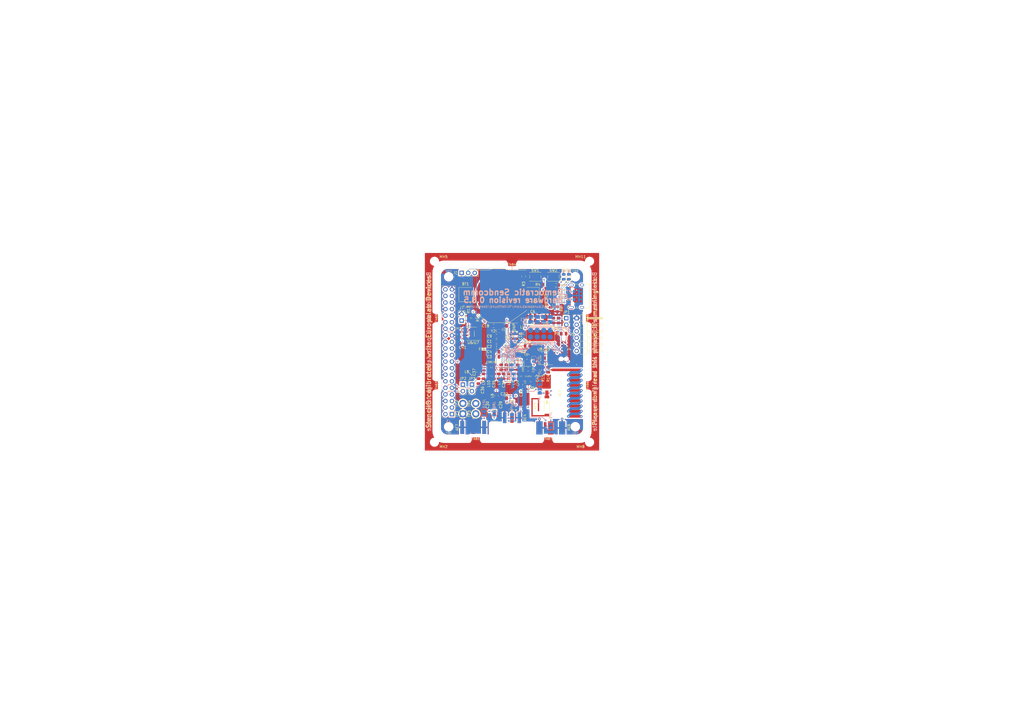
<source format=kicad_pcb>
(kicad_pcb (version 20171130) (host pcbnew 5.1.5+dfsg1-2build2)

  (general
    (thickness 1.6)
    (drawings 102)
    (tracks 833)
    (zones 0)
    (modules 127)
    (nets 135)
  )

  (page A3)
  (title_block
    (title "Democratic Sendcomm")
    (date 2020-10-20)
    (rev 0.8.5)
    (company "Europalab Devices")
    (comment 1 "Copyright © 2020, Europalab Devices")
    (comment 2 "Fulfilling requirements of 20200210")
    (comment 3 "Pending quality assurance testing")
    (comment 4 "Release revision for manufacturing")
  )

  (layers
    (0 F.Cu signal)
    (1 In1.Cu signal)
    (2 In2.Cu signal)
    (31 B.Cu signal)
    (34 B.Paste user)
    (35 F.Paste user)
    (36 B.SilkS user)
    (37 F.SilkS user)
    (38 B.Mask user)
    (39 F.Mask user)
    (40 Dwgs.User user)
    (41 Cmts.User user)
    (44 Edge.Cuts user)
    (45 Margin user)
    (46 B.CrtYd user)
    (47 F.CrtYd user)
    (48 B.Fab user)
    (49 F.Fab user)
  )

  (setup
    (last_trace_width 0.2)
    (user_trace_width 0.1016)
    (user_trace_width 0.127)
    (user_trace_width 0.2)
    (trace_clearance 0.09)
    (zone_clearance 0.508)
    (zone_45_only no)
    (trace_min 0.09)
    (via_size 0.356)
    (via_drill 0.2)
    (via_min_size 0.356)
    (via_min_drill 0.2)
    (user_via 0.45 0.2)
    (user_via 0.6 0.3)
    (uvia_size 0.45)
    (uvia_drill 0.1)
    (uvias_allowed no)
    (uvia_min_size 0.45)
    (uvia_min_drill 0.1)
    (edge_width 0.1)
    (segment_width 0.1)
    (pcb_text_width 0.25)
    (pcb_text_size 1 1)
    (mod_edge_width 0.15)
    (mod_text_size 1 1)
    (mod_text_width 0.15)
    (pad_size 2.5 2.5)
    (pad_drill 2.5)
    (pad_to_mask_clearance 0)
    (aux_axis_origin 0 0)
    (visible_elements 7FFFFFFF)
    (pcbplotparams
      (layerselection 0x313fc_ffffffff)
      (usegerberextensions true)
      (usegerberattributes false)
      (usegerberadvancedattributes false)
      (creategerberjobfile false)
      (excludeedgelayer true)
      (linewidth 0.150000)
      (plotframeref false)
      (viasonmask false)
      (mode 1)
      (useauxorigin false)
      (hpglpennumber 1)
      (hpglpenspeed 20)
      (hpglpendiameter 15.000000)
      (psnegative false)
      (psa4output false)
      (plotreference true)
      (plotvalue true)
      (plotinvisibletext false)
      (padsonsilk false)
      (subtractmaskfromsilk false)
      (outputformat 1)
      (mirror false)
      (drillshape 0)
      (scaleselection 1)
      (outputdirectory "fabsingle"))
  )

  (net 0 "")
  (net 1 GND)
  (net 2 "Net-(AE1-Pad1)")
  (net 3 /Sheet5F53D5B4/RFSWPWR)
  (net 4 "Net-(C8-Pad1)")
  (net 5 /Sheet5F53D5B4/POWAMP)
  (net 6 "Net-(C13-Pad1)")
  (net 7 /Sheet5F53D5B4/HFOUT)
  (net 8 +3V3)
  (net 9 "Net-(C29-Pad1)")
  (net 10 /Sheet5F53D5B4/UART_RX)
  (net 11 /Sheet5F53D5B4/UART_TX)
  (net 12 /Sheet5F53D5B4/HPOUT)
  (net 13 /Sheet5F53D5B4/HFIN)
  (net 14 /Sheet5F53D5B4/BANDSEL)
  (net 15 "Net-(BT1-Pad1)")
  (net 16 /Sheet5F53D5B4/USB_BUS)
  (net 17 "Net-(C33-Pad1)")
  (net 18 "Net-(C34-Pad1)")
  (net 19 /Sheet5F53D5B4/CMDRST)
  (net 20 "Net-(D1-Pad2)")
  (net 21 "Net-(D1-Pad1)")
  (net 22 "Net-(D2-Pad1)")
  (net 23 "Net-(D2-Pad2)")
  (net 24 /Sheet5F53D5B4/USB_P)
  (net 25 /Sheet5F53D5B4/USB_N)
  (net 26 /Sheet60040980/ID_SD)
  (net 27 /Sheet60040980/ID_SC)
  (net 28 /Sheet5F53D5B4/SWDCLK)
  (net 29 "Net-(J3-Pad7)")
  (net 30 "Net-(J3-Pad8)")
  (net 31 "Net-(J4-Pad6)")
  (net 32 /Sheet5F53D5B4/CN_VBAT)
  (net 33 /Sheet5F53D5B4/I2C_SCL)
  (net 34 /Sheet5F53D5B4/I2C_SDA)
  (net 35 "Net-(TP3-Pad1)")
  (net 36 "Net-(TP4-Pad1)")
  (net 37 /Sheet5F53D5B4/XCEIV)
  (net 38 /Sheet5F53D5B4/CRYSTAL_XIN-RESERVED)
  (net 39 /Sheet5F53D5B4/CRYSTAL_XOUT-RESERVED)
  (net 40 "Net-(AE5-Pad2)")
  (net 41 "Net-(C1-Pad1)")
  (net 42 "Net-(C7-Pad1)")
  (net 43 "Net-(C14-Pad1)")
  (net 44 "Net-(C17-Pad1)")
  (net 45 "Net-(C18-Pad2)")
  (net 46 "Net-(C19-Pad2)")
  (net 47 "Net-(C23-Pad2)")
  (net 48 "Net-(C23-Pad1)")
  (net 49 "Net-(C24-Pad1)")
  (net 50 "Net-(C24-Pad2)")
  (net 51 "Net-(C29-Pad2)")
  (net 52 "Net-(C33-Pad2)")
  (net 53 "Net-(C35-Pad2)")
  (net 54 "Net-(C40-Pad1)")
  (net 55 "Net-(J2-PadB5)")
  (net 56 "Net-(J2-PadA8)")
  (net 57 "Net-(J2-PadA5)")
  (net 58 "Net-(J2-PadB8)")
  (net 59 "Net-(J2-PadA4)")
  (net 60 "Net-(J3-Pad2)")
  (net 61 "Net-(J3-Pad3)")
  (net 62 "Net-(J3-Pad4)")
  (net 63 "Net-(J3-Pad5)")
  (net 64 "Net-(J3-Pad10)")
  (net 65 "Net-(J3-Pad11)")
  (net 66 "Net-(J3-Pad12)")
  (net 67 "Net-(J3-Pad13)")
  (net 68 "Net-(J3-Pad15)")
  (net 69 "Net-(J3-Pad16)")
  (net 70 "Net-(J3-Pad18)")
  (net 71 "Net-(J3-Pad19)")
  (net 72 "Net-(J3-Pad21)")
  (net 73 "Net-(J3-Pad22)")
  (net 74 "Net-(J3-Pad23)")
  (net 75 "Net-(J3-Pad24)")
  (net 76 "Net-(J3-Pad26)")
  (net 77 "Net-(J3-Pad29)")
  (net 78 "Net-(J3-Pad31)")
  (net 79 "Net-(J3-Pad32)")
  (net 80 "Net-(J3-Pad33)")
  (net 81 "Net-(J3-Pad35)")
  (net 82 "Net-(J3-Pad36)")
  (net 83 "Net-(J3-Pad37)")
  (net 84 "Net-(J3-Pad38)")
  (net 85 "Net-(J3-Pad40)")
  (net 86 "Net-(J4-Pad7)")
  (net 87 "Net-(J4-Pad8)")
  (net 88 "Net-(J5-Pad2)")
  (net 89 "Net-(J5-Pad3)")
  (net 90 "Net-(J5-Pad6)")
  (net 91 "Net-(J6-Pad1)")
  (net 92 "Net-(L1-Pad2)")
  (net 93 "Net-(R3-Pad1)")
  (net 94 "Net-(R4-Pad1)")
  (net 95 "Net-(R4-Pad2)")
  (net 96 "Net-(U2-Pad5)")
  (net 97 "Net-(U3-PadG1)")
  (net 98 "Net-(U3-PadH1)")
  (net 99 "Net-(U3-PadE3)")
  (net 100 "Net-(U3-PadB4)")
  (net 101 "Net-(U3-PadE4)")
  (net 102 "Net-(U3-PadF4)")
  (net 103 "Net-(U3-PadE5)")
  (net 104 "Net-(U3-PadC7)")
  (net 105 "Net-(U3-PadD7)")
  (net 106 "Net-(U3-PadD8)")
  (net 107 "Net-(U5-Pad3)")
  (net 108 "Net-(U5-Pad4)")
  (net 109 "Net-(U8-Pad7)")
  (net 110 "Net-(U8-Pad3)")
  (net 111 "Net-(U8-Pad2)")
  (net 112 "Net-(U8-Pad1)")
  (net 113 "Net-(U9-Pad1)")
  (net 114 "Net-(U9-Pad2)")
  (net 115 "Net-(U9-Pad3)")
  (net 116 "Net-(U9-Pad7)")
  (net 117 /Sheet5F53D5B4/SWDIO)
  (net 118 "Net-(AE2-Pad1)")
  (net 119 "Net-(AE4-Pad1)")
  (net 120 "Net-(AE5-Pad1)")
  (net 121 "Net-(AE6-Pad1)")
  (net 122 "Net-(AE7-Pad1)")
  (net 123 "Net-(JP10-Pad1)")
  (net 124 "Net-(J6-Pad2)")
  (net 125 "Net-(J6-Pad3)")
  (net 126 "Net-(J6-Pad4)")
  (net 127 "Net-(J6-Pad5)")
  (net 128 "Net-(J6-Pad6)")
  (net 129 "Net-(J6-Pad7)")
  (net 130 "Net-(J6-Pad8)")
  (net 131 "Net-(J7-Pad1)")
  (net 132 "Net-(C94-Pad1)")
  (net 133 "Net-(C95-Pad1)")
  (net 134 "Net-(JP26-Pad1)")

  (net_class Default "This is the default net class."
    (clearance 0.09)
    (trace_width 0.09)
    (via_dia 0.356)
    (via_drill 0.2)
    (uvia_dia 0.45)
    (uvia_drill 0.1)
    (add_net +3V3)
    (add_net /Sheet5F53D5B4/BANDSEL)
    (add_net /Sheet5F53D5B4/CMDRST)
    (add_net /Sheet5F53D5B4/CN_VBAT)
    (add_net /Sheet5F53D5B4/CRYSTAL_XIN-RESERVED)
    (add_net /Sheet5F53D5B4/CRYSTAL_XOUT-RESERVED)
    (add_net /Sheet5F53D5B4/HFIN)
    (add_net /Sheet5F53D5B4/HFOUT)
    (add_net /Sheet5F53D5B4/HPOUT)
    (add_net /Sheet5F53D5B4/I2C_SCL)
    (add_net /Sheet5F53D5B4/I2C_SDA)
    (add_net /Sheet5F53D5B4/POWAMP)
    (add_net /Sheet5F53D5B4/RFSWPWR)
    (add_net /Sheet5F53D5B4/SWDCLK)
    (add_net /Sheet5F53D5B4/SWDIO)
    (add_net /Sheet5F53D5B4/UART_RX)
    (add_net /Sheet5F53D5B4/UART_TX)
    (add_net /Sheet5F53D5B4/USB_BUS)
    (add_net /Sheet5F53D5B4/USB_N)
    (add_net /Sheet5F53D5B4/USB_P)
    (add_net /Sheet5F53D5B4/XCEIV)
    (add_net /Sheet60040980/ID_SC)
    (add_net /Sheet60040980/ID_SD)
    (add_net GND)
    (add_net "Net-(AE1-Pad1)")
    (add_net "Net-(AE2-Pad1)")
    (add_net "Net-(AE4-Pad1)")
    (add_net "Net-(AE5-Pad1)")
    (add_net "Net-(AE5-Pad2)")
    (add_net "Net-(AE6-Pad1)")
    (add_net "Net-(AE7-Pad1)")
    (add_net "Net-(BT1-Pad1)")
    (add_net "Net-(C1-Pad1)")
    (add_net "Net-(C13-Pad1)")
    (add_net "Net-(C14-Pad1)")
    (add_net "Net-(C17-Pad1)")
    (add_net "Net-(C18-Pad2)")
    (add_net "Net-(C19-Pad2)")
    (add_net "Net-(C23-Pad1)")
    (add_net "Net-(C23-Pad2)")
    (add_net "Net-(C24-Pad1)")
    (add_net "Net-(C24-Pad2)")
    (add_net "Net-(C29-Pad1)")
    (add_net "Net-(C29-Pad2)")
    (add_net "Net-(C33-Pad1)")
    (add_net "Net-(C33-Pad2)")
    (add_net "Net-(C34-Pad1)")
    (add_net "Net-(C35-Pad2)")
    (add_net "Net-(C40-Pad1)")
    (add_net "Net-(C7-Pad1)")
    (add_net "Net-(C8-Pad1)")
    (add_net "Net-(C94-Pad1)")
    (add_net "Net-(C95-Pad1)")
    (add_net "Net-(D1-Pad1)")
    (add_net "Net-(D1-Pad2)")
    (add_net "Net-(D2-Pad1)")
    (add_net "Net-(D2-Pad2)")
    (add_net "Net-(J2-PadA4)")
    (add_net "Net-(J2-PadA5)")
    (add_net "Net-(J2-PadA8)")
    (add_net "Net-(J2-PadB5)")
    (add_net "Net-(J2-PadB8)")
    (add_net "Net-(J3-Pad10)")
    (add_net "Net-(J3-Pad11)")
    (add_net "Net-(J3-Pad12)")
    (add_net "Net-(J3-Pad13)")
    (add_net "Net-(J3-Pad15)")
    (add_net "Net-(J3-Pad16)")
    (add_net "Net-(J3-Pad18)")
    (add_net "Net-(J3-Pad19)")
    (add_net "Net-(J3-Pad2)")
    (add_net "Net-(J3-Pad21)")
    (add_net "Net-(J3-Pad22)")
    (add_net "Net-(J3-Pad23)")
    (add_net "Net-(J3-Pad24)")
    (add_net "Net-(J3-Pad26)")
    (add_net "Net-(J3-Pad29)")
    (add_net "Net-(J3-Pad3)")
    (add_net "Net-(J3-Pad31)")
    (add_net "Net-(J3-Pad32)")
    (add_net "Net-(J3-Pad33)")
    (add_net "Net-(J3-Pad35)")
    (add_net "Net-(J3-Pad36)")
    (add_net "Net-(J3-Pad37)")
    (add_net "Net-(J3-Pad38)")
    (add_net "Net-(J3-Pad4)")
    (add_net "Net-(J3-Pad40)")
    (add_net "Net-(J3-Pad5)")
    (add_net "Net-(J3-Pad7)")
    (add_net "Net-(J3-Pad8)")
    (add_net "Net-(J4-Pad6)")
    (add_net "Net-(J4-Pad7)")
    (add_net "Net-(J4-Pad8)")
    (add_net "Net-(J5-Pad2)")
    (add_net "Net-(J5-Pad3)")
    (add_net "Net-(J5-Pad6)")
    (add_net "Net-(J6-Pad1)")
    (add_net "Net-(J6-Pad2)")
    (add_net "Net-(J6-Pad3)")
    (add_net "Net-(J6-Pad4)")
    (add_net "Net-(J6-Pad5)")
    (add_net "Net-(J6-Pad6)")
    (add_net "Net-(J6-Pad7)")
    (add_net "Net-(J6-Pad8)")
    (add_net "Net-(J7-Pad1)")
    (add_net "Net-(JP10-Pad1)")
    (add_net "Net-(JP26-Pad1)")
    (add_net "Net-(L1-Pad2)")
    (add_net "Net-(R3-Pad1)")
    (add_net "Net-(R4-Pad1)")
    (add_net "Net-(R4-Pad2)")
    (add_net "Net-(TP3-Pad1)")
    (add_net "Net-(TP4-Pad1)")
    (add_net "Net-(U2-Pad5)")
    (add_net "Net-(U3-PadB4)")
    (add_net "Net-(U3-PadC7)")
    (add_net "Net-(U3-PadD7)")
    (add_net "Net-(U3-PadD8)")
    (add_net "Net-(U3-PadE3)")
    (add_net "Net-(U3-PadE4)")
    (add_net "Net-(U3-PadE5)")
    (add_net "Net-(U3-PadF4)")
    (add_net "Net-(U3-PadG1)")
    (add_net "Net-(U3-PadH1)")
    (add_net "Net-(U5-Pad3)")
    (add_net "Net-(U5-Pad4)")
    (add_net "Net-(U8-Pad1)")
    (add_net "Net-(U8-Pad2)")
    (add_net "Net-(U8-Pad3)")
    (add_net "Net-(U8-Pad7)")
    (add_net "Net-(U9-Pad1)")
    (add_net "Net-(U9-Pad2)")
    (add_net "Net-(U9-Pad3)")
    (add_net "Net-(U9-Pad7)")
  )

  (net_class Power ""
    (clearance 0.2)
    (trace_width 0.5)
    (via_dia 1)
    (via_drill 0.7)
    (uvia_dia 0.5)
    (uvia_drill 0.1)
  )

  (module Elabdev:TFBGA-64_8x8_6.0x6.0mm_P0.65mm (layer F.Cu) (tedit 5F6BA77A) (tstamp 5F68786E)
    (at 210 148)
    (path /5F53D5B5/6052EF69)
    (solder_mask_margin 0.025)
    (clearance 0.0508)
    (attr smd)
    (fp_text reference U3 (at 4.25 0) (layer F.SilkS)
      (effects (font (size 1 1) (thickness 0.15)))
    )
    (fp_text value ATSAMR34 (at 0 4) (layer F.Fab)
      (effects (font (size 1 1) (thickness 0.15)))
    )
    (fp_line (start -2 -3) (end -3 -2) (layer F.Fab) (width 0.1))
    (fp_line (start -3 -2) (end -3 3) (layer F.Fab) (width 0.1))
    (fp_line (start -3 3) (end 3 3) (layer F.Fab) (width 0.1))
    (fp_line (start 3 3) (end 3 -3) (layer F.Fab) (width 0.1))
    (fp_line (start 3 -3) (end -2 -3) (layer F.Fab) (width 0.1))
    (fp_line (start 1.62 -3.12) (end 3.12 -3.12) (layer F.SilkS) (width 0.12))
    (fp_line (start 3.12 -3.12) (end 3.12 -1.62) (layer F.SilkS) (width 0.12))
    (fp_line (start 1.62 -3.12) (end 3.12 -3.12) (layer F.SilkS) (width 0.12))
    (fp_line (start 3.12 -3.12) (end 3.12 -1.62) (layer F.SilkS) (width 0.12))
    (fp_line (start 1.62 3.12) (end 3.12 3.12) (layer F.SilkS) (width 0.12))
    (fp_line (start 3.12 3.12) (end 3.12 1.62) (layer F.SilkS) (width 0.12))
    (fp_line (start 1.62 -3.12) (end 3.12 -3.12) (layer F.SilkS) (width 0.12))
    (fp_line (start 3.12 -3.12) (end 3.12 -1.62) (layer F.SilkS) (width 0.12))
    (fp_line (start -1.62 3.12) (end -3.12 3.12) (layer F.SilkS) (width 0.12))
    (fp_line (start -3.12 3.12) (end -3.12 1.62) (layer F.SilkS) (width 0.12))
    (fp_line (start -1.62 -3.12) (end -2 -3.12) (layer F.SilkS) (width 0.12))
    (fp_line (start -2 -3.12) (end -3.12 -2) (layer F.SilkS) (width 0.12))
    (fp_line (start -3.12 -2) (end -3.12 -1.62) (layer F.SilkS) (width 0.12))
    (fp_circle (center -3 -3) (end -3 -2.9) (layer F.SilkS) (width 0.2))
    (fp_line (start -4 -4) (end 4 -4) (layer F.CrtYd) (width 0.05))
    (fp_line (start 4 -4) (end 4 4) (layer F.CrtYd) (width 0.05))
    (fp_line (start 4 4) (end -4 4) (layer F.CrtYd) (width 0.05))
    (fp_line (start -4 4) (end -4 -4) (layer F.CrtYd) (width 0.05))
    (pad A1 smd circle (at -2.275 -2.275) (size 0.32 0.32) (layers F.Cu F.Paste F.Mask)
      (net 13 /Sheet5F53D5B4/HFIN))
    (pad B1 smd circle (at -2.275 -1.625) (size 0.32 0.32) (layers F.Cu F.Paste F.Mask)
      (net 7 /Sheet5F53D5B4/HFOUT))
    (pad C1 smd circle (at -2.275 -0.975) (size 0.32 0.32) (layers F.Cu F.Paste F.Mask)
      (net 41 "Net-(C1-Pad1)"))
    (pad D1 smd circle (at -2.275 -0.325) (size 0.32 0.32) (layers F.Cu F.Paste F.Mask)
      (net 5 /Sheet5F53D5B4/POWAMP))
    (pad E1 smd circle (at -2.275 0.325) (size 0.32 0.32) (layers F.Cu F.Paste F.Mask)
      (net 1 GND))
    (pad F1 smd circle (at -2.275 0.975) (size 0.32 0.32) (layers F.Cu F.Paste F.Mask)
      (net 12 /Sheet5F53D5B4/HPOUT))
    (pad G1 smd circle (at -2.275 1.625) (size 0.32 0.32) (layers F.Cu F.Paste F.Mask)
      (net 97 "Net-(U3-PadG1)"))
    (pad H1 smd circle (at -2.275 2.275) (size 0.32 0.32) (layers F.Cu F.Paste F.Mask)
      (net 98 "Net-(U3-PadH1)"))
    (pad A2 smd circle (at -1.625 -2.275) (size 0.32 0.32) (layers F.Cu F.Paste F.Mask)
      (net 1 GND))
    (pad B2 smd circle (at -1.625 -1.625) (size 0.32 0.32) (layers F.Cu F.Paste F.Mask)
      (net 1 GND))
    (pad C2 smd circle (at -1.625 -0.975) (size 0.32 0.32) (layers F.Cu F.Paste F.Mask)
      (net 41 "Net-(C1-Pad1)"))
    (pad D2 smd circle (at -1.625 -0.325) (size 0.32 0.32) (layers F.Cu F.Paste F.Mask)
      (net 37 /Sheet5F53D5B4/XCEIV))
    (pad E2 smd circle (at -1.625 0.325) (size 0.32 0.32) (layers F.Cu F.Paste F.Mask)
      (net 1 GND))
    (pad F2 smd circle (at -1.625 0.975) (size 0.32 0.32) (layers F.Cu F.Paste F.Mask)
      (net 1 GND))
    (pad G2 smd circle (at -1.625 1.625) (size 0.32 0.32) (layers F.Cu F.Paste F.Mask)
      (net 1 GND))
    (pad H2 smd circle (at -1.625 2.275) (size 0.32 0.32) (layers F.Cu F.Paste F.Mask)
      (net 43 "Net-(C14-Pad1)"))
    (pad A3 smd circle (at -0.975 -2.275) (size 0.32 0.32) (layers F.Cu F.Paste F.Mask)
      (net 45 "Net-(C18-Pad2)"))
    (pad B3 smd circle (at -0.975 -1.625) (size 0.32 0.32) (layers F.Cu F.Paste F.Mask)
      (net 1 GND))
    (pad C3 smd circle (at -0.975 -0.975) (size 0.32 0.32) (layers F.Cu F.Paste F.Mask)
      (net 32 /Sheet5F53D5B4/CN_VBAT))
    (pad D3 smd circle (at -0.975 -0.325) (size 0.32 0.32) (layers F.Cu F.Paste F.Mask)
      (net 11 /Sheet5F53D5B4/UART_TX))
    (pad E3 smd circle (at -0.975 0.325) (size 0.32 0.32) (layers F.Cu F.Paste F.Mask)
      (net 99 "Net-(U3-PadE3)"))
    (pad F3 smd circle (at -0.975 0.975) (size 0.32 0.32) (layers F.Cu F.Paste F.Mask)
      (net 16 /Sheet5F53D5B4/USB_BUS))
    (pad G3 smd circle (at -0.975 1.625) (size 0.32 0.32) (layers F.Cu F.Paste F.Mask)
      (net 1 GND))
    (pad H3 smd circle (at -0.975 2.275) (size 0.32 0.32) (layers F.Cu F.Paste F.Mask)
      (net 41 "Net-(C1-Pad1)"))
    (pad A4 smd circle (at -0.325 -2.275) (size 0.32 0.32) (layers F.Cu F.Paste F.Mask)
      (net 46 "Net-(C19-Pad2)"))
    (pad B4 smd circle (at -0.325 -1.625) (size 0.32 0.32) (layers F.Cu F.Paste F.Mask)
      (net 100 "Net-(U3-PadB4)"))
    (pad C4 smd circle (at -0.325 -0.975) (size 0.32 0.32) (layers F.Cu F.Paste F.Mask)
      (net 10 /Sheet5F53D5B4/UART_RX))
    (pad D4 smd circle (at -0.325 -0.325) (size 0.32 0.32) (layers F.Cu F.Paste F.Mask)
      (net 1 GND))
    (pad E4 smd circle (at -0.325 0.325) (size 0.32 0.32) (layers F.Cu F.Paste F.Mask)
      (net 101 "Net-(U3-PadE4)"))
    (pad F4 smd circle (at -0.325 0.975) (size 0.32 0.32) (layers F.Cu F.Paste F.Mask)
      (net 102 "Net-(U3-PadF4)"))
    (pad G4 smd circle (at -0.325 1.625) (size 0.32 0.32) (layers F.Cu F.Paste F.Mask)
      (net 8 +3V3))
    (pad H4 smd circle (at -0.325 2.275) (size 0.32 0.32) (layers F.Cu F.Paste F.Mask)
      (net 6 "Net-(C13-Pad1)"))
    (pad A5 smd circle (at 0.325 -2.275) (size 0.32 0.32) (layers F.Cu F.Paste F.Mask)
      (net 44 "Net-(C17-Pad1)"))
    (pad B5 smd circle (at 0.325 -1.625) (size 0.32 0.32) (layers F.Cu F.Paste F.Mask)
      (net 1 GND))
    (pad C5 smd circle (at 0.325 -0.975) (size 0.32 0.32) (layers F.Cu F.Paste F.Mask)
      (net 28 /Sheet5F53D5B4/SWDCLK))
    (pad D5 smd circle (at 0.325 -0.325) (size 0.32 0.32) (layers F.Cu F.Paste F.Mask)
      (net 117 /Sheet5F53D5B4/SWDIO))
    (pad E5 smd circle (at 0.325 0.325) (size 0.32 0.32) (layers F.Cu F.Paste F.Mask)
      (net 103 "Net-(U3-PadE5)"))
    (pad F5 smd circle (at 0.325 0.975) (size 0.32 0.32) (layers F.Cu F.Paste F.Mask)
      (net 3 /Sheet5F53D5B4/RFSWPWR))
    (pad G5 smd circle (at 0.325 1.625) (size 0.32 0.32) (layers F.Cu F.Paste F.Mask)
      (net 1 GND))
    (pad H5 smd circle (at 0.325 2.275) (size 0.32 0.32) (layers F.Cu F.Paste F.Mask)
      (net 1 GND))
    (pad A6 smd circle (at 0.975 -2.275) (size 0.32 0.32) (layers F.Cu F.Paste F.Mask)
      (net 92 "Net-(L1-Pad2)"))
    (pad B6 smd circle (at 0.975 -1.625) (size 0.32 0.32) (layers F.Cu F.Paste F.Mask)
      (net 19 /Sheet5F53D5B4/CMDRST))
    (pad C6 smd circle (at 0.975 -0.975) (size 0.32 0.32) (layers F.Cu F.Paste F.Mask)
      (net 94 "Net-(R4-Pad1)"))
    (pad D6 smd circle (at 0.975 -0.325) (size 0.32 0.32) (layers F.Cu F.Paste F.Mask)
      (net 1 GND))
    (pad E6 smd circle (at 0.975 0.325) (size 0.32 0.32) (layers F.Cu F.Paste F.Mask)
      (net 33 /Sheet5F53D5B4/I2C_SCL))
    (pad F6 smd circle (at 0.975 0.975) (size 0.32 0.32) (layers F.Cu F.Paste F.Mask)
      (net 14 /Sheet5F53D5B4/BANDSEL))
    (pad G6 smd circle (at 0.975 1.625) (size 0.32 0.32) (layers F.Cu F.Paste F.Mask)
      (net 1 GND))
    (pad H6 smd circle (at 0.975 2.275) (size 0.32 0.32) (layers F.Cu F.Paste F.Mask)
      (net 132 "Net-(C94-Pad1)"))
    (pad A7 smd circle (at 1.625 -2.275) (size 0.32 0.32) (layers F.Cu F.Paste F.Mask)
      (net 8 +3V3))
    (pad B7 smd circle (at 1.625 -1.625) (size 0.32 0.32) (layers F.Cu F.Paste F.Mask)
      (net 1 GND))
    (pad C7 smd circle (at 1.625 -0.975) (size 0.32 0.32) (layers F.Cu F.Paste F.Mask)
      (net 104 "Net-(U3-PadC7)"))
    (pad D7 smd circle (at 1.625 -0.325) (size 0.32 0.32) (layers F.Cu F.Paste F.Mask)
      (net 105 "Net-(U3-PadD7)"))
    (pad E7 smd circle (at 1.625 0.325) (size 0.32 0.32) (layers F.Cu F.Paste F.Mask)
      (net 21 "Net-(D1-Pad1)"))
    (pad F7 smd circle (at 1.625 0.975) (size 0.32 0.32) (layers F.Cu F.Paste F.Mask)
      (net 34 /Sheet5F53D5B4/I2C_SDA))
    (pad G7 smd circle (at 1.625 1.625) (size 0.32 0.32) (layers F.Cu F.Paste F.Mask)
      (net 1 GND))
    (pad H7 smd circle (at 1.625 2.275) (size 0.32 0.32) (layers F.Cu F.Paste F.Mask)
      (net 133 "Net-(C95-Pad1)"))
    (pad A8 smd circle (at 2.275 -2.275) (size 0.32 0.32) (layers F.Cu F.Paste F.Mask)
      (net 8 +3V3))
    (pad B8 smd circle (at 2.275 -1.625) (size 0.32 0.32) (layers F.Cu F.Paste F.Mask)
      (net 25 /Sheet5F53D5B4/USB_N))
    (pad C8 smd circle (at 2.275 -0.975) (size 0.32 0.32) (layers F.Cu F.Paste F.Mask)
      (net 24 /Sheet5F53D5B4/USB_P))
    (pad D8 smd circle (at 2.275 -0.325) (size 0.32 0.32) (layers F.Cu F.Paste F.Mask)
      (net 106 "Net-(U3-PadD8)"))
    (pad E8 smd circle (at 2.275 0.325) (size 0.32 0.32) (layers F.Cu F.Paste F.Mask)
      (net 22 "Net-(D2-Pad1)"))
    (pad F8 smd circle (at 2.275 0.975) (size 0.32 0.32) (layers F.Cu F.Paste F.Mask)
      (net 38 /Sheet5F53D5B4/CRYSTAL_XIN-RESERVED))
    (pad G8 smd circle (at 2.275 1.625) (size 0.32 0.32) (layers F.Cu F.Paste F.Mask)
      (net 39 /Sheet5F53D5B4/CRYSTAL_XOUT-RESERVED))
    (pad H8 smd circle (at 2.275 2.275) (size 0.32 0.32) (layers F.Cu F.Paste F.Mask)
      (net 8 +3V3))
    (model ${KISYS3DMOD}/Package_BGA.3dshapes/TFBGA-64_5x5mm_Layout8x8_P0.5mm.wrl
      (at (xyz 0 0 0))
      (scale (xyz 1.2 1.2 1.2))
      (rotate (xyz 0 0 0))
    )
  )

  (module Inductor_SMD:L_0603_1608Metric (layer F.Cu) (tedit 5B301BBE) (tstamp 5F687507)
    (at 201 157.35 270)
    (descr "Inductor SMD 0603 (1608 Metric), square (rectangular) end terminal, IPC_7351 nominal, (Body size source: http://www.tortai-tech.com/upload/download/2011102023233369053.pdf), generated with kicad-footprint-generator")
    (tags inductor)
    (path /5F5C0728/5F5D6DC7)
    (attr smd)
    (fp_text reference L10 (at 3 0 90) (layer F.SilkS)
      (effects (font (size 1 1) (thickness 0.15)))
    )
    (fp_text value 11nH (at 0 1.65 90) (layer F.Fab)
      (effects (font (size 1 1) (thickness 0.15)))
    )
    (fp_text user %R (at 0 0 90) (layer F.Fab)
      (effects (font (size 0.5 0.5) (thickness 0.08)))
    )
    (fp_line (start 1.48 0.73) (end -1.48 0.73) (layer F.CrtYd) (width 0.05))
    (fp_line (start 1.48 -0.73) (end 1.48 0.73) (layer F.CrtYd) (width 0.05))
    (fp_line (start -1.48 -0.73) (end 1.48 -0.73) (layer F.CrtYd) (width 0.05))
    (fp_line (start -1.48 0.73) (end -1.48 -0.73) (layer F.CrtYd) (width 0.05))
    (fp_line (start -0.162779 0.51) (end 0.162779 0.51) (layer F.SilkS) (width 0.12))
    (fp_line (start -0.162779 -0.51) (end 0.162779 -0.51) (layer F.SilkS) (width 0.12))
    (fp_line (start 0.8 0.4) (end -0.8 0.4) (layer F.Fab) (width 0.1))
    (fp_line (start 0.8 -0.4) (end 0.8 0.4) (layer F.Fab) (width 0.1))
    (fp_line (start -0.8 -0.4) (end 0.8 -0.4) (layer F.Fab) (width 0.1))
    (fp_line (start -0.8 0.4) (end -0.8 -0.4) (layer F.Fab) (width 0.1))
    (pad 2 smd roundrect (at 0.7875 0 270) (size 0.875 0.95) (layers F.Cu F.Paste F.Mask) (roundrect_rratio 0.25)
      (net 53 "Net-(C35-Pad2)"))
    (pad 1 smd roundrect (at -0.7875 0 270) (size 0.875 0.95) (layers F.Cu F.Paste F.Mask) (roundrect_rratio 0.25)
      (net 18 "Net-(C34-Pad1)"))
    (model ${KISYS3DMOD}/Inductor_SMD.3dshapes/L_0603_1608Metric.wrl
      (at (xyz 0 0 0))
      (scale (xyz 1 1 1))
      (rotate (xyz 0 0 0))
    )
  )

  (module Elabdev:L_Murata_LQH3NPN (layer F.Cu) (tedit 5FADCCA6) (tstamp 5F68751C)
    (at 210.75 138.5)
    (descr https://www.murata.com/~/media/webrenewal/products/inductor/chip/tokoproducts/wirewoundferritetypeforpl/m_dem3518c.ashx)
    (tags "Inductor SMD DEM35xxC")
    (path /5F53D5B5/5F643B51)
    (attr smd)
    (fp_text reference L1 (at 3.25 0) (layer F.SilkS)
      (effects (font (size 1 1) (thickness 0.15)))
    )
    (fp_text value LQH3NPN100MJRL (at 0 3.024) (layer F.Fab)
      (effects (font (size 1 1) (thickness 0.15)))
    )
    (fp_line (start -1.75 -1.6) (end -1.75 1.6) (layer F.CrtYd) (width 0.05))
    (fp_line (start -1.75 1.6) (end 1.75 1.6) (layer F.CrtYd) (width 0.05))
    (fp_line (start 1.75 1.6) (end 1.75 -1.6) (layer F.CrtYd) (width 0.05))
    (fp_line (start 1.75 -1.6) (end -1.75 -1.6) (layer F.CrtYd) (width 0.05))
    (fp_line (start -1.5 -1.35) (end 1.5 -1.35) (layer F.Fab) (width 0.1))
    (fp_line (start 1.5 -1.35) (end 1.5 1.35) (layer F.Fab) (width 0.1))
    (fp_line (start 1.5 1.35) (end -1.5 1.35) (layer F.Fab) (width 0.1))
    (fp_line (start -1.5 1.35) (end -1.5 -1.35) (layer F.Fab) (width 0.1))
    (fp_line (start -1.5 -1.6) (end 1.5 -1.6) (layer F.SilkS) (width 0.12))
    (fp_line (start -1.5 1.6) (end 1.5 1.6) (layer F.SilkS) (width 0.12))
    (fp_text user %R (at 0 0) (layer F.Fab)
      (effects (font (size 0.7 0.7) (thickness 0.105)))
    )
    (pad 1 smd rect (at -1.1 0) (size 0.8 2.7) (layers F.Cu F.Paste F.Mask)
      (net 44 "Net-(C17-Pad1)"))
    (pad 2 smd rect (at 1.1 0) (size 0.8 2.7) (layers F.Cu F.Paste F.Mask)
      (net 92 "Net-(L1-Pad2)"))
    (model ${KISYS3DMOD}/Inductor_SMD.3dshapes/L_Murata_DEM35xxC.wrl
      (at (xyz 0 0 0))
      (scale (xyz 1 1 1))
      (rotate (xyz 0 0 0))
    )
  )

  (module Elabdev:Panel_Mousetab_25mm_Single (layer F.Cu) (tedit 5CD9E502) (tstamp 5F680FEC)
    (at 224 181.75 90)
    (path /5CD9EB0D)
    (fp_text reference TAB7 (at 0 0) (layer F.SilkS)
      (effects (font (size 0.8 0.8) (thickness 0.13)))
    )
    (fp_text value Pantab (at 0 3.5 90) (layer F.Fab)
      (effects (font (size 1 1) (thickness 0.15)))
    )
    (fp_line (start 1.25 -2.2) (end 1.25 2.2) (layer F.Fab) (width 0.15))
    (fp_line (start -1.25 -2.2) (end -1.25 2.2) (layer F.Fab) (width 0.15))
    (fp_line (start 2.1 -2.6) (end 2.1 2.6) (layer F.CrtYd) (width 0.15))
    (fp_line (start 2.1 2.6) (end -2.1 2.6) (layer F.CrtYd) (width 0.15))
    (fp_line (start -2.1 2.6) (end -2.1 -2.6) (layer F.CrtYd) (width 0.15))
    (fp_line (start -2.1 -2.6) (end 2.1 -2.6) (layer F.CrtYd) (width 0.15))
    (pad "" np_thru_hole circle (at 1.35 2 90) (size 0.5 0.5) (drill 0.5) (layers *.Cu))
    (pad "" np_thru_hole circle (at 1.35 1.2 90) (size 0.5 0.5) (drill 0.5) (layers *.Cu))
    (pad "" np_thru_hole circle (at 1.35 0.4 90) (size 0.5 0.5) (drill 0.5) (layers *.Cu))
    (pad "" np_thru_hole circle (at 1.35 -0.4 90) (size 0.5 0.5) (drill 0.5) (layers *.Cu))
    (pad "" np_thru_hole circle (at 1.35 -1.2 90) (size 0.5 0.5) (drill 0.5) (layers *.Cu))
    (pad "" np_thru_hole circle (at 1.35 -2 90) (size 0.5 0.5) (drill 0.5) (layers *.Cu))
  )

  (module Elabdev:Panel_Mousetab_25mm_Single (layer F.Cu) (tedit 5CD9E59A) (tstamp 5F4C0A71)
    (at 210 114.25 270)
    (path /5CD5C3A7)
    (fp_text reference TAB4 (at 0 0 180) (layer F.SilkS)
      (effects (font (size 0.8 0.8) (thickness 0.13)))
    )
    (fp_text value Pantab (at 0 -3.5 270) (layer F.Fab)
      (effects (font (size 1 1) (thickness 0.15)))
    )
    (fp_line (start 1.25 -2.2) (end 1.25 2.2) (layer F.Fab) (width 0.15))
    (fp_line (start -1.25 -2.2) (end -1.25 2.2) (layer F.Fab) (width 0.15))
    (fp_line (start 2.1 -2.6) (end 2.1 2.6) (layer F.CrtYd) (width 0.15))
    (fp_line (start 2.1 2.6) (end -2.1 2.6) (layer F.CrtYd) (width 0.15))
    (fp_line (start -2.1 2.6) (end -2.1 -2.6) (layer F.CrtYd) (width 0.15))
    (fp_line (start -2.1 -2.6) (end 2.1 -2.6) (layer F.CrtYd) (width 0.15))
    (pad "" np_thru_hole circle (at 1.35 2 270) (size 0.5 0.5) (drill 0.5) (layers *.Cu))
    (pad "" np_thru_hole circle (at 1.35 1.2 270) (size 0.5 0.5) (drill 0.5) (layers *.Cu))
    (pad "" np_thru_hole circle (at 1.35 0.4 270) (size 0.5 0.5) (drill 0.5) (layers *.Cu))
    (pad "" np_thru_hole circle (at 1.35 -0.4 270) (size 0.5 0.5) (drill 0.5) (layers *.Cu))
    (pad "" np_thru_hole circle (at 1.35 -1.2 270) (size 0.5 0.5) (drill 0.5) (layers *.Cu))
    (pad "" np_thru_hole circle (at 1.35 -2 270) (size 0.5 0.5) (drill 0.5) (layers *.Cu))
  )

  (module Elabdev:Panel_Mousetab_25mm_Single (layer F.Cu) (tedit 5CD9E502) (tstamp 5CE1C45C)
    (at 196 181.75 90)
    (path /5CD9EB0D)
    (fp_text reference TAB1 (at 0 0) (layer F.SilkS)
      (effects (font (size 0.8 0.8) (thickness 0.13)))
    )
    (fp_text value Pantab (at 0 3.5 90) (layer F.Fab)
      (effects (font (size 1 1) (thickness 0.15)))
    )
    (fp_line (start -2.1 -2.6) (end 2.1 -2.6) (layer F.CrtYd) (width 0.15))
    (fp_line (start -2.1 2.6) (end -2.1 -2.6) (layer F.CrtYd) (width 0.15))
    (fp_line (start 2.1 2.6) (end -2.1 2.6) (layer F.CrtYd) (width 0.15))
    (fp_line (start 2.1 -2.6) (end 2.1 2.6) (layer F.CrtYd) (width 0.15))
    (fp_line (start -1.25 -2.2) (end -1.25 2.2) (layer F.Fab) (width 0.15))
    (fp_line (start 1.25 -2.2) (end 1.25 2.2) (layer F.Fab) (width 0.15))
    (pad "" np_thru_hole circle (at 1.35 -2 90) (size 0.5 0.5) (drill 0.5) (layers *.Cu))
    (pad "" np_thru_hole circle (at 1.35 -1.2 90) (size 0.5 0.5) (drill 0.5) (layers *.Cu))
    (pad "" np_thru_hole circle (at 1.35 -0.4 90) (size 0.5 0.5) (drill 0.5) (layers *.Cu))
    (pad "" np_thru_hole circle (at 1.35 0.4 90) (size 0.5 0.5) (drill 0.5) (layers *.Cu))
    (pad "" np_thru_hole circle (at 1.35 1.2 90) (size 0.5 0.5) (drill 0.5) (layers *.Cu))
    (pad "" np_thru_hole circle (at 1.35 2 90) (size 0.5 0.5) (drill 0.5) (layers *.Cu))
  )

  (module Elabdev:Panel_Mousetab_25mm_Single (layer F.Cu) (tedit 5CD5AA6C) (tstamp 5F4C1007)
    (at 180.75 161)
    (path /5CD5C074)
    (fp_text reference TAB2 (at 0 0 90) (layer F.SilkS)
      (effects (font (size 0.8 0.8) (thickness 0.13)))
    )
    (fp_text value Pantab (at -2.5 0 -270) (layer F.Fab)
      (effects (font (size 1 1) (thickness 0.15)))
    )
    (fp_line (start -2.1 -2.6) (end 2.1 -2.6) (layer F.CrtYd) (width 0.15))
    (fp_line (start -2.1 2.6) (end -2.1 -2.6) (layer F.CrtYd) (width 0.15))
    (fp_line (start 2.1 2.6) (end -2.1 2.6) (layer F.CrtYd) (width 0.15))
    (fp_line (start 2.1 -2.6) (end 2.1 2.6) (layer F.CrtYd) (width 0.15))
    (fp_line (start -1.25 -2.2) (end -1.25 2.2) (layer F.Fab) (width 0.15))
    (fp_line (start 1.25 -2.2) (end 1.25 2.2) (layer F.Fab) (width 0.15))
    (pad "" np_thru_hole circle (at 1.35 -2) (size 0.5 0.5) (drill 0.5) (layers *.Cu))
    (pad "" np_thru_hole circle (at 1.35 -1.2) (size 0.5 0.5) (drill 0.5) (layers *.Cu))
    (pad "" np_thru_hole circle (at 1.35 -0.4) (size 0.5 0.5) (drill 0.5) (layers *.Cu))
    (pad "" np_thru_hole circle (at 1.35 0.4) (size 0.5 0.5) (drill 0.5) (layers *.Cu))
    (pad "" np_thru_hole circle (at 1.35 1.2) (size 0.5 0.5) (drill 0.5) (layers *.Cu))
    (pad "" np_thru_hole circle (at 1.35 2) (size 0.5 0.5) (drill 0.5) (layers *.Cu))
  )

  (module Elabdev:Panel_Mousetab_25mm_Single (layer F.Cu) (tedit 5CD5AA6C) (tstamp 5F4C1047)
    (at 180.75 135)
    (path /5CD5C074)
    (fp_text reference TAB3 (at 0 0 90) (layer F.SilkS)
      (effects (font (size 0.8 0.8) (thickness 0.13)))
    )
    (fp_text value Pantab (at -2.5 0 -270) (layer F.Fab)
      (effects (font (size 1 1) (thickness 0.15)))
    )
    (fp_line (start 1.25 -2.2) (end 1.25 2.2) (layer F.Fab) (width 0.15))
    (fp_line (start -1.25 -2.2) (end -1.25 2.2) (layer F.Fab) (width 0.15))
    (fp_line (start 2.1 -2.6) (end 2.1 2.6) (layer F.CrtYd) (width 0.15))
    (fp_line (start 2.1 2.6) (end -2.1 2.6) (layer F.CrtYd) (width 0.15))
    (fp_line (start -2.1 2.6) (end -2.1 -2.6) (layer F.CrtYd) (width 0.15))
    (fp_line (start -2.1 -2.6) (end 2.1 -2.6) (layer F.CrtYd) (width 0.15))
    (pad "" np_thru_hole circle (at 1.35 2) (size 0.5 0.5) (drill 0.5) (layers *.Cu))
    (pad "" np_thru_hole circle (at 1.35 1.2) (size 0.5 0.5) (drill 0.5) (layers *.Cu))
    (pad "" np_thru_hole circle (at 1.35 0.4) (size 0.5 0.5) (drill 0.5) (layers *.Cu))
    (pad "" np_thru_hole circle (at 1.35 -0.4) (size 0.5 0.5) (drill 0.5) (layers *.Cu))
    (pad "" np_thru_hole circle (at 1.35 -1.2) (size 0.5 0.5) (drill 0.5) (layers *.Cu))
    (pad "" np_thru_hole circle (at 1.35 -2) (size 0.5 0.5) (drill 0.5) (layers *.Cu))
  )

  (module Elabdev:Panel_Mousetab_25mm_Single (layer F.Cu) (tedit 5CD5AA6C) (tstamp 5F4C108A)
    (at 239.25 135 180)
    (path /5CD5C074)
    (fp_text reference TAB5 (at 0 0 90) (layer F.SilkS)
      (effects (font (size 0.8 0.8) (thickness 0.13)))
    )
    (fp_text value Pantab (at -2.5 0 90) (layer F.Fab)
      (effects (font (size 1 1) (thickness 0.15)))
    )
    (fp_line (start 1.25 -2.2) (end 1.25 2.2) (layer F.Fab) (width 0.15))
    (fp_line (start -1.25 -2.2) (end -1.25 2.2) (layer F.Fab) (width 0.15))
    (fp_line (start 2.1 -2.6) (end 2.1 2.6) (layer F.CrtYd) (width 0.15))
    (fp_line (start 2.1 2.6) (end -2.1 2.6) (layer F.CrtYd) (width 0.15))
    (fp_line (start -2.1 2.6) (end -2.1 -2.6) (layer F.CrtYd) (width 0.15))
    (fp_line (start -2.1 -2.6) (end 2.1 -2.6) (layer F.CrtYd) (width 0.15))
    (pad "" np_thru_hole circle (at 1.35 2 180) (size 0.5 0.5) (drill 0.5) (layers *.Cu))
    (pad "" np_thru_hole circle (at 1.35 1.2 180) (size 0.5 0.5) (drill 0.5) (layers *.Cu))
    (pad "" np_thru_hole circle (at 1.35 0.4 180) (size 0.5 0.5) (drill 0.5) (layers *.Cu))
    (pad "" np_thru_hole circle (at 1.35 -0.4 180) (size 0.5 0.5) (drill 0.5) (layers *.Cu))
    (pad "" np_thru_hole circle (at 1.35 -1.2 180) (size 0.5 0.5) (drill 0.5) (layers *.Cu))
    (pad "" np_thru_hole circle (at 1.35 -2 180) (size 0.5 0.5) (drill 0.5) (layers *.Cu))
  )

  (module Elabdev:Panel_Mousetab_25mm_Single (layer F.Cu) (tedit 5CD5AA6C) (tstamp 5F4C1067)
    (at 239.25 161 180)
    (path /5CD5C074)
    (fp_text reference TAB6 (at 0 0 90) (layer F.SilkS)
      (effects (font (size 0.8 0.8) (thickness 0.13)))
    )
    (fp_text value Pantab (at -2.5 0 90) (layer F.Fab)
      (effects (font (size 1 1) (thickness 0.15)))
    )
    (fp_line (start -2.1 -2.6) (end 2.1 -2.6) (layer F.CrtYd) (width 0.15))
    (fp_line (start -2.1 2.6) (end -2.1 -2.6) (layer F.CrtYd) (width 0.15))
    (fp_line (start 2.1 2.6) (end -2.1 2.6) (layer F.CrtYd) (width 0.15))
    (fp_line (start 2.1 -2.6) (end 2.1 2.6) (layer F.CrtYd) (width 0.15))
    (fp_line (start -1.25 -2.2) (end -1.25 2.2) (layer F.Fab) (width 0.15))
    (fp_line (start 1.25 -2.2) (end 1.25 2.2) (layer F.Fab) (width 0.15))
    (pad "" np_thru_hole circle (at 1.35 -2 180) (size 0.5 0.5) (drill 0.5) (layers *.Cu))
    (pad "" np_thru_hole circle (at 1.35 -1.2 180) (size 0.5 0.5) (drill 0.5) (layers *.Cu))
    (pad "" np_thru_hole circle (at 1.35 -0.4 180) (size 0.5 0.5) (drill 0.5) (layers *.Cu))
    (pad "" np_thru_hole circle (at 1.35 0.4 180) (size 0.5 0.5) (drill 0.5) (layers *.Cu))
    (pad "" np_thru_hole circle (at 1.35 1.2 180) (size 0.5 0.5) (drill 0.5) (layers *.Cu))
    (pad "" np_thru_hole circle (at 1.35 2 180) (size 0.5 0.5) (drill 0.5) (layers *.Cu))
  )

  (module Connector_PinSocket_2.54mm:PinSocket_2x20_P2.54mm_Vertical (layer B.Cu) (tedit 5A19A433) (tstamp 5F683F15)
    (at 186.77 172.13)
    (descr "Through hole straight socket strip, 2x20, 2.54mm pitch, double cols (from Kicad 4.0.7), script generated")
    (tags "Through hole socket strip THT 2x20 2.54mm double row")
    (path /60040981/5F6A7FD9)
    (fp_text reference J3 (at -1.27 2.77) (layer B.SilkS)
      (effects (font (size 1 1) (thickness 0.15)) (justify mirror))
    )
    (fp_text value RPIHAT-40W (at -1.27 -51.03) (layer B.Fab)
      (effects (font (size 1 1) (thickness 0.15)) (justify mirror))
    )
    (fp_line (start -3.81 1.27) (end 0.27 1.27) (layer B.Fab) (width 0.1))
    (fp_line (start 0.27 1.27) (end 1.27 0.27) (layer B.Fab) (width 0.1))
    (fp_line (start 1.27 0.27) (end 1.27 -49.53) (layer B.Fab) (width 0.1))
    (fp_line (start 1.27 -49.53) (end -3.81 -49.53) (layer B.Fab) (width 0.1))
    (fp_line (start -3.81 -49.53) (end -3.81 1.27) (layer B.Fab) (width 0.1))
    (fp_line (start -3.87 1.33) (end -1.27 1.33) (layer B.SilkS) (width 0.12))
    (fp_line (start -3.87 1.33) (end -3.87 -49.59) (layer B.SilkS) (width 0.12))
    (fp_line (start -3.87 -49.59) (end 1.33 -49.59) (layer B.SilkS) (width 0.12))
    (fp_line (start 1.33 -1.27) (end 1.33 -49.59) (layer B.SilkS) (width 0.12))
    (fp_line (start -1.27 -1.27) (end 1.33 -1.27) (layer B.SilkS) (width 0.12))
    (fp_line (start -1.27 1.33) (end -1.27 -1.27) (layer B.SilkS) (width 0.12))
    (fp_line (start 1.33 1.33) (end 1.33 0) (layer B.SilkS) (width 0.12))
    (fp_line (start 0 1.33) (end 1.33 1.33) (layer B.SilkS) (width 0.12))
    (fp_line (start -4.34 1.8) (end 1.76 1.8) (layer B.CrtYd) (width 0.05))
    (fp_line (start 1.76 1.8) (end 1.76 -50) (layer B.CrtYd) (width 0.05))
    (fp_line (start 1.76 -50) (end -4.34 -50) (layer B.CrtYd) (width 0.05))
    (fp_line (start -4.34 -50) (end -4.34 1.8) (layer B.CrtYd) (width 0.05))
    (fp_text user %R (at -1.27 -24.13 -90) (layer B.Fab)
      (effects (font (size 1 1) (thickness 0.15)) (justify mirror))
    )
    (pad 1 thru_hole rect (at 0 0) (size 1.7 1.7) (drill 1) (layers *.Cu *.Mask)
      (net 8 +3V3))
    (pad 2 thru_hole oval (at -2.54 0) (size 1.7 1.7) (drill 1) (layers *.Cu *.Mask)
      (net 60 "Net-(J3-Pad2)"))
    (pad 3 thru_hole oval (at 0 -2.54) (size 1.7 1.7) (drill 1) (layers *.Cu *.Mask)
      (net 61 "Net-(J3-Pad3)"))
    (pad 4 thru_hole oval (at -2.54 -2.54) (size 1.7 1.7) (drill 1) (layers *.Cu *.Mask)
      (net 62 "Net-(J3-Pad4)"))
    (pad 5 thru_hole oval (at 0 -5.08) (size 1.7 1.7) (drill 1) (layers *.Cu *.Mask)
      (net 63 "Net-(J3-Pad5)"))
    (pad 6 thru_hole oval (at -2.54 -5.08) (size 1.7 1.7) (drill 1) (layers *.Cu *.Mask)
      (net 1 GND))
    (pad 7 thru_hole oval (at 0 -7.62) (size 1.7 1.7) (drill 1) (layers *.Cu *.Mask)
      (net 29 "Net-(J3-Pad7)"))
    (pad 8 thru_hole oval (at -2.54 -7.62) (size 1.7 1.7) (drill 1) (layers *.Cu *.Mask)
      (net 30 "Net-(J3-Pad8)"))
    (pad 9 thru_hole oval (at 0 -10.16) (size 1.7 1.7) (drill 1) (layers *.Cu *.Mask)
      (net 1 GND))
    (pad 10 thru_hole oval (at -2.54 -10.16) (size 1.7 1.7) (drill 1) (layers *.Cu *.Mask)
      (net 64 "Net-(J3-Pad10)"))
    (pad 11 thru_hole oval (at 0 -12.7) (size 1.7 1.7) (drill 1) (layers *.Cu *.Mask)
      (net 65 "Net-(J3-Pad11)"))
    (pad 12 thru_hole oval (at -2.54 -12.7) (size 1.7 1.7) (drill 1) (layers *.Cu *.Mask)
      (net 66 "Net-(J3-Pad12)"))
    (pad 13 thru_hole oval (at 0 -15.24) (size 1.7 1.7) (drill 1) (layers *.Cu *.Mask)
      (net 67 "Net-(J3-Pad13)"))
    (pad 14 thru_hole oval (at -2.54 -15.24) (size 1.7 1.7) (drill 1) (layers *.Cu *.Mask)
      (net 1 GND))
    (pad 15 thru_hole oval (at 0 -17.78) (size 1.7 1.7) (drill 1) (layers *.Cu *.Mask)
      (net 68 "Net-(J3-Pad15)"))
    (pad 16 thru_hole oval (at -2.54 -17.78) (size 1.7 1.7) (drill 1) (layers *.Cu *.Mask)
      (net 69 "Net-(J3-Pad16)"))
    (pad 17 thru_hole oval (at 0 -20.32) (size 1.7 1.7) (drill 1) (layers *.Cu *.Mask)
      (net 8 +3V3))
    (pad 18 thru_hole oval (at -2.54 -20.32) (size 1.7 1.7) (drill 1) (layers *.Cu *.Mask)
      (net 70 "Net-(J3-Pad18)"))
    (pad 19 thru_hole oval (at 0 -22.86) (size 1.7 1.7) (drill 1) (layers *.Cu *.Mask)
      (net 71 "Net-(J3-Pad19)"))
    (pad 20 thru_hole oval (at -2.54 -22.86) (size 1.7 1.7) (drill 1) (layers *.Cu *.Mask)
      (net 1 GND))
    (pad 21 thru_hole oval (at 0 -25.4) (size 1.7 1.7) (drill 1) (layers *.Cu *.Mask)
      (net 72 "Net-(J3-Pad21)"))
    (pad 22 thru_hole oval (at -2.54 -25.4) (size 1.7 1.7) (drill 1) (layers *.Cu *.Mask)
      (net 73 "Net-(J3-Pad22)"))
    (pad 23 thru_hole oval (at 0 -27.94) (size 1.7 1.7) (drill 1) (layers *.Cu *.Mask)
      (net 74 "Net-(J3-Pad23)"))
    (pad 24 thru_hole oval (at -2.54 -27.94) (size 1.7 1.7) (drill 1) (layers *.Cu *.Mask)
      (net 75 "Net-(J3-Pad24)"))
    (pad 25 thru_hole oval (at 0 -30.48) (size 1.7 1.7) (drill 1) (layers *.Cu *.Mask)
      (net 1 GND))
    (pad 26 thru_hole oval (at -2.54 -30.48) (size 1.7 1.7) (drill 1) (layers *.Cu *.Mask)
      (net 76 "Net-(J3-Pad26)"))
    (pad 27 thru_hole oval (at 0 -33.02) (size 1.7 1.7) (drill 1) (layers *.Cu *.Mask)
      (net 26 /Sheet60040980/ID_SD))
    (pad 28 thru_hole oval (at -2.54 -33.02) (size 1.7 1.7) (drill 1) (layers *.Cu *.Mask)
      (net 27 /Sheet60040980/ID_SC))
    (pad 29 thru_hole oval (at 0 -35.56) (size 1.7 1.7) (drill 1) (layers *.Cu *.Mask)
      (net 77 "Net-(J3-Pad29)"))
    (pad 30 thru_hole oval (at -2.54 -35.56) (size 1.7 1.7) (drill 1) (layers *.Cu *.Mask)
      (net 1 GND))
    (pad 31 thru_hole oval (at 0 -38.1) (size 1.7 1.7) (drill 1) (layers *.Cu *.Mask)
      (net 78 "Net-(J3-Pad31)"))
    (pad 32 thru_hole oval (at -2.54 -38.1) (size 1.7 1.7) (drill 1) (layers *.Cu *.Mask)
      (net 79 "Net-(J3-Pad32)"))
    (pad 33 thru_hole oval (at 0 -40.64) (size 1.7 1.7) (drill 1) (layers *.Cu *.Mask)
      (net 80 "Net-(J3-Pad33)"))
    (pad 34 thru_hole oval (at -2.54 -40.64) (size 1.7 1.7) (drill 1) (layers *.Cu *.Mask)
      (net 1 GND))
    (pad 35 thru_hole oval (at 0 -43.18) (size 1.7 1.7) (drill 1) (layers *.Cu *.Mask)
      (net 81 "Net-(J3-Pad35)"))
    (pad 36 thru_hole oval (at -2.54 -43.18) (size 1.7 1.7) (drill 1) (layers *.Cu *.Mask)
      (net 82 "Net-(J3-Pad36)"))
    (pad 37 thru_hole oval (at 0 -45.72) (size 1.7 1.7) (drill 1) (layers *.Cu *.Mask)
      (net 83 "Net-(J3-Pad37)"))
    (pad 38 thru_hole oval (at -2.54 -45.72) (size 1.7 1.7) (drill 1) (layers *.Cu *.Mask)
      (net 84 "Net-(J3-Pad38)"))
    (pad 39 thru_hole oval (at 0 -48.26) (size 1.7 1.7) (drill 1) (layers *.Cu *.Mask)
      (net 1 GND))
    (pad 40 thru_hole oval (at -2.54 -48.26) (size 1.7 1.7) (drill 1) (layers *.Cu *.Mask)
      (net 85 "Net-(J3-Pad40)"))
    (model ${KISYS3DMOD}/Connector_PinSocket_2.54mm.3dshapes/PinSocket_2x20_P2.54mm_Vertical.wrl
      (at (xyz 0 0 0))
      (scale (xyz 1 1 1))
      (rotate (xyz 0 0 0))
    )
  )

  (module RF_Antenna:Texas_SWRA416_868MHz_915MHz (layer F.Cu) (tedit 5CF40AFD) (tstamp 5F686F31)
    (at 231 164 270)
    (descr http://www.ti.com/lit/an/swra416/swra416.pdf)
    (tags "PCB antenna")
    (path /5F5C0728/60008187)
    (attr smd)
    (fp_text reference AE1 (at 0 2.5 90) (layer F.SilkS)
      (effects (font (size 1 1) (thickness 0.15)))
    )
    (fp_text value Antenna (at 0.1 -7.6 90) (layer F.Fab)
      (effects (font (size 1 1) (thickness 0.15)))
    )
    (fp_line (start 9.7 2.1) (end 6.2 5.7) (layer Dwgs.User) (width 0.12))
    (fp_line (start 9.7 0.1) (end 4.3 5.7) (layer Dwgs.User) (width 0.12))
    (fp_line (start 9.7 -1.9) (end 2.3 5.7) (layer Dwgs.User) (width 0.12))
    (fp_line (start 9.7 -3.9) (end 0.2 5.7) (layer Dwgs.User) (width 0.12))
    (fp_line (start 9.7 -5.9) (end -1.8 5.7) (layer Dwgs.User) (width 0.12))
    (fp_line (start 8.3 -6.5) (end -3.8 5.7) (layer Dwgs.User) (width 0.12))
    (fp_line (start 6.3 -6.5) (end -5.8 5.7) (layer Dwgs.User) (width 0.12))
    (fp_line (start 4.3 -6.5) (end -7.8 5.7) (layer Dwgs.User) (width 0.12))
    (fp_line (start -9.7 5.5) (end 2.3 -6.5) (layer Dwgs.User) (width 0.12))
    (fp_line (start -9.7 3.5) (end 0.3 -6.5) (layer Dwgs.User) (width 0.12))
    (fp_line (start -9.7 1.5) (end -1.7 -6.5) (layer Dwgs.User) (width 0.12))
    (fp_line (start -9.7 -0.5) (end -3.7 -6.5) (layer Dwgs.User) (width 0.12))
    (fp_line (start -9.7 -2.5) (end -5.7 -6.5) (layer Dwgs.User) (width 0.12))
    (fp_line (start -9.7 -4.5) (end -7.7 -6.5) (layer Dwgs.User) (width 0.12))
    (fp_line (start 9.7 -6.5) (end -9.7 -6.5) (layer Dwgs.User) (width 0.15))
    (fp_line (start 9.7 5.7) (end 9.7 -6.5) (layer Dwgs.User) (width 0.15))
    (fp_line (start -9.7 5.7) (end 9.7 5.7) (layer Dwgs.User) (width 0.15))
    (fp_line (start -9.7 -6.5) (end -9.7 5.7) (layer Dwgs.User) (width 0.15))
    (fp_line (start 7 -5.8) (end 8 -4.8) (layer B.Cu) (width 1))
    (fp_line (start 8 -1.8) (end 9 -0.8) (layer B.Cu) (width 1))
    (fp_line (start 8 -4.8) (end 8 -1.8) (layer B.Cu) (width 1))
    (fp_line (start 9 -5.8) (end 9 -0.8) (layer F.Cu) (width 1))
    (fp_line (start 5 -5.8) (end 6 -4.8) (layer B.Cu) (width 1))
    (fp_line (start 6 -1.8) (end 7 -0.8) (layer B.Cu) (width 1))
    (fp_line (start 6 -4.8) (end 6 -1.8) (layer B.Cu) (width 1))
    (fp_line (start 7 -5.8) (end 7 -0.8) (layer F.Cu) (width 1))
    (fp_line (start 3 -5.8) (end 4 -4.8) (layer B.Cu) (width 1))
    (fp_line (start 4 -1.8) (end 5 -0.8) (layer B.Cu) (width 1))
    (fp_line (start 4 -4.8) (end 4 -1.8) (layer B.Cu) (width 1))
    (fp_line (start 5 -5.8) (end 5 -0.8) (layer F.Cu) (width 1))
    (fp_line (start 1 -5.8) (end 2 -4.8) (layer B.Cu) (width 1))
    (fp_line (start 2 -1.8) (end 3 -0.8) (layer B.Cu) (width 1))
    (fp_line (start 2 -4.8) (end 2 -1.8) (layer B.Cu) (width 1))
    (fp_line (start 3 -5.8) (end 3 -0.8) (layer F.Cu) (width 1))
    (fp_line (start -1 -5.8) (end 0 -4.8) (layer B.Cu) (width 1))
    (fp_line (start 0 -1.8) (end 1 -0.8) (layer B.Cu) (width 1))
    (fp_line (start 0 -4.8) (end 0 -1.8) (layer B.Cu) (width 1))
    (fp_line (start 1 -5.8) (end 1 -0.8) (layer F.Cu) (width 1))
    (fp_line (start -3 -5.8) (end -2 -4.8) (layer B.Cu) (width 1))
    (fp_line (start -2 -1.8) (end -1 -0.8) (layer B.Cu) (width 1))
    (fp_line (start -2 -4.8) (end -2 -1.8) (layer B.Cu) (width 1))
    (fp_line (start -1 -5.8) (end -1 -0.8) (layer F.Cu) (width 1))
    (fp_line (start -4 -4.8) (end -4 -1.8) (layer B.Cu) (width 1))
    (fp_line (start -5 -5.8) (end -4 -4.8) (layer B.Cu) (width 1))
    (fp_line (start -4 -1.8) (end -3 -0.8) (layer B.Cu) (width 1))
    (fp_line (start -3 -5.8) (end -3 -0.8) (layer F.Cu) (width 1))
    (fp_line (start -6 -4.8) (end -6 -1.8) (layer B.Cu) (width 1))
    (fp_line (start -7 -5.8) (end -6 -4.8) (layer B.Cu) (width 1))
    (fp_line (start -6 -1.8) (end -5 -0.8) (layer B.Cu) (width 1))
    (fp_line (start -5 -5.8) (end -5 -0.8) (layer F.Cu) (width 1))
    (fp_line (start -7 -5.8) (end -7 -0.8) (layer F.Cu) (width 1))
    (fp_line (start -9 5.2) (end -9 -5.8) (layer F.Cu) (width 1))
    (fp_line (start -9 -5.8) (end -8 -4.8) (layer B.Cu) (width 1))
    (fp_line (start -8 -4.8) (end -8 -1.8) (layer B.Cu) (width 1))
    (fp_line (start -8 -1.8) (end -7 -0.8) (layer B.Cu) (width 1))
    (fp_line (start 9.7 4.1) (end 8.2 5.7) (layer Dwgs.User) (width 0.12))
    (fp_line (start -9.9 -6.7) (end -9.9 5.9) (layer F.CrtYd) (width 0.05))
    (fp_line (start -9.9 5.9) (end 9.9 5.9) (layer F.CrtYd) (width 0.05))
    (fp_line (start 9.9 5.9) (end 9.9 -6.7) (layer F.CrtYd) (width 0.05))
    (fp_line (start 9.9 -6.7) (end -9.9 -6.7) (layer F.CrtYd) (width 0.05))
    (fp_line (start 9.9 -6.7) (end -9.9 -6.7) (layer B.CrtYd) (width 0.05))
    (fp_line (start 9.9 5.9) (end 9.9 -6.7) (layer B.CrtYd) (width 0.05))
    (fp_line (start -9.9 -6.7) (end -9.9 5.9) (layer B.CrtYd) (width 0.05))
    (fp_line (start -9.9 5.9) (end 9.9 5.9) (layer B.CrtYd) (width 0.05))
    (fp_text user "KEEP-OUT ZONE" (at 1 -2.8 90) (layer Cmts.User)
      (effects (font (size 1 1) (thickness 0.15)))
    )
    (fp_text user "No metal, traces or " (at 1 0.2 90) (layer Cmts.User)
      (effects (font (size 1 1) (thickness 0.15)))
    )
    (fp_text user "any components on" (at 1 2.2 90) (layer Cmts.User)
      (effects (font (size 1 1) (thickness 0.15)))
    )
    (fp_text user " any PCB layer." (at 1 4.2 90) (layer Cmts.User)
      (effects (font (size 1 1) (thickness 0.15)))
    )
    (fp_text user %R (at -0.4 6.6 90) (layer F.Fab)
      (effects (font (size 1 1) (thickness 0.15)))
    )
    (pad "" thru_hole circle (at 9 -0.8 90) (size 1 1) (drill 0.4) (layers *.Cu))
    (pad "" thru_hole circle (at 9 -5.8 90) (size 1 1) (drill 0.4) (layers *.Cu))
    (pad "" thru_hole circle (at 7 -5.8 90) (size 1 1) (drill 0.4) (layers *.Cu))
    (pad "" thru_hole circle (at 7 -0.8 90) (size 1 1) (drill 0.4) (layers *.Cu))
    (pad "" thru_hole circle (at 5 -0.8 90) (size 1 1) (drill 0.4) (layers *.Cu))
    (pad "" thru_hole circle (at 5 -5.8 90) (size 1 1) (drill 0.4) (layers *.Cu))
    (pad "" thru_hole circle (at 3 -0.8 90) (size 1 1) (drill 0.4) (layers *.Cu))
    (pad "" thru_hole circle (at 3 -5.8 90) (size 1 1) (drill 0.4) (layers *.Cu))
    (pad "" thru_hole circle (at 1 -5.8 90) (size 1 1) (drill 0.4) (layers *.Cu))
    (pad "" thru_hole circle (at 1 -0.8 90) (size 1 1) (drill 0.4) (layers *.Cu))
    (pad "" thru_hole circle (at -1 -0.8 90) (size 1 1) (drill 0.4) (layers *.Cu))
    (pad "" thru_hole circle (at -1 -5.8 90) (size 1 1) (drill 0.4) (layers *.Cu))
    (pad "" thru_hole circle (at -3 -5.8 90) (size 1 1) (drill 0.4) (layers *.Cu))
    (pad "" thru_hole circle (at -3 -0.8 90) (size 1 1) (drill 0.4) (layers *.Cu))
    (pad "" thru_hole circle (at -5 -0.8 90) (size 1 1) (drill 0.4) (layers *.Cu))
    (pad "" thru_hole circle (at -5 -5.8 90) (size 1 1) (drill 0.4) (layers *.Cu))
    (pad "" thru_hole circle (at -7 -5.8 90) (size 1 1) (drill 0.4) (layers *.Cu))
    (pad "" thru_hole circle (at -7 -0.8 90) (size 1 1) (drill 0.4) (layers *.Cu))
    (pad "" thru_hole circle (at -9 -5.8 90) (size 1 1) (drill 0.4) (layers *.Cu))
    (pad 1 smd trapezoid (at -9 5.9 90) (size 0.4 0.8) (rect_delta 0 0.3 ) (layers F.Cu)
      (net 2 "Net-(AE1-Pad1)"))
  )

  (module Connector_Coaxial:U.FL_Hirose_U.FL-R-SMT-1_Vertical (layer F.Cu) (tedit 5A1DBFC3) (tstamp 5F686F5E)
    (at 203.125 173 270)
    (descr "Hirose U.FL Coaxial https://www.hirose.com/product/en/products/U.FL/U.FL-R-SMT-1%2810%29/")
    (tags "Hirose U.FL Coaxial")
    (path /5F5C0728/5F5D6D7C)
    (attr smd)
    (fp_text reference AE2 (at -2.25 0 180) (layer F.SilkS)
      (effects (font (size 0.7 0.7) (thickness 0.1)))
    )
    (fp_text value Antenna_Shield (at 0.475 3.2 90) (layer F.Fab)
      (effects (font (size 1 1) (thickness 0.15)))
    )
    (fp_text user %R (at 0.475 0) (layer F.Fab)
      (effects (font (size 0.6 0.6) (thickness 0.09)))
    )
    (fp_line (start -2.02 1) (end -2.02 -1) (layer F.CrtYd) (width 0.05))
    (fp_line (start -1.32 1) (end -2.02 1) (layer F.CrtYd) (width 0.05))
    (fp_line (start 2.08 1.8) (end 2.28 1.8) (layer F.CrtYd) (width 0.05))
    (fp_line (start 2.08 2.5) (end 2.08 1.8) (layer F.CrtYd) (width 0.05))
    (fp_line (start 2.28 1.8) (end 2.28 -1.8) (layer F.CrtYd) (width 0.05))
    (fp_line (start -1.32 1.8) (end -1.12 1.8) (layer F.CrtYd) (width 0.05))
    (fp_line (start -1.12 2.5) (end -1.12 1.8) (layer F.CrtYd) (width 0.05))
    (fp_line (start 2.08 2.5) (end -1.12 2.5) (layer F.CrtYd) (width 0.05))
    (fp_line (start 1.835 -1.35) (end 1.835 1.35) (layer F.SilkS) (width 0.12))
    (fp_line (start -0.885 -0.76) (end -1.515 -0.76) (layer F.SilkS) (width 0.12))
    (fp_line (start -0.885 1.4) (end -0.885 0.76) (layer F.SilkS) (width 0.12))
    (fp_line (start -0.925 -0.3) (end -1.075 -0.15) (layer F.Fab) (width 0.1))
    (fp_line (start 1.775 -1.3) (end 1.375 -1.3) (layer F.Fab) (width 0.1))
    (fp_line (start 1.375 -1.5) (end 1.375 -1.3) (layer F.Fab) (width 0.1))
    (fp_line (start -0.425 -1.5) (end 1.375 -1.5) (layer F.Fab) (width 0.1))
    (fp_line (start 1.775 -1.3) (end 1.775 1.3) (layer F.Fab) (width 0.1))
    (fp_line (start 1.775 1.3) (end 1.375 1.3) (layer F.Fab) (width 0.1))
    (fp_line (start 1.375 1.5) (end 1.375 1.3) (layer F.Fab) (width 0.1))
    (fp_line (start -0.425 1.5) (end 1.375 1.5) (layer F.Fab) (width 0.1))
    (fp_line (start -0.425 -1.3) (end -0.825 -1.3) (layer F.Fab) (width 0.1))
    (fp_line (start -0.425 -1.5) (end -0.425 -1.3) (layer F.Fab) (width 0.1))
    (fp_line (start -0.825 -0.3) (end -0.825 -1.3) (layer F.Fab) (width 0.1))
    (fp_line (start -0.925 -0.3) (end -0.825 -0.3) (layer F.Fab) (width 0.1))
    (fp_line (start -1.075 0.3) (end -1.075 -0.15) (layer F.Fab) (width 0.1))
    (fp_line (start -1.075 0.3) (end -0.825 0.3) (layer F.Fab) (width 0.1))
    (fp_line (start -0.825 0.3) (end -0.825 1.3) (layer F.Fab) (width 0.1))
    (fp_line (start -0.425 1.3) (end -0.825 1.3) (layer F.Fab) (width 0.1))
    (fp_line (start -0.425 1.5) (end -0.425 1.3) (layer F.Fab) (width 0.1))
    (fp_line (start -0.885 -1.4) (end -0.885 -0.76) (layer F.SilkS) (width 0.12))
    (fp_line (start 2.08 -1.8) (end 2.28 -1.8) (layer F.CrtYd) (width 0.05))
    (fp_line (start 2.08 -1.8) (end 2.08 -2.5) (layer F.CrtYd) (width 0.05))
    (fp_line (start -1.32 -1) (end -1.32 -1.8) (layer F.CrtYd) (width 0.05))
    (fp_line (start 2.08 -2.5) (end -1.12 -2.5) (layer F.CrtYd) (width 0.05))
    (fp_line (start -1.12 -1.8) (end -1.12 -2.5) (layer F.CrtYd) (width 0.05))
    (fp_line (start -1.32 -1.8) (end -1.12 -1.8) (layer F.CrtYd) (width 0.05))
    (fp_line (start -1.32 1.8) (end -1.32 1) (layer F.CrtYd) (width 0.05))
    (fp_line (start -1.32 -1) (end -2.02 -1) (layer F.CrtYd) (width 0.05))
    (pad 2 smd rect (at 0.475 1.475 270) (size 2.2 1.05) (layers F.Cu F.Paste F.Mask)
      (net 1 GND))
    (pad 1 smd rect (at -1.05 0 270) (size 1.05 1) (layers F.Cu F.Paste F.Mask)
      (net 118 "Net-(AE2-Pad1)"))
    (pad 2 smd rect (at 0.475 -1.475 270) (size 2.2 1.05) (layers F.Cu F.Paste F.Mask)
      (net 1 GND))
    (model ${KISYS3DMOD}/Connector_Coaxial.3dshapes/U.FL_Hirose_U.FL-R-SMT-1_Vertical.wrl
      (offset (xyz 0.4749999928262157 0 0))
      (scale (xyz 1 1 1))
      (rotate (xyz 0 0 0))
    )
  )

  (module Connector_Coaxial:SMA_Samtec_SMA-J-P-X-ST-EM1_EdgeMount (layer F.Cu) (tedit 5DAA3454) (tstamp 5F686FA8)
    (at 210 173.5)
    (descr "Connector SMA, 0Hz to 20GHz, 50Ohm, Edge Mount (http://suddendocs.samtec.com/prints/sma-j-p-x-st-em1-mkt.pdf)")
    (tags "SMA Straight Samtec Edge Mount")
    (path /5F5C0728/6000659E)
    (attr smd)
    (fp_text reference AE4 (at 5 0 90) (layer F.SilkS)
      (effects (font (size 1 1) (thickness 0.15)))
    )
    (fp_text value Antenna_Shield (at 0 13) (layer F.Fab)
      (effects (font (size 1 1) (thickness 0.15)))
    )
    (fp_line (start -0.25 -2.76) (end 0 -2.26) (layer F.SilkS) (width 0.12))
    (fp_line (start 0.25 -2.76) (end -0.25 -2.76) (layer F.SilkS) (width 0.12))
    (fp_line (start 0 -2.26) (end 0.25 -2.76) (layer F.SilkS) (width 0.12))
    (fp_line (start 0 3.1) (end -0.64 2.1) (layer F.Fab) (width 0.1))
    (fp_line (start 0.64 2.1) (end 0 3.1) (layer F.Fab) (width 0.1))
    (fp_text user %R (at 0 4.79 180) (layer F.Fab)
      (effects (font (size 1 1) (thickness 0.15)))
    )
    (fp_line (start 4 2.6) (end 4 -2.6) (layer F.CrtYd) (width 0.05))
    (fp_line (start 3.68 12.12) (end -3.68 12.12) (layer F.CrtYd) (width 0.05))
    (fp_line (start -4 2.6) (end -4 -2.6) (layer F.CrtYd) (width 0.05))
    (fp_line (start -4 -2.6) (end 4 -2.6) (layer F.CrtYd) (width 0.05))
    (fp_line (start 4 2.6) (end 4 -2.6) (layer B.CrtYd) (width 0.05))
    (fp_line (start 3.68 12.12) (end -3.68 12.12) (layer B.CrtYd) (width 0.05))
    (fp_line (start -4 2.6) (end -4 -2.6) (layer B.CrtYd) (width 0.05))
    (fp_line (start -4 -2.6) (end 4 -2.6) (layer B.CrtYd) (width 0.05))
    (fp_line (start 3.165 11.62) (end -3.165 11.62) (layer F.Fab) (width 0.1))
    (fp_line (start 3.175 -1.71) (end 3.175 11.62) (layer F.Fab) (width 0.1))
    (fp_line (start 3.175 -1.71) (end 2.365 -1.71) (layer F.Fab) (width 0.1))
    (fp_line (start 2.365 -1.71) (end 2.365 2.1) (layer F.Fab) (width 0.1))
    (fp_line (start 2.365 2.1) (end -2.365 2.1) (layer F.Fab) (width 0.1))
    (fp_line (start -2.365 2.1) (end -2.365 -1.71) (layer F.Fab) (width 0.1))
    (fp_line (start -2.365 -1.71) (end -3.175 -1.71) (layer F.Fab) (width 0.1))
    (fp_line (start -3.175 -1.71) (end -3.175 11.62) (layer F.Fab) (width 0.1))
    (fp_line (start 4.1 2.1) (end -4.1 2.1) (layer Dwgs.User) (width 0.1))
    (fp_text user "PCB Edge" (at 0 2.6) (layer Dwgs.User)
      (effects (font (size 0.5 0.5) (thickness 0.1)))
    )
    (fp_line (start -3.68 2.6) (end -4 2.6) (layer F.CrtYd) (width 0.05))
    (fp_line (start -3.68 12.12) (end -3.68 2.6) (layer F.CrtYd) (width 0.05))
    (fp_line (start 3.68 2.6) (end 4 2.6) (layer F.CrtYd) (width 0.05))
    (fp_line (start 3.68 2.6) (end 3.68 12.12) (layer F.CrtYd) (width 0.05))
    (fp_line (start -3.68 2.6) (end -4 2.6) (layer B.CrtYd) (width 0.05))
    (fp_line (start -3.68 12.12) (end -3.68 2.6) (layer B.CrtYd) (width 0.05))
    (fp_line (start 4 2.6) (end 3.68 2.6) (layer B.CrtYd) (width 0.05))
    (fp_line (start 3.68 2.6) (end 3.68 12.12) (layer B.CrtYd) (width 0.05))
    (fp_line (start -1.95 2) (end -0.84 2) (layer F.SilkS) (width 0.12))
    (fp_line (start 0.84 2) (end 1.95 2) (layer F.SilkS) (width 0.12))
    (fp_line (start -1.95 -1.71) (end -0.84 -1.71) (layer F.SilkS) (width 0.12))
    (fp_line (start 0.84 -1.71) (end 1.95 -1.71) (layer F.SilkS) (width 0.12))
    (fp_text user "Board Thickness: 1.57mm" (at 0 -5.45) (layer Cmts.User)
      (effects (font (size 1 1) (thickness 0.15)))
    )
    (pad 2 smd rect (at -2.825 0) (size 1.35 4.2) (layers B.Cu B.Paste B.Mask)
      (net 1 GND))
    (pad 2 smd rect (at 2.825 0) (size 1.35 4.2) (layers B.Cu B.Paste B.Mask)
      (net 1 GND))
    (pad 2 smd rect (at -2.825 0) (size 1.35 4.2) (layers F.Cu F.Paste F.Mask)
      (net 1 GND))
    (pad 2 smd rect (at 2.825 0) (size 1.35 4.2) (layers F.Cu F.Paste F.Mask)
      (net 1 GND))
    (pad 1 smd rect (at 0 0.2) (size 1.27 3.6) (layers F.Cu F.Paste F.Mask)
      (net 119 "Net-(AE4-Pad1)"))
    (model ${KISYS3DMOD}/Connector_Coaxial.3dshapes/SMA_Samtec_SMA-J-P-X-ST-EM1_EdgeMount.wrl
      (at (xyz 0 0 0))
      (scale (xyz 1 1 1))
      (rotate (xyz 0 0 0))
    )
    (model ${KIPRJMOD}/modules/packages3d/RF_Antenna.3dshapes/SMA-J-P-H-ST-EM1.wrl
      (offset (xyz 0 -4 0.5))
      (scale (xyz 0.4 0.4 0.4))
      (rotate (xyz 180 -90 0))
    )
  )

  (module Connector_Coaxial:SMA_Molex_73251-1153_EdgeMount_Horizontal (layer F.Cu) (tedit 5A1B666F) (tstamp 5F686FE6)
    (at 225 175.75 90)
    (descr "Molex SMA RF Connectors, Edge Mount, (http://www.molex.com/pdm_docs/sd/732511150_sd.pdf)")
    (tags "sma edge")
    (path /5F5C0728/60006A31)
    (attr smd)
    (fp_text reference AE6 (at -1.5 7 90) (layer F.SilkS)
      (effects (font (size 1 1) (thickness 0.15)))
    )
    (fp_text value Antenna_Shield (at -1.72 -7.11 90) (layer F.Fab)
      (effects (font (size 1 1) (thickness 0.15)))
    )
    (fp_text user %R (at -1.5 7 90) (layer F.Fab)
      (effects (font (size 1 1) (thickness 0.15)))
    )
    (fp_line (start 2.5 0.25) (end 2.5 -0.25) (layer F.Fab) (width 0.1))
    (fp_line (start 2 0) (end 2.5 0.25) (layer F.Fab) (width 0.1))
    (fp_line (start 2.5 -0.25) (end 2 0) (layer F.Fab) (width 0.1))
    (fp_line (start 2.5 0.25) (end 2 0) (layer F.SilkS) (width 0.12))
    (fp_line (start 2.5 -0.25) (end 2.5 0.25) (layer F.SilkS) (width 0.12))
    (fp_line (start 2 0) (end 2.5 -0.25) (layer F.SilkS) (width 0.12))
    (fp_line (start -4.76 -0.38) (end 0.49 -0.38) (layer F.Fab) (width 0.1))
    (fp_line (start -4.76 0.38) (end 0.49 0.38) (layer F.Fab) (width 0.1))
    (fp_line (start 0.49 -0.38) (end 0.49 0.38) (layer F.Fab) (width 0.1))
    (fp_line (start 0.49 3.75) (end 0.49 4.76) (layer F.Fab) (width 0.1))
    (fp_line (start 0.49 -4.76) (end 0.49 -3.75) (layer F.Fab) (width 0.1))
    (fp_line (start -14.29 -6.09) (end -14.29 6.09) (layer F.CrtYd) (width 0.05))
    (fp_line (start -14.29 6.09) (end 2.71 6.09) (layer F.CrtYd) (width 0.05))
    (fp_line (start 2.71 -6.09) (end 2.71 6.09) (layer B.CrtYd) (width 0.05))
    (fp_line (start -14.29 -6.09) (end 2.71 -6.09) (layer B.CrtYd) (width 0.05))
    (fp_line (start -14.29 -6.09) (end -14.29 6.09) (layer B.CrtYd) (width 0.05))
    (fp_line (start -14.29 6.09) (end 2.71 6.09) (layer B.CrtYd) (width 0.05))
    (fp_line (start 2.71 -6.09) (end 2.71 6.09) (layer F.CrtYd) (width 0.05))
    (fp_line (start 2.71 -6.09) (end -14.29 -6.09) (layer F.CrtYd) (width 0.05))
    (fp_line (start -4.76 -3.75) (end 0.49 -3.75) (layer F.Fab) (width 0.1))
    (fp_line (start -4.76 3.75) (end 0.49 3.75) (layer F.Fab) (width 0.1))
    (fp_line (start -13.79 -2.65) (end -5.91 -2.65) (layer F.Fab) (width 0.1))
    (fp_line (start -13.79 -2.65) (end -13.79 2.65) (layer F.Fab) (width 0.1))
    (fp_line (start -13.79 2.65) (end -5.91 2.65) (layer F.Fab) (width 0.1))
    (fp_line (start -4.76 -3.75) (end -4.76 3.75) (layer F.Fab) (width 0.1))
    (fp_line (start 0.49 -4.76) (end -5.91 -4.76) (layer F.Fab) (width 0.1))
    (fp_line (start -5.91 -4.76) (end -5.91 4.76) (layer F.Fab) (width 0.1))
    (fp_line (start -5.91 4.76) (end 0.49 4.76) (layer F.Fab) (width 0.1))
    (pad 1 smd rect (at -1.72 0 90) (size 5.08 2.29) (layers F.Cu F.Paste F.Mask)
      (net 121 "Net-(AE6-Pad1)"))
    (pad 2 smd rect (at -1.72 -4.38 90) (size 5.08 2.42) (layers F.Cu F.Paste F.Mask)
      (net 1 GND))
    (pad 2 smd rect (at -1.72 4.38 90) (size 5.08 2.42) (layers F.Cu F.Paste F.Mask)
      (net 1 GND))
    (pad 2 smd rect (at -1.72 -4.38 90) (size 5.08 2.42) (layers B.Cu B.Paste B.Mask)
      (net 1 GND))
    (pad 2 smd rect (at -1.72 4.38 90) (size 5.08 2.42) (layers B.Cu B.Paste B.Mask)
      (net 1 GND))
    (pad 2 thru_hole circle (at 1.72 -4.38 90) (size 0.97 0.97) (drill 0.46) (layers *.Cu)
      (net 1 GND))
    (pad 2 thru_hole circle (at 1.72 4.38 90) (size 0.97 0.97) (drill 0.46) (layers *.Cu)
      (net 1 GND))
    (pad 2 smd rect (at 1.27 -4.38 90) (size 0.95 0.46) (layers F.Cu)
      (net 1 GND))
    (pad 2 smd rect (at 1.27 4.38 90) (size 0.95 0.46) (layers F.Cu)
      (net 1 GND))
    (pad 2 smd rect (at 1.27 -4.38 90) (size 0.95 0.46) (layers B.Cu)
      (net 1 GND))
    (pad 2 smd rect (at 1.27 4.38 90) (size 0.95 0.46) (layers B.Cu)
      (net 1 GND))
    (model ${KISYS3DMOD}/Connector_Coaxial.3dshapes/SMA_Molex_73251-1153_EdgeMount_Horizontal.wrl
      (at (xyz 0 0 0))
      (scale (xyz 1 1 1))
      (rotate (xyz 0 0 0))
    )
    (model ${KIPRJMOD}/modules/packages3d/RF_Antenna.3dshapes/Molex-732511153.wrl
      (offset (xyz -13.5 0 0.325))
      (scale (xyz 0.4 0.4 0.4))
      (rotate (xyz 0 0 0))
    )
  )

  (module Connector_Coaxial:SMA_Amphenol_132289_EdgeMount (layer F.Cu) (tedit 5A1C1810) (tstamp 5F687009)
    (at 195 177.25 270)
    (descr http://www.amphenolrf.com/132289.html)
    (tags SMA)
    (path /5F5C0728/6000721D)
    (attr smd)
    (fp_text reference AE7 (at 0 6.25 90) (layer F.SilkS)
      (effects (font (size 1 1) (thickness 0.15)))
    )
    (fp_text value Antenna_Shield (at 5 6 90) (layer F.Fab)
      (effects (font (size 1 1) (thickness 0.15)))
    )
    (fp_line (start -3.71 0.25) (end -3.21 0) (layer F.SilkS) (width 0.12))
    (fp_line (start -3.71 -0.25) (end -3.71 0.25) (layer F.SilkS) (width 0.12))
    (fp_line (start -3.21 0) (end -3.71 -0.25) (layer F.SilkS) (width 0.12))
    (fp_line (start 3.54 0) (end 2.54 0.75) (layer F.Fab) (width 0.1))
    (fp_line (start 2.54 -0.75) (end 3.54 0) (layer F.Fab) (width 0.1))
    (fp_text user %R (at 4.79 0 180) (layer F.Fab)
      (effects (font (size 1 1) (thickness 0.15)))
    )
    (fp_line (start 14.47 -5.58) (end -3.04 -5.58) (layer F.CrtYd) (width 0.05))
    (fp_line (start 14.47 -5.58) (end 14.47 5.58) (layer F.CrtYd) (width 0.05))
    (fp_line (start 14.47 5.58) (end -3.04 5.58) (layer F.CrtYd) (width 0.05))
    (fp_line (start -3.04 5.58) (end -3.04 -5.58) (layer F.CrtYd) (width 0.05))
    (fp_line (start 14.47 -5.58) (end -3.04 -5.58) (layer B.CrtYd) (width 0.05))
    (fp_line (start 14.47 -5.58) (end 14.47 5.58) (layer B.CrtYd) (width 0.05))
    (fp_line (start 14.47 5.58) (end -3.04 5.58) (layer B.CrtYd) (width 0.05))
    (fp_line (start -3.04 5.58) (end -3.04 -5.58) (layer B.CrtYd) (width 0.05))
    (fp_line (start 4.445 -3.81) (end 13.97 -3.81) (layer F.Fab) (width 0.1))
    (fp_line (start 13.97 -3.81) (end 13.97 3.81) (layer F.Fab) (width 0.1))
    (fp_line (start 13.97 3.81) (end 4.445 3.81) (layer F.Fab) (width 0.1))
    (fp_line (start 4.445 5.08) (end 4.445 3.81) (layer F.Fab) (width 0.1))
    (fp_line (start 4.445 -3.81) (end 4.445 -5.08) (layer F.Fab) (width 0.1))
    (fp_line (start -1.91 -5.08) (end 4.445 -5.08) (layer F.Fab) (width 0.1))
    (fp_line (start -1.91 -5.08) (end -1.91 -3.81) (layer F.Fab) (width 0.1))
    (fp_line (start -1.91 -3.81) (end 2.54 -3.81) (layer F.Fab) (width 0.1))
    (fp_line (start 2.54 -3.81) (end 2.54 3.81) (layer F.Fab) (width 0.1))
    (fp_line (start 2.54 3.81) (end -1.91 3.81) (layer F.Fab) (width 0.1))
    (fp_line (start -1.91 3.81) (end -1.91 5.08) (layer F.Fab) (width 0.1))
    (fp_line (start -1.91 5.08) (end 4.445 5.08) (layer F.Fab) (width 0.1))
    (pad 2 smd rect (at 0 4.25) (size 1.5 5.08) (layers B.Cu B.Paste B.Mask)
      (net 1 GND))
    (pad 2 smd rect (at 0 -4.25) (size 1.5 5.08) (layers B.Cu B.Paste B.Mask)
      (net 1 GND))
    (pad 2 smd rect (at 0 4.25) (size 1.5 5.08) (layers F.Cu F.Paste F.Mask)
      (net 1 GND))
    (pad 2 smd rect (at 0 -4.25) (size 1.5 5.08) (layers F.Cu F.Paste F.Mask)
      (net 1 GND))
    (pad 1 smd rect (at 0 0) (size 1.5 5.08) (layers F.Cu F.Paste F.Mask)
      (net 122 "Net-(AE7-Pad1)"))
    (model ${KISYS3DMOD}/Connector_Coaxial.3dshapes/SMA_Amphenol_132289_EdgeMount.wrl
      (at (xyz 0 0 0))
      (scale (xyz 1 1 1))
      (rotate (xyz 0 0 0))
    )
    (model ${KIPRJMOD}/modules/packages3d/RF_Antenna.3dshapes/Amphenol-132289.wrl
      (offset (xyz 2.5 0 0.325))
      (scale (xyz 0.4 0.4 0.4))
      (rotate (xyz -90 0 180))
    )
  )

  (module Battery:BatteryHolder_Keystone_3002_1x2032 (layer F.Cu) (tedit 5D9C7E9A) (tstamp 5F68703C)
    (at 205 125.875)
    (descr https://www.tme.eu/it/Document/a823211ec201a9e209042d155fe22d2b/KEYS2996.pdf)
    (tags "BR2016 CR2016 DL2016 BR2020 CL2020 BR2025 CR2025 DL2025 DR2032 CR2032 DL2032")
    (path /5F53D5B5/5FA3E7CA)
    (attr smd)
    (fp_text reference BT1 (at -13 -4.125) (layer F.SilkS)
      (effects (font (size 1 1) (thickness 0.15)))
    )
    (fp_text value Battery_Cell (at 0 -11) (layer F.Fab)
      (effects (font (size 1 1) (thickness 0.15)))
    )
    (fp_text user %R (at -9.15 9.7) (layer F.Fab)
      (effects (font (size 1 1) (thickness 0.15)))
    )
    (fp_line (start 15.55 -2.75) (end 10.75 -2.75) (layer F.SilkS) (width 0.12))
    (fp_line (start 15.55 2.75) (end 15.55 -2.75) (layer F.SilkS) (width 0.12))
    (fp_line (start 10.75 2.75) (end 15.55 2.75) (layer F.SilkS) (width 0.12))
    (fp_line (start -15.55 2.75) (end -10.75 2.75) (layer F.SilkS) (width 0.12))
    (fp_line (start -15.55 -2.75) (end -15.55 2.75) (layer F.SilkS) (width 0.12))
    (fp_line (start -10.75 -2.75) (end -15.55 -2.75) (layer F.SilkS) (width 0.12))
    (fp_line (start -15.85 3.05) (end -15.85 -3.05) (layer F.CrtYd) (width 0.05))
    (fp_line (start -11.05 3.05) (end -15.85 3.05) (layer F.CrtYd) (width 0.05))
    (fp_line (start -11.05 6.35) (end -11.05 3.05) (layer F.CrtYd) (width 0.05))
    (fp_line (start -4.3 11.1) (end -11.05 6.35) (layer F.CrtYd) (width 0.05))
    (fp_line (start 4.3 11.1) (end -4.3 11.1) (layer F.CrtYd) (width 0.05))
    (fp_line (start 11.05 6.35) (end 4.3 11.1) (layer F.CrtYd) (width 0.05))
    (fp_line (start 11.05 3.05) (end 11.05 6.35) (layer F.CrtYd) (width 0.05))
    (fp_line (start 15.85 3.05) (end 11.05 3.05) (layer F.CrtYd) (width 0.05))
    (fp_line (start 15.85 -3.05) (end 15.85 3.05) (layer F.CrtYd) (width 0.05))
    (fp_line (start 11.05 -3.05) (end 15.85 -3.05) (layer F.CrtYd) (width 0.05))
    (fp_line (start 11.05 -9.8) (end 11.05 -3.05) (layer F.CrtYd) (width 0.05))
    (fp_line (start 11.05 -9.8) (end 3.9 -9.8) (layer F.CrtYd) (width 0.05))
    (fp_arc (start 0 0) (end 3.9 -9.8) (angle -43.40107348) (layer F.CrtYd) (width 0.05))
    (fp_line (start -11.05 -9.8) (end -3.9 -9.8) (layer F.CrtYd) (width 0.05))
    (fp_line (start -11.05 -3.05) (end -11.05 -9.8) (layer F.CrtYd) (width 0.05))
    (fp_line (start -15.85 -3.05) (end -11.05 -3.05) (layer F.CrtYd) (width 0.05))
    (fp_line (start 10.55 -9.5) (end 3.85 -9.5) (layer F.SilkS) (width 0.12))
    (fp_arc (start 0 0) (end 3.85 -9.5) (angle -44.1) (layer F.SilkS) (width 0.12))
    (fp_line (start -10.55 -9.5) (end -3.85 -9.5) (layer F.SilkS) (width 0.12))
    (fp_circle (center 0 0) (end 10 0) (layer Dwgs.User) (width 0.2))
    (fp_line (start 10.55 5.9) (end 3.8 10.6) (layer F.Fab) (width 0.1))
    (fp_line (start 3.95 10.85) (end 10.75 6.05) (layer F.SilkS) (width 0.12))
    (fp_line (start -3.95 10.85) (end 3.95 10.85) (layer F.SilkS) (width 0.12))
    (fp_line (start -10.8 6.05) (end -3.95 10.85) (layer F.SilkS) (width 0.12))
    (fp_line (start -10.55 5.85) (end -3.8 10.6) (layer F.Fab) (width 0.1))
    (fp_line (start -10.55 -2.55) (end -10.55 -9.3) (layer F.Fab) (width 0.1))
    (fp_line (start 10.55 -9.3) (end -10.55 -9.3) (layer F.Fab) (width 0.1))
    (fp_line (start 10.55 -2.55) (end 10.55 -9.3) (layer F.Fab) (width 0.1))
    (fp_line (start 15.35 -2.55) (end 10.55 -2.55) (layer F.Fab) (width 0.1))
    (fp_line (start 15.35 2.55) (end 15.35 -2.55) (layer F.Fab) (width 0.1))
    (fp_line (start 10.55 2.55) (end 15.35 2.55) (layer F.Fab) (width 0.1))
    (fp_line (start -3.8 10.6) (end 3.8 10.6) (layer F.Fab) (width 0.1))
    (fp_line (start 10.55 2.55) (end 10.55 5.9) (layer F.Fab) (width 0.1))
    (fp_line (start -10.55 2.55) (end -10.55 5.85) (layer F.Fab) (width 0.1))
    (fp_line (start -15.35 -2.55) (end -10.55 -2.55) (layer F.Fab) (width 0.1))
    (fp_line (start -15.35 2.55) (end -10.55 2.55) (layer F.Fab) (width 0.1))
    (fp_line (start -15.35 -2.55) (end -15.35 2.55) (layer F.Fab) (width 0.1))
    (pad 1 smd rect (at 12.8 0) (size 5.1 5.1) (layers F.Cu F.Paste F.Mask)
      (net 15 "Net-(BT1-Pad1)"))
    (pad 1 smd rect (at -12.8 0) (size 5.1 5.1) (layers F.Cu F.Paste F.Mask)
      (net 15 "Net-(BT1-Pad1)"))
    (pad 2 smd circle (at 0 0) (size 17.8 17.8) (layers F.Cu F.Mask)
      (net 1 GND))
    (model ${KISYS3DMOD}/Battery.3dshapes/BatteryHolder_Keystone_3002_1x2032.wrl
      (at (xyz 0 0 0))
      (scale (xyz 1 1 1))
      (rotate (xyz 0 0 0))
    )
    (model ${KIPRJMOD}/modules/packages3d/Battery.3dshapes/Keystone-3002.wrl
      (offset (xyz 0 -10.25 3.5))
      (scale (xyz 0.4 0.4 0.4))
      (rotate (xyz -90 0 0))
    )
  )

  (module Capacitor_SMD:C_0805_2012Metric (layer F.Cu) (tedit 5B36C52B) (tstamp 5F68704D)
    (at 207 166)
    (descr "Capacitor SMD 0805 (2012 Metric), square (rectangular) end terminal, IPC_7351 nominal, (Body size source: https://docs.google.com/spreadsheets/d/1BsfQQcO9C6DZCsRaXUlFlo91Tg2WpOkGARC1WS5S8t0/edit?usp=sharing), generated with kicad-footprint-generator")
    (tags capacitor)
    (path /5F5C0728/5F5D6D8A)
    (attr smd)
    (fp_text reference C22 (at 0 -1.65) (layer F.SilkS)
      (effects (font (size 1 1) (thickness 0.15)))
    )
    (fp_text value 1nF (at 0 1.65) (layer F.Fab)
      (effects (font (size 1 1) (thickness 0.15)))
    )
    (fp_text user %R (at 0 0) (layer F.Fab)
      (effects (font (size 0.5 0.5) (thickness 0.08)))
    )
    (fp_line (start 1.68 0.95) (end -1.68 0.95) (layer F.CrtYd) (width 0.05))
    (fp_line (start 1.68 -0.95) (end 1.68 0.95) (layer F.CrtYd) (width 0.05))
    (fp_line (start -1.68 -0.95) (end 1.68 -0.95) (layer F.CrtYd) (width 0.05))
    (fp_line (start -1.68 0.95) (end -1.68 -0.95) (layer F.CrtYd) (width 0.05))
    (fp_line (start -0.258578 0.71) (end 0.258578 0.71) (layer F.SilkS) (width 0.12))
    (fp_line (start -0.258578 -0.71) (end 0.258578 -0.71) (layer F.SilkS) (width 0.12))
    (fp_line (start 1 0.6) (end -1 0.6) (layer F.Fab) (width 0.1))
    (fp_line (start 1 -0.6) (end 1 0.6) (layer F.Fab) (width 0.1))
    (fp_line (start -1 -0.6) (end 1 -0.6) (layer F.Fab) (width 0.1))
    (fp_line (start -1 0.6) (end -1 -0.6) (layer F.Fab) (width 0.1))
    (pad 2 smd roundrect (at 0.9375 0) (size 0.975 1.4) (layers F.Cu F.Paste F.Mask) (roundrect_rratio 0.25)
      (net 3 /Sheet5F53D5B4/RFSWPWR))
    (pad 1 smd roundrect (at -0.9375 0) (size 0.975 1.4) (layers F.Cu F.Paste F.Mask) (roundrect_rratio 0.25)
      (net 1 GND))
    (model ${KISYS3DMOD}/Capacitor_SMD.3dshapes/C_0805_2012Metric.wrl
      (at (xyz 0 0 0))
      (scale (xyz 1 1 1))
      (rotate (xyz 0 0 0))
    )
  )

  (module Capacitor_SMD:C_0805_2012Metric (layer F.Cu) (tedit 5B36C52B) (tstamp 5F68706F)
    (at 212.5 157.5 270)
    (descr "Capacitor SMD 0805 (2012 Metric), square (rectangular) end terminal, IPC_7351 nominal, (Body size source: https://docs.google.com/spreadsheets/d/1BsfQQcO9C6DZCsRaXUlFlo91Tg2WpOkGARC1WS5S8t0/edit?usp=sharing), generated with kicad-footprint-generator")
    (tags capacitor)
    (path /5F5C0728/5F5D6E33)
    (attr smd)
    (fp_text reference C24 (at 2.75 0.25 90) (layer F.SilkS)
      (effects (font (size 0.7 0.7) (thickness 0.1)))
    )
    (fp_text value 18pF (at 0 1.65 90) (layer F.Fab)
      (effects (font (size 1 1) (thickness 0.15)))
    )
    (fp_line (start -1 0.6) (end -1 -0.6) (layer F.Fab) (width 0.1))
    (fp_line (start -1 -0.6) (end 1 -0.6) (layer F.Fab) (width 0.1))
    (fp_line (start 1 -0.6) (end 1 0.6) (layer F.Fab) (width 0.1))
    (fp_line (start 1 0.6) (end -1 0.6) (layer F.Fab) (width 0.1))
    (fp_line (start -0.258578 -0.71) (end 0.258578 -0.71) (layer F.SilkS) (width 0.12))
    (fp_line (start -0.258578 0.71) (end 0.258578 0.71) (layer F.SilkS) (width 0.12))
    (fp_line (start -1.68 0.95) (end -1.68 -0.95) (layer F.CrtYd) (width 0.05))
    (fp_line (start -1.68 -0.95) (end 1.68 -0.95) (layer F.CrtYd) (width 0.05))
    (fp_line (start 1.68 -0.95) (end 1.68 0.95) (layer F.CrtYd) (width 0.05))
    (fp_line (start 1.68 0.95) (end -1.68 0.95) (layer F.CrtYd) (width 0.05))
    (fp_text user %R (at 0 0 90) (layer F.Fab)
      (effects (font (size 0.5 0.5) (thickness 0.08)))
    )
    (pad 1 smd roundrect (at -0.9375 0 270) (size 0.975 1.4) (layers F.Cu F.Paste F.Mask) (roundrect_rratio 0.25)
      (net 49 "Net-(C24-Pad1)"))
    (pad 2 smd roundrect (at 0.9375 0 270) (size 0.975 1.4) (layers F.Cu F.Paste F.Mask) (roundrect_rratio 0.25)
      (net 50 "Net-(C24-Pad2)"))
    (model ${KISYS3DMOD}/Capacitor_SMD.3dshapes/C_0805_2012Metric.wrl
      (at (xyz 0 0 0))
      (scale (xyz 1 1 1))
      (rotate (xyz 0 0 0))
    )
  )

  (module Capacitor_SMD:C_0805_2012Metric (layer F.Cu) (tedit 5B36C52B) (tstamp 5F687080)
    (at 217.2375 160.25)
    (descr "Capacitor SMD 0805 (2012 Metric), square (rectangular) end terminal, IPC_7351 nominal, (Body size source: https://docs.google.com/spreadsheets/d/1BsfQQcO9C6DZCsRaXUlFlo91Tg2WpOkGARC1WS5S8t0/edit?usp=sharing), generated with kicad-footprint-generator")
    (tags capacitor)
    (path /5F5C0728/5F5D6E48)
    (attr smd)
    (fp_text reference C25 (at 0.0125 1.75) (layer F.SilkS)
      (effects (font (size 1 1) (thickness 0.15)))
    )
    (fp_text value 3,3pF (at 0 1.65) (layer F.Fab)
      (effects (font (size 1 1) (thickness 0.15)))
    )
    (fp_line (start -1 0.6) (end -1 -0.6) (layer F.Fab) (width 0.1))
    (fp_line (start -1 -0.6) (end 1 -0.6) (layer F.Fab) (width 0.1))
    (fp_line (start 1 -0.6) (end 1 0.6) (layer F.Fab) (width 0.1))
    (fp_line (start 1 0.6) (end -1 0.6) (layer F.Fab) (width 0.1))
    (fp_line (start -0.258578 -0.71) (end 0.258578 -0.71) (layer F.SilkS) (width 0.12))
    (fp_line (start -0.258578 0.71) (end 0.258578 0.71) (layer F.SilkS) (width 0.12))
    (fp_line (start -1.68 0.95) (end -1.68 -0.95) (layer F.CrtYd) (width 0.05))
    (fp_line (start -1.68 -0.95) (end 1.68 -0.95) (layer F.CrtYd) (width 0.05))
    (fp_line (start 1.68 -0.95) (end 1.68 0.95) (layer F.CrtYd) (width 0.05))
    (fp_line (start 1.68 0.95) (end -1.68 0.95) (layer F.CrtYd) (width 0.05))
    (fp_text user %R (at 0 0) (layer F.Fab)
      (effects (font (size 0.5 0.5) (thickness 0.08)))
    )
    (pad 1 smd roundrect (at -0.9375 0) (size 0.975 1.4) (layers F.Cu F.Paste F.Mask) (roundrect_rratio 0.25)
      (net 47 "Net-(C23-Pad2)"))
    (pad 2 smd roundrect (at 0.9375 0) (size 0.975 1.4) (layers F.Cu F.Paste F.Mask) (roundrect_rratio 0.25)
      (net 1 GND))
    (model ${KISYS3DMOD}/Capacitor_SMD.3dshapes/C_0805_2012Metric.wrl
      (at (xyz 0 0 0))
      (scale (xyz 1 1 1))
      (rotate (xyz 0 0 0))
    )
  )

  (module Capacitor_SMD:C_0805_2012Metric (layer F.Cu) (tedit 5B36C52B) (tstamp 5F687091)
    (at 218.2 157.5 270)
    (descr "Capacitor SMD 0805 (2012 Metric), square (rectangular) end terminal, IPC_7351 nominal, (Body size source: https://docs.google.com/spreadsheets/d/1BsfQQcO9C6DZCsRaXUlFlo91Tg2WpOkGARC1WS5S8t0/edit?usp=sharing), generated with kicad-footprint-generator")
    (tags capacitor)
    (path /5F5C0728/5F5D6E50)
    (attr smd)
    (fp_text reference C26 (at -2.5 0 90) (layer F.SilkS)
      (effects (font (size 0.7 0.7) (thickness 0.1)))
    )
    (fp_text value 5,6pF (at 0 1.65 90) (layer F.Fab)
      (effects (font (size 1 1) (thickness 0.15)))
    )
    (fp_line (start -1 0.6) (end -1 -0.6) (layer F.Fab) (width 0.1))
    (fp_line (start -1 -0.6) (end 1 -0.6) (layer F.Fab) (width 0.1))
    (fp_line (start 1 -0.6) (end 1 0.6) (layer F.Fab) (width 0.1))
    (fp_line (start 1 0.6) (end -1 0.6) (layer F.Fab) (width 0.1))
    (fp_line (start -0.258578 -0.71) (end 0.258578 -0.71) (layer F.SilkS) (width 0.12))
    (fp_line (start -0.258578 0.71) (end 0.258578 0.71) (layer F.SilkS) (width 0.12))
    (fp_line (start -1.68 0.95) (end -1.68 -0.95) (layer F.CrtYd) (width 0.05))
    (fp_line (start -1.68 -0.95) (end 1.68 -0.95) (layer F.CrtYd) (width 0.05))
    (fp_line (start 1.68 -0.95) (end 1.68 0.95) (layer F.CrtYd) (width 0.05))
    (fp_line (start 1.68 0.95) (end -1.68 0.95) (layer F.CrtYd) (width 0.05))
    (fp_text user %R (at 0 0 90) (layer F.Fab)
      (effects (font (size 0.5 0.5) (thickness 0.08)))
    )
    (pad 1 smd roundrect (at -0.9375 0 270) (size 0.975 1.4) (layers F.Cu F.Paste F.Mask) (roundrect_rratio 0.25)
      (net 48 "Net-(C23-Pad1)"))
    (pad 2 smd roundrect (at 0.9375 0 270) (size 0.975 1.4) (layers F.Cu F.Paste F.Mask) (roundrect_rratio 0.25)
      (net 1 GND))
    (model ${KISYS3DMOD}/Capacitor_SMD.3dshapes/C_0805_2012Metric.wrl
      (at (xyz 0 0 0))
      (scale (xyz 1 1 1))
      (rotate (xyz 0 0 0))
    )
  )

  (module Capacitor_SMD:C_0805_2012Metric (layer F.Cu) (tedit 5B36C52B) (tstamp 5F6870A2)
    (at 213.45 160.8 270)
    (descr "Capacitor SMD 0805 (2012 Metric), square (rectangular) end terminal, IPC_7351 nominal, (Body size source: https://docs.google.com/spreadsheets/d/1BsfQQcO9C6DZCsRaXUlFlo91Tg2WpOkGARC1WS5S8t0/edit?usp=sharing), generated with kicad-footprint-generator")
    (tags capacitor)
    (path /5F5C0728/5F5D6E57)
    (attr smd)
    (fp_text reference C27 (at 3.2 -0.05 90) (layer F.SilkS)
      (effects (font (size 1 1) (thickness 0.15)))
    )
    (fp_text value 3,3pF (at 0 1.65 90) (layer F.Fab)
      (effects (font (size 1 1) (thickness 0.15)))
    )
    (fp_line (start -1 0.6) (end -1 -0.6) (layer F.Fab) (width 0.1))
    (fp_line (start -1 -0.6) (end 1 -0.6) (layer F.Fab) (width 0.1))
    (fp_line (start 1 -0.6) (end 1 0.6) (layer F.Fab) (width 0.1))
    (fp_line (start 1 0.6) (end -1 0.6) (layer F.Fab) (width 0.1))
    (fp_line (start -0.258578 -0.71) (end 0.258578 -0.71) (layer F.SilkS) (width 0.12))
    (fp_line (start -0.258578 0.71) (end 0.258578 0.71) (layer F.SilkS) (width 0.12))
    (fp_line (start -1.68 0.95) (end -1.68 -0.95) (layer F.CrtYd) (width 0.05))
    (fp_line (start -1.68 -0.95) (end 1.68 -0.95) (layer F.CrtYd) (width 0.05))
    (fp_line (start 1.68 -0.95) (end 1.68 0.95) (layer F.CrtYd) (width 0.05))
    (fp_line (start 1.68 0.95) (end -1.68 0.95) (layer F.CrtYd) (width 0.05))
    (fp_text user %R (at 0 0 90) (layer F.Fab)
      (effects (font (size 0.5 0.5) (thickness 0.08)))
    )
    (pad 1 smd roundrect (at -0.9375 0 270) (size 0.975 1.4) (layers F.Cu F.Paste F.Mask) (roundrect_rratio 0.25)
      (net 50 "Net-(C24-Pad2)"))
    (pad 2 smd roundrect (at 0.9375 0 270) (size 0.975 1.4) (layers F.Cu F.Paste F.Mask) (roundrect_rratio 0.25)
      (net 1 GND))
    (model ${KISYS3DMOD}/Capacitor_SMD.3dshapes/C_0805_2012Metric.wrl
      (at (xyz 0 0 0))
      (scale (xyz 1 1 1))
      (rotate (xyz 0 0 0))
    )
  )

  (module Capacitor_SMD:C_0805_2012Metric (layer B.Cu) (tedit 5B36C52B) (tstamp 5F6870B3)
    (at 210.6 157.5 270)
    (descr "Capacitor SMD 0805 (2012 Metric), square (rectangular) end terminal, IPC_7351 nominal, (Body size source: https://docs.google.com/spreadsheets/d/1BsfQQcO9C6DZCsRaXUlFlo91Tg2WpOkGARC1WS5S8t0/edit?usp=sharing), generated with kicad-footprint-generator")
    (tags capacitor)
    (path /5F5C0728/5F5D6E5F)
    (attr smd)
    (fp_text reference C28 (at 0 1.65 270) (layer B.SilkS)
      (effects (font (size 1 1) (thickness 0.15)) (justify mirror))
    )
    (fp_text value 3,9pF (at 0 -1.65 270) (layer B.Fab)
      (effects (font (size 1 1) (thickness 0.15)) (justify mirror))
    )
    (fp_text user %R (at 0 0 270) (layer B.Fab)
      (effects (font (size 0.5 0.5) (thickness 0.08)) (justify mirror))
    )
    (fp_line (start 1.68 -0.95) (end -1.68 -0.95) (layer B.CrtYd) (width 0.05))
    (fp_line (start 1.68 0.95) (end 1.68 -0.95) (layer B.CrtYd) (width 0.05))
    (fp_line (start -1.68 0.95) (end 1.68 0.95) (layer B.CrtYd) (width 0.05))
    (fp_line (start -1.68 -0.95) (end -1.68 0.95) (layer B.CrtYd) (width 0.05))
    (fp_line (start -0.258578 -0.71) (end 0.258578 -0.71) (layer B.SilkS) (width 0.12))
    (fp_line (start -0.258578 0.71) (end 0.258578 0.71) (layer B.SilkS) (width 0.12))
    (fp_line (start 1 -0.6) (end -1 -0.6) (layer B.Fab) (width 0.1))
    (fp_line (start 1 0.6) (end 1 -0.6) (layer B.Fab) (width 0.1))
    (fp_line (start -1 0.6) (end 1 0.6) (layer B.Fab) (width 0.1))
    (fp_line (start -1 -0.6) (end -1 0.6) (layer B.Fab) (width 0.1))
    (pad 2 smd roundrect (at 0.9375 0 270) (size 0.975 1.4) (layers B.Cu B.Paste B.Mask) (roundrect_rratio 0.25)
      (net 1 GND))
    (pad 1 smd roundrect (at -0.9375 0 270) (size 0.975 1.4) (layers B.Cu B.Paste B.Mask) (roundrect_rratio 0.25)
      (net 49 "Net-(C24-Pad1)"))
    (model ${KISYS3DMOD}/Capacitor_SMD.3dshapes/C_0805_2012Metric.wrl
      (at (xyz 0 0 0))
      (scale (xyz 1 1 1))
      (rotate (xyz 0 0 0))
    )
  )

  (module Capacitor_SMD:C_0805_2012Metric (layer F.Cu) (tedit 5B36C52B) (tstamp 5F6870C4)
    (at 204 168.5625 270)
    (descr "Capacitor SMD 0805 (2012 Metric), square (rectangular) end terminal, IPC_7351 nominal, (Body size source: https://docs.google.com/spreadsheets/d/1BsfQQcO9C6DZCsRaXUlFlo91Tg2WpOkGARC1WS5S8t0/edit?usp=sharing), generated with kicad-footprint-generator")
    (tags capacitor)
    (path /5F5C0728/5F5D6D9A)
    (attr smd)
    (fp_text reference C29 (at 0 -1.65 90) (layer F.SilkS)
      (effects (font (size 1 1) (thickness 0.15)))
    )
    (fp_text value 47pF (at 0 1.65 90) (layer F.Fab)
      (effects (font (size 1 1) (thickness 0.15)))
    )
    (fp_line (start -1 0.6) (end -1 -0.6) (layer F.Fab) (width 0.1))
    (fp_line (start -1 -0.6) (end 1 -0.6) (layer F.Fab) (width 0.1))
    (fp_line (start 1 -0.6) (end 1 0.6) (layer F.Fab) (width 0.1))
    (fp_line (start 1 0.6) (end -1 0.6) (layer F.Fab) (width 0.1))
    (fp_line (start -0.258578 -0.71) (end 0.258578 -0.71) (layer F.SilkS) (width 0.12))
    (fp_line (start -0.258578 0.71) (end 0.258578 0.71) (layer F.SilkS) (width 0.12))
    (fp_line (start -1.68 0.95) (end -1.68 -0.95) (layer F.CrtYd) (width 0.05))
    (fp_line (start -1.68 -0.95) (end 1.68 -0.95) (layer F.CrtYd) (width 0.05))
    (fp_line (start 1.68 -0.95) (end 1.68 0.95) (layer F.CrtYd) (width 0.05))
    (fp_line (start 1.68 0.95) (end -1.68 0.95) (layer F.CrtYd) (width 0.05))
    (fp_text user %R (at 0 0 90) (layer F.Fab)
      (effects (font (size 0.5 0.5) (thickness 0.08)))
    )
    (pad 1 smd roundrect (at -0.9375 0 270) (size 0.975 1.4) (layers F.Cu F.Paste F.Mask) (roundrect_rratio 0.25)
      (net 9 "Net-(C29-Pad1)"))
    (pad 2 smd roundrect (at 0.9375 0 270) (size 0.975 1.4) (layers F.Cu F.Paste F.Mask) (roundrect_rratio 0.25)
      (net 51 "Net-(C29-Pad2)"))
    (model ${KISYS3DMOD}/Capacitor_SMD.3dshapes/C_0805_2012Metric.wrl
      (at (xyz 0 0 0))
      (scale (xyz 1 1 1))
      (rotate (xyz 0 0 0))
    )
  )

  (module Capacitor_SMD:C_0805_2012Metric (layer F.Cu) (tedit 5B36C52B) (tstamp 5F6870D5)
    (at 202 168.5625 270)
    (descr "Capacitor SMD 0805 (2012 Metric), square (rectangular) end terminal, IPC_7351 nominal, (Body size source: https://docs.google.com/spreadsheets/d/1BsfQQcO9C6DZCsRaXUlFlo91Tg2WpOkGARC1WS5S8t0/edit?usp=sharing), generated with kicad-footprint-generator")
    (tags capacitor)
    (path /5F5C0728/5F5D6DA0)
    (attr smd)
    (fp_text reference C30 (at 0 1.5 90) (layer F.SilkS)
      (effects (font (size 1 1) (thickness 0.15)))
    )
    (fp_text value 27pF (at 0 1.65 90) (layer F.Fab)
      (effects (font (size 1 1) (thickness 0.15)))
    )
    (fp_text user %R (at 0 0 90) (layer F.Fab)
      (effects (font (size 0.5 0.5) (thickness 0.08)))
    )
    (fp_line (start 1.68 0.95) (end -1.68 0.95) (layer F.CrtYd) (width 0.05))
    (fp_line (start 1.68 -0.95) (end 1.68 0.95) (layer F.CrtYd) (width 0.05))
    (fp_line (start -1.68 -0.95) (end 1.68 -0.95) (layer F.CrtYd) (width 0.05))
    (fp_line (start -1.68 0.95) (end -1.68 -0.95) (layer F.CrtYd) (width 0.05))
    (fp_line (start -0.258578 0.71) (end 0.258578 0.71) (layer F.SilkS) (width 0.12))
    (fp_line (start -0.258578 -0.71) (end 0.258578 -0.71) (layer F.SilkS) (width 0.12))
    (fp_line (start 1 0.6) (end -1 0.6) (layer F.Fab) (width 0.1))
    (fp_line (start 1 -0.6) (end 1 0.6) (layer F.Fab) (width 0.1))
    (fp_line (start -1 -0.6) (end 1 -0.6) (layer F.Fab) (width 0.1))
    (fp_line (start -1 0.6) (end -1 -0.6) (layer F.Fab) (width 0.1))
    (pad 2 smd roundrect (at 0.9375 0 270) (size 0.975 1.4) (layers F.Cu F.Paste F.Mask) (roundrect_rratio 0.25)
      (net 1 GND))
    (pad 1 smd roundrect (at -0.9375 0 270) (size 0.975 1.4) (layers F.Cu F.Paste F.Mask) (roundrect_rratio 0.25)
      (net 9 "Net-(C29-Pad1)"))
    (model ${KISYS3DMOD}/Capacitor_SMD.3dshapes/C_0805_2012Metric.wrl
      (at (xyz 0 0 0))
      (scale (xyz 1 1 1))
      (rotate (xyz 0 0 0))
    )
  )

  (module Capacitor_SMD:C_0805_2012Metric (layer F.Cu) (tedit 5B36C52B) (tstamp 5F6870E6)
    (at 206.775 157.5 90)
    (descr "Capacitor SMD 0805 (2012 Metric), square (rectangular) end terminal, IPC_7351 nominal, (Body size source: https://docs.google.com/spreadsheets/d/1BsfQQcO9C6DZCsRaXUlFlo91Tg2WpOkGARC1WS5S8t0/edit?usp=sharing), generated with kicad-footprint-generator")
    (tags capacitor)
    (path /5F5C0728/5F5D6E94)
    (attr smd)
    (fp_text reference C31 (at -3 -0.025 90) (layer F.SilkS)
      (effects (font (size 1 1) (thickness 0.15)))
    )
    (fp_text value 4,7nF (at 0 1.65 90) (layer F.Fab)
      (effects (font (size 1 1) (thickness 0.15)))
    )
    (fp_line (start -1 0.6) (end -1 -0.6) (layer F.Fab) (width 0.1))
    (fp_line (start -1 -0.6) (end 1 -0.6) (layer F.Fab) (width 0.1))
    (fp_line (start 1 -0.6) (end 1 0.6) (layer F.Fab) (width 0.1))
    (fp_line (start 1 0.6) (end -1 0.6) (layer F.Fab) (width 0.1))
    (fp_line (start -0.258578 -0.71) (end 0.258578 -0.71) (layer F.SilkS) (width 0.12))
    (fp_line (start -0.258578 0.71) (end 0.258578 0.71) (layer F.SilkS) (width 0.12))
    (fp_line (start -1.68 0.95) (end -1.68 -0.95) (layer F.CrtYd) (width 0.05))
    (fp_line (start -1.68 -0.95) (end 1.68 -0.95) (layer F.CrtYd) (width 0.05))
    (fp_line (start 1.68 -0.95) (end 1.68 0.95) (layer F.CrtYd) (width 0.05))
    (fp_line (start 1.68 0.95) (end -1.68 0.95) (layer F.CrtYd) (width 0.05))
    (fp_text user %R (at 0 0 90) (layer F.Fab)
      (effects (font (size 0.5 0.5) (thickness 0.08)))
    )
    (pad 1 smd roundrect (at -0.9375 0 90) (size 0.975 1.4) (layers F.Cu F.Paste F.Mask) (roundrect_rratio 0.25)
      (net 5 /Sheet5F53D5B4/POWAMP))
    (pad 2 smd roundrect (at 0.9375 0 90) (size 0.975 1.4) (layers F.Cu F.Paste F.Mask) (roundrect_rratio 0.25)
      (net 1 GND))
    (model ${KISYS3DMOD}/Capacitor_SMD.3dshapes/C_0805_2012Metric.wrl
      (at (xyz 0 0 0))
      (scale (xyz 1 1 1))
      (rotate (xyz 0 0 0))
    )
  )

  (module Capacitor_SMD:C_0805_2012Metric (layer F.Cu) (tedit 5B36C52B) (tstamp 5F68712A)
    (at 203 157.5 270)
    (descr "Capacitor SMD 0805 (2012 Metric), square (rectangular) end terminal, IPC_7351 nominal, (Body size source: https://docs.google.com/spreadsheets/d/1BsfQQcO9C6DZCsRaXUlFlo91Tg2WpOkGARC1WS5S8t0/edit?usp=sharing), generated with kicad-footprint-generator")
    (tags capacitor)
    (path /5F5C0728/5F5D6DCD)
    (attr smd)
    (fp_text reference C35 (at 3 0 90) (layer F.SilkS)
      (effects (font (size 1 1) (thickness 0.15)))
    )
    (fp_text value 22pF (at 0 1.65 90) (layer F.Fab)
      (effects (font (size 1 1) (thickness 0.15)))
    )
    (fp_line (start -1 0.6) (end -1 -0.6) (layer F.Fab) (width 0.1))
    (fp_line (start -1 -0.6) (end 1 -0.6) (layer F.Fab) (width 0.1))
    (fp_line (start 1 -0.6) (end 1 0.6) (layer F.Fab) (width 0.1))
    (fp_line (start 1 0.6) (end -1 0.6) (layer F.Fab) (width 0.1))
    (fp_line (start -0.258578 -0.71) (end 0.258578 -0.71) (layer F.SilkS) (width 0.12))
    (fp_line (start -0.258578 0.71) (end 0.258578 0.71) (layer F.SilkS) (width 0.12))
    (fp_line (start -1.68 0.95) (end -1.68 -0.95) (layer F.CrtYd) (width 0.05))
    (fp_line (start -1.68 -0.95) (end 1.68 -0.95) (layer F.CrtYd) (width 0.05))
    (fp_line (start 1.68 -0.95) (end 1.68 0.95) (layer F.CrtYd) (width 0.05))
    (fp_line (start 1.68 0.95) (end -1.68 0.95) (layer F.CrtYd) (width 0.05))
    (fp_text user %R (at 0 0 90) (layer F.Fab)
      (effects (font (size 0.5 0.5) (thickness 0.08)))
    )
    (pad 1 smd roundrect (at -0.9375 0 270) (size 0.975 1.4) (layers F.Cu F.Paste F.Mask) (roundrect_rratio 0.25)
      (net 7 /Sheet5F53D5B4/HFOUT))
    (pad 2 smd roundrect (at 0.9375 0 270) (size 0.975 1.4) (layers F.Cu F.Paste F.Mask) (roundrect_rratio 0.25)
      (net 53 "Net-(C35-Pad2)"))
    (model ${KISYS3DMOD}/Capacitor_SMD.3dshapes/C_0805_2012Metric.wrl
      (at (xyz 0 0 0))
      (scale (xyz 1 1 1))
      (rotate (xyz 0 0 0))
    )
  )

  (module Capacitor_SMD:C_0805_2012Metric (layer F.Cu) (tedit 5B36C52B) (tstamp 5F6BC92B)
    (at 197 162.8 270)
    (descr "Capacitor SMD 0805 (2012 Metric), square (rectangular) end terminal, IPC_7351 nominal, (Body size source: https://docs.google.com/spreadsheets/d/1BsfQQcO9C6DZCsRaXUlFlo91Tg2WpOkGARC1WS5S8t0/edit?usp=sharing), generated with kicad-footprint-generator")
    (tags capacitor)
    (path /5F5C0728/5F5D6DF1)
    (attr smd)
    (fp_text reference C36 (at 0 -1.65 90) (layer F.SilkS)
      (effects (font (size 1 1) (thickness 0.15)))
    )
    (fp_text value 3,3pF (at 0 1.65 90) (layer F.Fab)
      (effects (font (size 1 1) (thickness 0.15)))
    )
    (fp_line (start -1 0.6) (end -1 -0.6) (layer F.Fab) (width 0.1))
    (fp_line (start -1 -0.6) (end 1 -0.6) (layer F.Fab) (width 0.1))
    (fp_line (start 1 -0.6) (end 1 0.6) (layer F.Fab) (width 0.1))
    (fp_line (start 1 0.6) (end -1 0.6) (layer F.Fab) (width 0.1))
    (fp_line (start -0.258578 -0.71) (end 0.258578 -0.71) (layer F.SilkS) (width 0.12))
    (fp_line (start -0.258578 0.71) (end 0.258578 0.71) (layer F.SilkS) (width 0.12))
    (fp_line (start -1.68 0.95) (end -1.68 -0.95) (layer F.CrtYd) (width 0.05))
    (fp_line (start -1.68 -0.95) (end 1.68 -0.95) (layer F.CrtYd) (width 0.05))
    (fp_line (start 1.68 -0.95) (end 1.68 0.95) (layer F.CrtYd) (width 0.05))
    (fp_line (start 1.68 0.95) (end -1.68 0.95) (layer F.CrtYd) (width 0.05))
    (fp_text user %R (at 0 0 90) (layer F.Fab)
      (effects (font (size 0.5 0.5) (thickness 0.08)))
    )
    (pad 1 smd roundrect (at -0.9375 0 270) (size 0.975 1.4) (layers F.Cu F.Paste F.Mask) (roundrect_rratio 0.25)
      (net 52 "Net-(C33-Pad2)"))
    (pad 2 smd roundrect (at 0.9375 0 270) (size 0.975 1.4) (layers F.Cu F.Paste F.Mask) (roundrect_rratio 0.25)
      (net 1 GND))
    (model ${KISYS3DMOD}/Capacitor_SMD.3dshapes/C_0805_2012Metric.wrl
      (at (xyz 0 0 0))
      (scale (xyz 1 1 1))
      (rotate (xyz 0 0 0))
    )
  )

  (module Capacitor_SMD:C_0805_2012Metric (layer F.Cu) (tedit 5B36C52B) (tstamp 5F68714C)
    (at 197 155.9 90)
    (descr "Capacitor SMD 0805 (2012 Metric), square (rectangular) end terminal, IPC_7351 nominal, (Body size source: https://docs.google.com/spreadsheets/d/1BsfQQcO9C6DZCsRaXUlFlo91Tg2WpOkGARC1WS5S8t0/edit?usp=sharing), generated with kicad-footprint-generator")
    (tags capacitor)
    (path /5F5C0728/5F5D6DF9)
    (attr smd)
    (fp_text reference C37 (at 0 -1.65 90) (layer F.SilkS)
      (effects (font (size 1 1) (thickness 0.15)))
    )
    (fp_text value 5,6pF (at 0 1.65 90) (layer F.Fab)
      (effects (font (size 1 1) (thickness 0.15)))
    )
    (fp_text user %R (at 0 0 90) (layer F.Fab)
      (effects (font (size 0.5 0.5) (thickness 0.08)))
    )
    (fp_line (start 1.68 0.95) (end -1.68 0.95) (layer F.CrtYd) (width 0.05))
    (fp_line (start 1.68 -0.95) (end 1.68 0.95) (layer F.CrtYd) (width 0.05))
    (fp_line (start -1.68 -0.95) (end 1.68 -0.95) (layer F.CrtYd) (width 0.05))
    (fp_line (start -1.68 0.95) (end -1.68 -0.95) (layer F.CrtYd) (width 0.05))
    (fp_line (start -0.258578 0.71) (end 0.258578 0.71) (layer F.SilkS) (width 0.12))
    (fp_line (start -0.258578 -0.71) (end 0.258578 -0.71) (layer F.SilkS) (width 0.12))
    (fp_line (start 1 0.6) (end -1 0.6) (layer F.Fab) (width 0.1))
    (fp_line (start 1 -0.6) (end 1 0.6) (layer F.Fab) (width 0.1))
    (fp_line (start -1 -0.6) (end 1 -0.6) (layer F.Fab) (width 0.1))
    (fp_line (start -1 0.6) (end -1 -0.6) (layer F.Fab) (width 0.1))
    (pad 2 smd roundrect (at 0.9375 0 90) (size 0.975 1.4) (layers F.Cu F.Paste F.Mask) (roundrect_rratio 0.25)
      (net 1 GND))
    (pad 1 smd roundrect (at -0.9375 0 90) (size 0.975 1.4) (layers F.Cu F.Paste F.Mask) (roundrect_rratio 0.25)
      (net 17 "Net-(C33-Pad1)"))
    (model ${KISYS3DMOD}/Capacitor_SMD.3dshapes/C_0805_2012Metric.wrl
      (at (xyz 0 0 0))
      (scale (xyz 1 1 1))
      (rotate (xyz 0 0 0))
    )
  )

  (module Capacitor_SMD:C_0805_2012Metric (layer F.Cu) (tedit 5B36C52B) (tstamp 5F68715D)
    (at 201 154.1 90)
    (descr "Capacitor SMD 0805 (2012 Metric), square (rectangular) end terminal, IPC_7351 nominal, (Body size source: https://docs.google.com/spreadsheets/d/1BsfQQcO9C6DZCsRaXUlFlo91Tg2WpOkGARC1WS5S8t0/edit?usp=sharing), generated with kicad-footprint-generator")
    (tags capacitor)
    (path /5F5C0728/5F5D6E01)
    (attr smd)
    (fp_text reference C38 (at 2.1 0 180) (layer F.SilkS)
      (effects (font (size 0.7 0.7) (thickness 0.1)))
    )
    (fp_text value 8,2pF (at 0 1.65 90) (layer F.Fab)
      (effects (font (size 1 1) (thickness 0.15)))
    )
    (fp_line (start -1 0.6) (end -1 -0.6) (layer F.Fab) (width 0.1))
    (fp_line (start -1 -0.6) (end 1 -0.6) (layer F.Fab) (width 0.1))
    (fp_line (start 1 -0.6) (end 1 0.6) (layer F.Fab) (width 0.1))
    (fp_line (start 1 0.6) (end -1 0.6) (layer F.Fab) (width 0.1))
    (fp_line (start -0.258578 -0.71) (end 0.258578 -0.71) (layer F.SilkS) (width 0.12))
    (fp_line (start -0.258578 0.71) (end 0.258578 0.71) (layer F.SilkS) (width 0.12))
    (fp_line (start -1.68 0.95) (end -1.68 -0.95) (layer F.CrtYd) (width 0.05))
    (fp_line (start -1.68 -0.95) (end 1.68 -0.95) (layer F.CrtYd) (width 0.05))
    (fp_line (start 1.68 -0.95) (end 1.68 0.95) (layer F.CrtYd) (width 0.05))
    (fp_line (start 1.68 0.95) (end -1.68 0.95) (layer F.CrtYd) (width 0.05))
    (fp_text user %R (at 0 0 90) (layer F.Fab)
      (effects (font (size 0.5 0.5) (thickness 0.08)))
    )
    (pad 1 smd roundrect (at -0.9375 0 90) (size 0.975 1.4) (layers F.Cu F.Paste F.Mask) (roundrect_rratio 0.25)
      (net 18 "Net-(C34-Pad1)"))
    (pad 2 smd roundrect (at 0.9375 0 90) (size 0.975 1.4) (layers F.Cu F.Paste F.Mask) (roundrect_rratio 0.25)
      (net 1 GND))
    (model ${KISYS3DMOD}/Capacitor_SMD.3dshapes/C_0805_2012Metric.wrl
      (at (xyz 0 0 0))
      (scale (xyz 1 1 1))
      (rotate (xyz 0 0 0))
    )
  )

  (module Capacitor_SMD:C_0805_2012Metric (layer F.Cu) (tedit 5B36C52B) (tstamp 5F68716E)
    (at 203 154.1 90)
    (descr "Capacitor SMD 0805 (2012 Metric), square (rectangular) end terminal, IPC_7351 nominal, (Body size source: https://docs.google.com/spreadsheets/d/1BsfQQcO9C6DZCsRaXUlFlo91Tg2WpOkGARC1WS5S8t0/edit?usp=sharing), generated with kicad-footprint-generator")
    (tags capacitor)
    (path /5F5C0728/5F5D6E09)
    (attr smd)
    (fp_text reference C39 (at 2.1 0 180) (layer F.SilkS)
      (effects (font (size 0.7 0.7) (thickness 0.1)))
    )
    (fp_text value 3,9pF (at 0 1.65 90) (layer F.Fab)
      (effects (font (size 1 1) (thickness 0.15)))
    )
    (fp_text user %R (at 0 0 90) (layer F.Fab)
      (effects (font (size 0.5 0.5) (thickness 0.08)))
    )
    (fp_line (start 1.68 0.95) (end -1.68 0.95) (layer F.CrtYd) (width 0.05))
    (fp_line (start 1.68 -0.95) (end 1.68 0.95) (layer F.CrtYd) (width 0.05))
    (fp_line (start -1.68 -0.95) (end 1.68 -0.95) (layer F.CrtYd) (width 0.05))
    (fp_line (start -1.68 0.95) (end -1.68 -0.95) (layer F.CrtYd) (width 0.05))
    (fp_line (start -0.258578 0.71) (end 0.258578 0.71) (layer F.SilkS) (width 0.12))
    (fp_line (start -0.258578 -0.71) (end 0.258578 -0.71) (layer F.SilkS) (width 0.12))
    (fp_line (start 1 0.6) (end -1 0.6) (layer F.Fab) (width 0.1))
    (fp_line (start 1 -0.6) (end 1 0.6) (layer F.Fab) (width 0.1))
    (fp_line (start -1 -0.6) (end 1 -0.6) (layer F.Fab) (width 0.1))
    (fp_line (start -1 0.6) (end -1 -0.6) (layer F.Fab) (width 0.1))
    (pad 2 smd roundrect (at 0.9375 0 90) (size 0.975 1.4) (layers F.Cu F.Paste F.Mask) (roundrect_rratio 0.25)
      (net 1 GND))
    (pad 1 smd roundrect (at -0.9375 0 90) (size 0.975 1.4) (layers F.Cu F.Paste F.Mask) (roundrect_rratio 0.25)
      (net 7 /Sheet5F53D5B4/HFOUT))
    (model ${KISYS3DMOD}/Capacitor_SMD.3dshapes/C_0805_2012Metric.wrl
      (at (xyz 0 0 0))
      (scale (xyz 1 1 1))
      (rotate (xyz 0 0 0))
    )
  )

  (module Capacitor_SMD:C_0805_2012Metric (layer F.Cu) (tedit 5B36C52B) (tstamp 5F6A44DD)
    (at 227 124 180)
    (descr "Capacitor SMD 0805 (2012 Metric), square (rectangular) end terminal, IPC_7351 nominal, (Body size source: https://docs.google.com/spreadsheets/d/1BsfQQcO9C6DZCsRaXUlFlo91Tg2WpOkGARC1WS5S8t0/edit?usp=sharing), generated with kicad-footprint-generator")
    (tags capacitor)
    (path /60040981/6005D746)
    (attr smd)
    (fp_text reference C40 (at -2.75 0) (layer F.SilkS)
      (effects (font (size 0.7 0.7) (thickness 0.1)))
    )
    (fp_text value 4,7nF (at 0 1.65) (layer F.Fab)
      (effects (font (size 1 1) (thickness 0.15)))
    )
    (fp_line (start -1 0.6) (end -1 -0.6) (layer F.Fab) (width 0.1))
    (fp_line (start -1 -0.6) (end 1 -0.6) (layer F.Fab) (width 0.1))
    (fp_line (start 1 -0.6) (end 1 0.6) (layer F.Fab) (width 0.1))
    (fp_line (start 1 0.6) (end -1 0.6) (layer F.Fab) (width 0.1))
    (fp_line (start -0.258578 -0.71) (end 0.258578 -0.71) (layer F.SilkS) (width 0.12))
    (fp_line (start -0.258578 0.71) (end 0.258578 0.71) (layer F.SilkS) (width 0.12))
    (fp_line (start -1.68 0.95) (end -1.68 -0.95) (layer F.CrtYd) (width 0.05))
    (fp_line (start -1.68 -0.95) (end 1.68 -0.95) (layer F.CrtYd) (width 0.05))
    (fp_line (start 1.68 -0.95) (end 1.68 0.95) (layer F.CrtYd) (width 0.05))
    (fp_line (start 1.68 0.95) (end -1.68 0.95) (layer F.CrtYd) (width 0.05))
    (fp_text user %R (at 0 0) (layer F.Fab)
      (effects (font (size 0.5 0.5) (thickness 0.08)))
    )
    (pad 1 smd roundrect (at -0.9375 0 180) (size 0.975 1.4) (layers F.Cu F.Paste F.Mask) (roundrect_rratio 0.25)
      (net 54 "Net-(C40-Pad1)"))
    (pad 2 smd roundrect (at 0.9375 0 180) (size 0.975 1.4) (layers F.Cu F.Paste F.Mask) (roundrect_rratio 0.25)
      (net 1 GND))
    (model ${KISYS3DMOD}/Capacitor_SMD.3dshapes/C_0805_2012Metric.wrl
      (at (xyz 0 0 0))
      (scale (xyz 1 1 1))
      (rotate (xyz 0 0 0))
    )
  )

  (module Capacitor_SMD:C_0805_2012Metric (layer F.Cu) (tedit 5B36C52B) (tstamp 5F687190)
    (at 190.892499 144.75 180)
    (descr "Capacitor SMD 0805 (2012 Metric), square (rectangular) end terminal, IPC_7351 nominal, (Body size source: https://docs.google.com/spreadsheets/d/1BsfQQcO9C6DZCsRaXUlFlo91Tg2WpOkGARC1WS5S8t0/edit?usp=sharing), generated with kicad-footprint-generator")
    (tags capacitor)
    (path /601C3EDE/5F68CC64)
    (attr smd)
    (fp_text reference C41 (at 0 -1.65) (layer F.SilkS)
      (effects (font (size 1 1) (thickness 0.15)))
    )
    (fp_text value 0,1uF (at 0 1.65) (layer F.Fab)
      (effects (font (size 1 1) (thickness 0.15)))
    )
    (fp_text user %R (at 0 0) (layer F.Fab)
      (effects (font (size 0.5 0.5) (thickness 0.08)))
    )
    (fp_line (start 1.68 0.95) (end -1.68 0.95) (layer F.CrtYd) (width 0.05))
    (fp_line (start 1.68 -0.95) (end 1.68 0.95) (layer F.CrtYd) (width 0.05))
    (fp_line (start -1.68 -0.95) (end 1.68 -0.95) (layer F.CrtYd) (width 0.05))
    (fp_line (start -1.68 0.95) (end -1.68 -0.95) (layer F.CrtYd) (width 0.05))
    (fp_line (start -0.258578 0.71) (end 0.258578 0.71) (layer F.SilkS) (width 0.12))
    (fp_line (start -0.258578 -0.71) (end 0.258578 -0.71) (layer F.SilkS) (width 0.12))
    (fp_line (start 1 0.6) (end -1 0.6) (layer F.Fab) (width 0.1))
    (fp_line (start 1 -0.6) (end 1 0.6) (layer F.Fab) (width 0.1))
    (fp_line (start -1 -0.6) (end 1 -0.6) (layer F.Fab) (width 0.1))
    (fp_line (start -1 0.6) (end -1 -0.6) (layer F.Fab) (width 0.1))
    (pad 2 smd roundrect (at 0.9375 0 180) (size 0.975 1.4) (layers F.Cu F.Paste F.Mask) (roundrect_rratio 0.25)
      (net 1 GND))
    (pad 1 smd roundrect (at -0.9375 0 180) (size 0.975 1.4) (layers F.Cu F.Paste F.Mask) (roundrect_rratio 0.25)
      (net 8 +3V3))
    (model ${KISYS3DMOD}/Capacitor_SMD.3dshapes/C_0805_2012Metric.wrl
      (at (xyz 0 0 0))
      (scale (xyz 1 1 1))
      (rotate (xyz 0 0 0))
    )
  )

  (module Capacitor_SMD:C_0805_2012Metric (layer F.Cu) (tedit 5B36C52B) (tstamp 5F6871A1)
    (at 204 144 180)
    (descr "Capacitor SMD 0805 (2012 Metric), square (rectangular) end terminal, IPC_7351 nominal, (Body size source: https://docs.google.com/spreadsheets/d/1BsfQQcO9C6DZCsRaXUlFlo91Tg2WpOkGARC1WS5S8t0/edit?usp=sharing), generated with kicad-footprint-generator")
    (tags capacitor)
    (path /5F53D5B5/5F81B8EA)
    (attr smd)
    (fp_text reference C1 (at 2.75 0) (layer F.SilkS)
      (effects (font (size 1 1) (thickness 0.15)))
    )
    (fp_text value 0,1uF (at 0 1.65) (layer F.Fab)
      (effects (font (size 1 1) (thickness 0.15)))
    )
    (fp_text user %R (at 0 0) (layer F.Fab)
      (effects (font (size 0.5 0.5) (thickness 0.08)))
    )
    (fp_line (start 1.68 0.95) (end -1.68 0.95) (layer F.CrtYd) (width 0.05))
    (fp_line (start 1.68 -0.95) (end 1.68 0.95) (layer F.CrtYd) (width 0.05))
    (fp_line (start -1.68 -0.95) (end 1.68 -0.95) (layer F.CrtYd) (width 0.05))
    (fp_line (start -1.68 0.95) (end -1.68 -0.95) (layer F.CrtYd) (width 0.05))
    (fp_line (start -0.258578 0.71) (end 0.258578 0.71) (layer F.SilkS) (width 0.12))
    (fp_line (start -0.258578 -0.71) (end 0.258578 -0.71) (layer F.SilkS) (width 0.12))
    (fp_line (start 1 0.6) (end -1 0.6) (layer F.Fab) (width 0.1))
    (fp_line (start 1 -0.6) (end 1 0.6) (layer F.Fab) (width 0.1))
    (fp_line (start -1 -0.6) (end 1 -0.6) (layer F.Fab) (width 0.1))
    (fp_line (start -1 0.6) (end -1 -0.6) (layer F.Fab) (width 0.1))
    (pad 2 smd roundrect (at 0.9375 0 180) (size 0.975 1.4) (layers F.Cu F.Paste F.Mask) (roundrect_rratio 0.25)
      (net 1 GND))
    (pad 1 smd roundrect (at -0.9375 0 180) (size 0.975 1.4) (layers F.Cu F.Paste F.Mask) (roundrect_rratio 0.25)
      (net 41 "Net-(C1-Pad1)"))
    (model ${KISYS3DMOD}/Capacitor_SMD.3dshapes/C_0805_2012Metric.wrl
      (at (xyz 0 0 0))
      (scale (xyz 1 1 1))
      (rotate (xyz 0 0 0))
    )
  )

  (module Capacitor_SMD:C_0805_2012Metric (layer F.Cu) (tedit 5B36C52B) (tstamp 5F6871B2)
    (at 204 146 180)
    (descr "Capacitor SMD 0805 (2012 Metric), square (rectangular) end terminal, IPC_7351 nominal, (Body size source: https://docs.google.com/spreadsheets/d/1BsfQQcO9C6DZCsRaXUlFlo91Tg2WpOkGARC1WS5S8t0/edit?usp=sharing), generated with kicad-footprint-generator")
    (tags capacitor)
    (path /5F53D5B5/5F80DBCB)
    (attr smd)
    (fp_text reference C2 (at 2.75 0 180) (layer F.SilkS)
      (effects (font (size 1 1) (thickness 0.15)))
    )
    (fp_text value 0,1uF (at 0 1.65 180) (layer F.Fab)
      (effects (font (size 1 1) (thickness 0.15)))
    )
    (fp_line (start -1 0.6) (end -1 -0.6) (layer F.Fab) (width 0.1))
    (fp_line (start -1 -0.6) (end 1 -0.6) (layer F.Fab) (width 0.1))
    (fp_line (start 1 -0.6) (end 1 0.6) (layer F.Fab) (width 0.1))
    (fp_line (start 1 0.6) (end -1 0.6) (layer F.Fab) (width 0.1))
    (fp_line (start -0.258578 -0.71) (end 0.258578 -0.71) (layer F.SilkS) (width 0.12))
    (fp_line (start -0.258578 0.71) (end 0.258578 0.71) (layer F.SilkS) (width 0.12))
    (fp_line (start -1.68 0.95) (end -1.68 -0.95) (layer F.CrtYd) (width 0.05))
    (fp_line (start -1.68 -0.95) (end 1.68 -0.95) (layer F.CrtYd) (width 0.05))
    (fp_line (start 1.68 -0.95) (end 1.68 0.95) (layer F.CrtYd) (width 0.05))
    (fp_line (start 1.68 0.95) (end -1.68 0.95) (layer F.CrtYd) (width 0.05))
    (fp_text user %R (at 0 0 180) (layer F.Fab)
      (effects (font (size 0.5 0.5) (thickness 0.08)))
    )
    (pad 1 smd roundrect (at -0.9375 0 180) (size 0.975 1.4) (layers F.Cu F.Paste F.Mask) (roundrect_rratio 0.25)
      (net 41 "Net-(C1-Pad1)"))
    (pad 2 smd roundrect (at 0.9375 0 180) (size 0.975 1.4) (layers F.Cu F.Paste F.Mask) (roundrect_rratio 0.25)
      (net 1 GND))
    (model ${KISYS3DMOD}/Capacitor_SMD.3dshapes/C_0805_2012Metric.wrl
      (at (xyz 0 0 0))
      (scale (xyz 1 1 1))
      (rotate (xyz 0 0 0))
    )
  )

  (module Capacitor_SMD:C_0805_2012Metric (layer F.Cu) (tedit 5B36C52B) (tstamp 5F6871C3)
    (at 204 149.95 180)
    (descr "Capacitor SMD 0805 (2012 Metric), square (rectangular) end terminal, IPC_7351 nominal, (Body size source: https://docs.google.com/spreadsheets/d/1BsfQQcO9C6DZCsRaXUlFlo91Tg2WpOkGARC1WS5S8t0/edit?usp=sharing), generated with kicad-footprint-generator")
    (tags capacitor)
    (path /5F53D5B5/5F7EC846)
    (attr smd)
    (fp_text reference C3 (at 2.75 0) (layer F.SilkS)
      (effects (font (size 1 1) (thickness 0.15)))
    )
    (fp_text value 0,1uF (at 0 1.65) (layer F.Fab)
      (effects (font (size 1 1) (thickness 0.15)))
    )
    (fp_text user %R (at 0 0) (layer F.Fab)
      (effects (font (size 0.5 0.5) (thickness 0.08)))
    )
    (fp_line (start 1.68 0.95) (end -1.68 0.95) (layer F.CrtYd) (width 0.05))
    (fp_line (start 1.68 -0.95) (end 1.68 0.95) (layer F.CrtYd) (width 0.05))
    (fp_line (start -1.68 -0.95) (end 1.68 -0.95) (layer F.CrtYd) (width 0.05))
    (fp_line (start -1.68 0.95) (end -1.68 -0.95) (layer F.CrtYd) (width 0.05))
    (fp_line (start -0.258578 0.71) (end 0.258578 0.71) (layer F.SilkS) (width 0.12))
    (fp_line (start -0.258578 -0.71) (end 0.258578 -0.71) (layer F.SilkS) (width 0.12))
    (fp_line (start 1 0.6) (end -1 0.6) (layer F.Fab) (width 0.1))
    (fp_line (start 1 -0.6) (end 1 0.6) (layer F.Fab) (width 0.1))
    (fp_line (start -1 -0.6) (end 1 -0.6) (layer F.Fab) (width 0.1))
    (fp_line (start -1 0.6) (end -1 -0.6) (layer F.Fab) (width 0.1))
    (pad 2 smd roundrect (at 0.9375 0 180) (size 0.975 1.4) (layers F.Cu F.Paste F.Mask) (roundrect_rratio 0.25)
      (net 1 GND))
    (pad 1 smd roundrect (at -0.9375 0 180) (size 0.975 1.4) (layers F.Cu F.Paste F.Mask) (roundrect_rratio 0.25)
      (net 41 "Net-(C1-Pad1)"))
    (model ${KISYS3DMOD}/Capacitor_SMD.3dshapes/C_0805_2012Metric.wrl
      (at (xyz 0 0 0))
      (scale (xyz 1 1 1))
      (rotate (xyz 0 0 0))
    )
  )

  (module Capacitor_SMD:C_0805_2012Metric (layer F.Cu) (tedit 5B36C52B) (tstamp 5F6871D4)
    (at 204 148 180)
    (descr "Capacitor SMD 0805 (2012 Metric), square (rectangular) end terminal, IPC_7351 nominal, (Body size source: https://docs.google.com/spreadsheets/d/1BsfQQcO9C6DZCsRaXUlFlo91Tg2WpOkGARC1WS5S8t0/edit?usp=sharing), generated with kicad-footprint-generator")
    (tags capacitor)
    (path /5F53D5B5/5F7E81D0)
    (attr smd)
    (fp_text reference C4 (at 2.75 0) (layer F.SilkS)
      (effects (font (size 1 1) (thickness 0.15)))
    )
    (fp_text value 4,7pF (at 0 1.65) (layer F.Fab)
      (effects (font (size 1 1) (thickness 0.15)))
    )
    (fp_line (start -1 0.6) (end -1 -0.6) (layer F.Fab) (width 0.1))
    (fp_line (start -1 -0.6) (end 1 -0.6) (layer F.Fab) (width 0.1))
    (fp_line (start 1 -0.6) (end 1 0.6) (layer F.Fab) (width 0.1))
    (fp_line (start 1 0.6) (end -1 0.6) (layer F.Fab) (width 0.1))
    (fp_line (start -0.258578 -0.71) (end 0.258578 -0.71) (layer F.SilkS) (width 0.12))
    (fp_line (start -0.258578 0.71) (end 0.258578 0.71) (layer F.SilkS) (width 0.12))
    (fp_line (start -1.68 0.95) (end -1.68 -0.95) (layer F.CrtYd) (width 0.05))
    (fp_line (start -1.68 -0.95) (end 1.68 -0.95) (layer F.CrtYd) (width 0.05))
    (fp_line (start 1.68 -0.95) (end 1.68 0.95) (layer F.CrtYd) (width 0.05))
    (fp_line (start 1.68 0.95) (end -1.68 0.95) (layer F.CrtYd) (width 0.05))
    (fp_text user %R (at 0 0) (layer F.Fab)
      (effects (font (size 0.5 0.5) (thickness 0.08)))
    )
    (pad 1 smd roundrect (at -0.9375 0 180) (size 0.975 1.4) (layers F.Cu F.Paste F.Mask) (roundrect_rratio 0.25)
      (net 41 "Net-(C1-Pad1)"))
    (pad 2 smd roundrect (at 0.9375 0 180) (size 0.975 1.4) (layers F.Cu F.Paste F.Mask) (roundrect_rratio 0.25)
      (net 1 GND))
    (model ${KISYS3DMOD}/Capacitor_SMD.3dshapes/C_0805_2012Metric.wrl
      (at (xyz 0 0 0))
      (scale (xyz 1 1 1))
      (rotate (xyz 0 0 0))
    )
  )

  (module Capacitor_SMD:C_0805_2012Metric (layer F.Cu) (tedit 5B36C52B) (tstamp 5F6A447D)
    (at 218 135.95 180)
    (descr "Capacitor SMD 0805 (2012 Metric), square (rectangular) end terminal, IPC_7351 nominal, (Body size source: https://docs.google.com/spreadsheets/d/1BsfQQcO9C6DZCsRaXUlFlo91Tg2WpOkGARC1WS5S8t0/edit?usp=sharing), generated with kicad-footprint-generator")
    (tags capacitor)
    (path /5F53D5B5/5FAFF8F3)
    (attr smd)
    (fp_text reference C5 (at 0 -1.65) (layer F.SilkS)
      (effects (font (size 1 1) (thickness 0.15)))
    )
    (fp_text value 22uF (at 0 1.65) (layer F.Fab)
      (effects (font (size 1 1) (thickness 0.15)))
    )
    (fp_text user %R (at 0 0) (layer F.Fab)
      (effects (font (size 0.5 0.5) (thickness 0.08)))
    )
    (fp_line (start 1.68 0.95) (end -1.68 0.95) (layer F.CrtYd) (width 0.05))
    (fp_line (start 1.68 -0.95) (end 1.68 0.95) (layer F.CrtYd) (width 0.05))
    (fp_line (start -1.68 -0.95) (end 1.68 -0.95) (layer F.CrtYd) (width 0.05))
    (fp_line (start -1.68 0.95) (end -1.68 -0.95) (layer F.CrtYd) (width 0.05))
    (fp_line (start -0.258578 0.71) (end 0.258578 0.71) (layer F.SilkS) (width 0.12))
    (fp_line (start -0.258578 -0.71) (end 0.258578 -0.71) (layer F.SilkS) (width 0.12))
    (fp_line (start 1 0.6) (end -1 0.6) (layer F.Fab) (width 0.1))
    (fp_line (start 1 -0.6) (end 1 0.6) (layer F.Fab) (width 0.1))
    (fp_line (start -1 -0.6) (end 1 -0.6) (layer F.Fab) (width 0.1))
    (fp_line (start -1 0.6) (end -1 -0.6) (layer F.Fab) (width 0.1))
    (pad 2 smd roundrect (at 0.9375 0 180) (size 0.975 1.4) (layers F.Cu F.Paste F.Mask) (roundrect_rratio 0.25)
      (net 1 GND))
    (pad 1 smd roundrect (at -0.9375 0 180) (size 0.975 1.4) (layers F.Cu F.Paste F.Mask) (roundrect_rratio 0.25)
      (net 16 /Sheet5F53D5B4/USB_BUS))
    (model ${KISYS3DMOD}/Capacitor_SMD.3dshapes/C_0805_2012Metric.wrl
      (at (xyz 0 0 0))
      (scale (xyz 1 1 1))
      (rotate (xyz 0 0 0))
    )
  )

  (module Capacitor_SMD:C_0805_2012Metric (layer F.Cu) (tedit 5B36C52B) (tstamp 5F6A456D)
    (at 218 134.05 180)
    (descr "Capacitor SMD 0805 (2012 Metric), square (rectangular) end terminal, IPC_7351 nominal, (Body size source: https://docs.google.com/spreadsheets/d/1BsfQQcO9C6DZCsRaXUlFlo91Tg2WpOkGARC1WS5S8t0/edit?usp=sharing), generated with kicad-footprint-generator")
    (tags capacitor)
    (path /5F53D5B5/5FAF7D0B)
    (attr smd)
    (fp_text reference C6 (at 0 1.55) (layer F.SilkS)
      (effects (font (size 1 1) (thickness 0.15)))
    )
    (fp_text value 4,7uF (at 0 1.65) (layer F.Fab)
      (effects (font (size 1 1) (thickness 0.15)))
    )
    (fp_text user %R (at 0 0) (layer F.Fab)
      (effects (font (size 0.5 0.5) (thickness 0.08)))
    )
    (fp_line (start 1.68 0.95) (end -1.68 0.95) (layer F.CrtYd) (width 0.05))
    (fp_line (start 1.68 -0.95) (end 1.68 0.95) (layer F.CrtYd) (width 0.05))
    (fp_line (start -1.68 -0.95) (end 1.68 -0.95) (layer F.CrtYd) (width 0.05))
    (fp_line (start -1.68 0.95) (end -1.68 -0.95) (layer F.CrtYd) (width 0.05))
    (fp_line (start -0.258578 0.71) (end 0.258578 0.71) (layer F.SilkS) (width 0.12))
    (fp_line (start -0.258578 -0.71) (end 0.258578 -0.71) (layer F.SilkS) (width 0.12))
    (fp_line (start 1 0.6) (end -1 0.6) (layer F.Fab) (width 0.1))
    (fp_line (start 1 -0.6) (end 1 0.6) (layer F.Fab) (width 0.1))
    (fp_line (start -1 -0.6) (end 1 -0.6) (layer F.Fab) (width 0.1))
    (fp_line (start -1 0.6) (end -1 -0.6) (layer F.Fab) (width 0.1))
    (pad 2 smd roundrect (at 0.9375 0 180) (size 0.975 1.4) (layers F.Cu F.Paste F.Mask) (roundrect_rratio 0.25)
      (net 1 GND))
    (pad 1 smd roundrect (at -0.9375 0 180) (size 0.975 1.4) (layers F.Cu F.Paste F.Mask) (roundrect_rratio 0.25)
      (net 16 /Sheet5F53D5B4/USB_BUS))
    (model ${KISYS3DMOD}/Capacitor_SMD.3dshapes/C_0805_2012Metric.wrl
      (at (xyz 0 0 0))
      (scale (xyz 1 1 1))
      (rotate (xyz 0 0 0))
    )
  )

  (module Capacitor_SMD:C_0805_2012Metric (layer F.Cu) (tedit 5B36C52B) (tstamp 5F6A450D)
    (at 228 135.9375 270)
    (descr "Capacitor SMD 0805 (2012 Metric), square (rectangular) end terminal, IPC_7351 nominal, (Body size source: https://docs.google.com/spreadsheets/d/1BsfQQcO9C6DZCsRaXUlFlo91Tg2WpOkGARC1WS5S8t0/edit?usp=sharing), generated with kicad-footprint-generator")
    (tags capacitor)
    (path /5F53D5B5/5FAA6ED2)
    (attr smd)
    (fp_text reference C7 (at 2.8125 0 90) (layer F.SilkS)
      (effects (font (size 1 1) (thickness 0.15)))
    )
    (fp_text value 22uF (at 0 1.65 90) (layer F.Fab)
      (effects (font (size 1 1) (thickness 0.15)))
    )
    (fp_line (start -1 0.6) (end -1 -0.6) (layer F.Fab) (width 0.1))
    (fp_line (start -1 -0.6) (end 1 -0.6) (layer F.Fab) (width 0.1))
    (fp_line (start 1 -0.6) (end 1 0.6) (layer F.Fab) (width 0.1))
    (fp_line (start 1 0.6) (end -1 0.6) (layer F.Fab) (width 0.1))
    (fp_line (start -0.258578 -0.71) (end 0.258578 -0.71) (layer F.SilkS) (width 0.12))
    (fp_line (start -0.258578 0.71) (end 0.258578 0.71) (layer F.SilkS) (width 0.12))
    (fp_line (start -1.68 0.95) (end -1.68 -0.95) (layer F.CrtYd) (width 0.05))
    (fp_line (start -1.68 -0.95) (end 1.68 -0.95) (layer F.CrtYd) (width 0.05))
    (fp_line (start 1.68 -0.95) (end 1.68 0.95) (layer F.CrtYd) (width 0.05))
    (fp_line (start 1.68 0.95) (end -1.68 0.95) (layer F.CrtYd) (width 0.05))
    (fp_text user %R (at 0 0 90) (layer F.Fab)
      (effects (font (size 0.5 0.5) (thickness 0.08)))
    )
    (pad 1 smd roundrect (at -0.9375 0 270) (size 0.975 1.4) (layers F.Cu F.Paste F.Mask) (roundrect_rratio 0.25)
      (net 42 "Net-(C7-Pad1)"))
    (pad 2 smd roundrect (at 0.9375 0 270) (size 0.975 1.4) (layers F.Cu F.Paste F.Mask) (roundrect_rratio 0.25)
      (net 1 GND))
    (model ${KISYS3DMOD}/Capacitor_SMD.3dshapes/C_0805_2012Metric.wrl
      (at (xyz 0 0 0))
      (scale (xyz 1 1 1))
      (rotate (xyz 0 0 0))
    )
  )

  (module Capacitor_SMD:C_0805_2012Metric (layer F.Cu) (tedit 5B36C52B) (tstamp 5F6A459D)
    (at 226 135.9375 270)
    (descr "Capacitor SMD 0805 (2012 Metric), square (rectangular) end terminal, IPC_7351 nominal, (Body size source: https://docs.google.com/spreadsheets/d/1BsfQQcO9C6DZCsRaXUlFlo91Tg2WpOkGARC1WS5S8t0/edit?usp=sharing), generated with kicad-footprint-generator")
    (tags capacitor)
    (path /5F53D5B5/5FAA65B5)
    (attr smd)
    (fp_text reference C8 (at 2.8125 0 90) (layer F.SilkS)
      (effects (font (size 1 1) (thickness 0.15)))
    )
    (fp_text value 10nF (at 0 1.65 90) (layer F.Fab)
      (effects (font (size 1 1) (thickness 0.15)))
    )
    (fp_line (start -1 0.6) (end -1 -0.6) (layer F.Fab) (width 0.1))
    (fp_line (start -1 -0.6) (end 1 -0.6) (layer F.Fab) (width 0.1))
    (fp_line (start 1 -0.6) (end 1 0.6) (layer F.Fab) (width 0.1))
    (fp_line (start 1 0.6) (end -1 0.6) (layer F.Fab) (width 0.1))
    (fp_line (start -0.258578 -0.71) (end 0.258578 -0.71) (layer F.SilkS) (width 0.12))
    (fp_line (start -0.258578 0.71) (end 0.258578 0.71) (layer F.SilkS) (width 0.12))
    (fp_line (start -1.68 0.95) (end -1.68 -0.95) (layer F.CrtYd) (width 0.05))
    (fp_line (start -1.68 -0.95) (end 1.68 -0.95) (layer F.CrtYd) (width 0.05))
    (fp_line (start 1.68 -0.95) (end 1.68 0.95) (layer F.CrtYd) (width 0.05))
    (fp_line (start 1.68 0.95) (end -1.68 0.95) (layer F.CrtYd) (width 0.05))
    (fp_text user %R (at 0 0 90) (layer F.Fab)
      (effects (font (size 0.5 0.5) (thickness 0.08)))
    )
    (pad 1 smd roundrect (at -0.9375 0 270) (size 0.975 1.4) (layers F.Cu F.Paste F.Mask) (roundrect_rratio 0.25)
      (net 4 "Net-(C8-Pad1)"))
    (pad 2 smd roundrect (at 0.9375 0 270) (size 0.975 1.4) (layers F.Cu F.Paste F.Mask) (roundrect_rratio 0.25)
      (net 1 GND))
    (model ${KISYS3DMOD}/Capacitor_SMD.3dshapes/C_0805_2012Metric.wrl
      (at (xyz 0 0 0))
      (scale (xyz 1 1 1))
      (rotate (xyz 0 0 0))
    )
  )

  (module Capacitor_SMD:C_0805_2012Metric (layer F.Cu) (tedit 5B36C52B) (tstamp 5F687229)
    (at 204 142 180)
    (descr "Capacitor SMD 0805 (2012 Metric), square (rectangular) end terminal, IPC_7351 nominal, (Body size source: https://docs.google.com/spreadsheets/d/1BsfQQcO9C6DZCsRaXUlFlo91Tg2WpOkGARC1WS5S8t0/edit?usp=sharing), generated with kicad-footprint-generator")
    (tags capacitor)
    (path /5F53D5B5/5F6159D4)
    (attr smd)
    (fp_text reference C9 (at 2.75 0) (layer F.SilkS)
      (effects (font (size 1 1) (thickness 0.15)))
    )
    (fp_text value 10uF (at 0 1.65) (layer F.Fab)
      (effects (font (size 1 1) (thickness 0.15)))
    )
    (fp_line (start -1 0.6) (end -1 -0.6) (layer F.Fab) (width 0.1))
    (fp_line (start -1 -0.6) (end 1 -0.6) (layer F.Fab) (width 0.1))
    (fp_line (start 1 -0.6) (end 1 0.6) (layer F.Fab) (width 0.1))
    (fp_line (start 1 0.6) (end -1 0.6) (layer F.Fab) (width 0.1))
    (fp_line (start -0.258578 -0.71) (end 0.258578 -0.71) (layer F.SilkS) (width 0.12))
    (fp_line (start -0.258578 0.71) (end 0.258578 0.71) (layer F.SilkS) (width 0.12))
    (fp_line (start -1.68 0.95) (end -1.68 -0.95) (layer F.CrtYd) (width 0.05))
    (fp_line (start -1.68 -0.95) (end 1.68 -0.95) (layer F.CrtYd) (width 0.05))
    (fp_line (start 1.68 -0.95) (end 1.68 0.95) (layer F.CrtYd) (width 0.05))
    (fp_line (start 1.68 0.95) (end -1.68 0.95) (layer F.CrtYd) (width 0.05))
    (fp_text user %R (at 0 0) (layer F.Fab)
      (effects (font (size 0.5 0.5) (thickness 0.08)))
    )
    (pad 1 smd roundrect (at -0.9375 0 180) (size 0.975 1.4) (layers F.Cu F.Paste F.Mask) (roundrect_rratio 0.25)
      (net 41 "Net-(C1-Pad1)"))
    (pad 2 smd roundrect (at 0.9375 0 180) (size 0.975 1.4) (layers F.Cu F.Paste F.Mask) (roundrect_rratio 0.25)
      (net 1 GND))
    (model ${KISYS3DMOD}/Capacitor_SMD.3dshapes/C_0805_2012Metric.wrl
      (at (xyz 0 0 0))
      (scale (xyz 1 1 1))
      (rotate (xyz 0 0 0))
    )
  )

  (module Capacitor_SMD:C_0805_2012Metric (layer F.Cu) (tedit 5B36C52B) (tstamp 5F68723A)
    (at 211.625 142 90)
    (descr "Capacitor SMD 0805 (2012 Metric), square (rectangular) end terminal, IPC_7351 nominal, (Body size source: https://docs.google.com/spreadsheets/d/1BsfQQcO9C6DZCsRaXUlFlo91Tg2WpOkGARC1WS5S8t0/edit?usp=sharing), generated with kicad-footprint-generator")
    (tags capacitor)
    (path /5F53D5B5/5F6C3BDA)
    (attr smd)
    (fp_text reference C10 (at 0 1.625 90) (layer F.SilkS)
      (effects (font (size 1 1) (thickness 0.15)))
    )
    (fp_text value 0,1uF (at 0 1.65 90) (layer F.Fab)
      (effects (font (size 1 1) (thickness 0.15)))
    )
    (fp_line (start -1 0.6) (end -1 -0.6) (layer F.Fab) (width 0.1))
    (fp_line (start -1 -0.6) (end 1 -0.6) (layer F.Fab) (width 0.1))
    (fp_line (start 1 -0.6) (end 1 0.6) (layer F.Fab) (width 0.1))
    (fp_line (start 1 0.6) (end -1 0.6) (layer F.Fab) (width 0.1))
    (fp_line (start -0.258578 -0.71) (end 0.258578 -0.71) (layer F.SilkS) (width 0.12))
    (fp_line (start -0.258578 0.71) (end 0.258578 0.71) (layer F.SilkS) (width 0.12))
    (fp_line (start -1.68 0.95) (end -1.68 -0.95) (layer F.CrtYd) (width 0.05))
    (fp_line (start -1.68 -0.95) (end 1.68 -0.95) (layer F.CrtYd) (width 0.05))
    (fp_line (start 1.68 -0.95) (end 1.68 0.95) (layer F.CrtYd) (width 0.05))
    (fp_line (start 1.68 0.95) (end -1.68 0.95) (layer F.CrtYd) (width 0.05))
    (fp_text user %R (at 0 0 90) (layer F.Fab)
      (effects (font (size 0.5 0.5) (thickness 0.08)))
    )
    (pad 1 smd roundrect (at -0.9375 0 90) (size 0.975 1.4) (layers F.Cu F.Paste F.Mask) (roundrect_rratio 0.25)
      (net 8 +3V3))
    (pad 2 smd roundrect (at 0.9375 0 90) (size 0.975 1.4) (layers F.Cu F.Paste F.Mask) (roundrect_rratio 0.25)
      (net 1 GND))
    (model ${KISYS3DMOD}/Capacitor_SMD.3dshapes/C_0805_2012Metric.wrl
      (at (xyz 0 0 0))
      (scale (xyz 1 1 1))
      (rotate (xyz 0 0 0))
    )
  )

  (module Capacitor_SMD:C_0805_2012Metric (layer F.Cu) (tedit 5B36C52B) (tstamp 5F68724B)
    (at 216 145.725)
    (descr "Capacitor SMD 0805 (2012 Metric), square (rectangular) end terminal, IPC_7351 nominal, (Body size source: https://docs.google.com/spreadsheets/d/1BsfQQcO9C6DZCsRaXUlFlo91Tg2WpOkGARC1WS5S8t0/edit?usp=sharing), generated with kicad-footprint-generator")
    (tags capacitor)
    (path /5F53D5B5/5F6C40B2)
    (attr smd)
    (fp_text reference C11 (at 0 -1.65 180) (layer F.SilkS)
      (effects (font (size 1 1) (thickness 0.15)))
    )
    (fp_text value 0,1uF (at 0 1.65 180) (layer F.Fab)
      (effects (font (size 1 1) (thickness 0.15)))
    )
    (fp_line (start -1 0.6) (end -1 -0.6) (layer F.Fab) (width 0.1))
    (fp_line (start -1 -0.6) (end 1 -0.6) (layer F.Fab) (width 0.1))
    (fp_line (start 1 -0.6) (end 1 0.6) (layer F.Fab) (width 0.1))
    (fp_line (start 1 0.6) (end -1 0.6) (layer F.Fab) (width 0.1))
    (fp_line (start -0.258578 -0.71) (end 0.258578 -0.71) (layer F.SilkS) (width 0.12))
    (fp_line (start -0.258578 0.71) (end 0.258578 0.71) (layer F.SilkS) (width 0.12))
    (fp_line (start -1.68 0.95) (end -1.68 -0.95) (layer F.CrtYd) (width 0.05))
    (fp_line (start -1.68 -0.95) (end 1.68 -0.95) (layer F.CrtYd) (width 0.05))
    (fp_line (start 1.68 -0.95) (end 1.68 0.95) (layer F.CrtYd) (width 0.05))
    (fp_line (start 1.68 0.95) (end -1.68 0.95) (layer F.CrtYd) (width 0.05))
    (fp_text user %R (at 0 0 180) (layer F.Fab)
      (effects (font (size 0.5 0.5) (thickness 0.08)))
    )
    (pad 1 smd roundrect (at -0.9375 0) (size 0.975 1.4) (layers F.Cu F.Paste F.Mask) (roundrect_rratio 0.25)
      (net 8 +3V3))
    (pad 2 smd roundrect (at 0.9375 0) (size 0.975 1.4) (layers F.Cu F.Paste F.Mask) (roundrect_rratio 0.25)
      (net 1 GND))
    (model ${KISYS3DMOD}/Capacitor_SMD.3dshapes/C_0805_2012Metric.wrl
      (at (xyz 0 0 0))
      (scale (xyz 1 1 1))
      (rotate (xyz 0 0 0))
    )
  )

  (module Capacitor_SMD:C_0805_2012Metric (layer B.Cu) (tedit 5B36C52B) (tstamp 5F68725C)
    (at 210 154 270)
    (descr "Capacitor SMD 0805 (2012 Metric), square (rectangular) end terminal, IPC_7351 nominal, (Body size source: https://docs.google.com/spreadsheets/d/1BsfQQcO9C6DZCsRaXUlFlo91Tg2WpOkGARC1WS5S8t0/edit?usp=sharing), generated with kicad-footprint-generator")
    (tags capacitor)
    (path /5F53D5B5/5F6EF828)
    (attr smd)
    (fp_text reference C12 (at 0 1.65 90) (layer B.SilkS)
      (effects (font (size 1 1) (thickness 0.15)) (justify mirror))
    )
    (fp_text value 0,1uF (at 0 -1.65 90) (layer B.Fab)
      (effects (font (size 1 1) (thickness 0.15)) (justify mirror))
    )
    (fp_text user %R (at 0 0 90) (layer B.Fab)
      (effects (font (size 0.5 0.5) (thickness 0.08)) (justify mirror))
    )
    (fp_line (start 1.68 -0.95) (end -1.68 -0.95) (layer B.CrtYd) (width 0.05))
    (fp_line (start 1.68 0.95) (end 1.68 -0.95) (layer B.CrtYd) (width 0.05))
    (fp_line (start -1.68 0.95) (end 1.68 0.95) (layer B.CrtYd) (width 0.05))
    (fp_line (start -1.68 -0.95) (end -1.68 0.95) (layer B.CrtYd) (width 0.05))
    (fp_line (start -0.258578 -0.71) (end 0.258578 -0.71) (layer B.SilkS) (width 0.12))
    (fp_line (start -0.258578 0.71) (end 0.258578 0.71) (layer B.SilkS) (width 0.12))
    (fp_line (start 1 -0.6) (end -1 -0.6) (layer B.Fab) (width 0.1))
    (fp_line (start 1 0.6) (end 1 -0.6) (layer B.Fab) (width 0.1))
    (fp_line (start -1 0.6) (end 1 0.6) (layer B.Fab) (width 0.1))
    (fp_line (start -1 -0.6) (end -1 0.6) (layer B.Fab) (width 0.1))
    (pad 2 smd roundrect (at 0.9375 0 270) (size 0.975 1.4) (layers B.Cu B.Paste B.Mask) (roundrect_rratio 0.25)
      (net 1 GND))
    (pad 1 smd roundrect (at -0.9375 0 270) (size 0.975 1.4) (layers B.Cu B.Paste B.Mask) (roundrect_rratio 0.25)
      (net 8 +3V3))
    (model ${KISYS3DMOD}/Capacitor_SMD.3dshapes/C_0805_2012Metric.wrl
      (at (xyz 0 0 0))
      (scale (xyz 1 1 1))
      (rotate (xyz 0 0 0))
    )
  )

  (module Capacitor_SMD:C_0805_2012Metric (layer F.Cu) (tedit 5B36C52B) (tstamp 5F68726D)
    (at 209.675 154 270)
    (descr "Capacitor SMD 0805 (2012 Metric), square (rectangular) end terminal, IPC_7351 nominal, (Body size source: https://docs.google.com/spreadsheets/d/1BsfQQcO9C6DZCsRaXUlFlo91Tg2WpOkGARC1WS5S8t0/edit?usp=sharing), generated with kicad-footprint-generator")
    (tags capacitor)
    (path /5F53D5B5/5F715342)
    (attr smd)
    (fp_text reference C13 (at -2 0) (layer F.SilkS)
      (effects (font (size 0.7 0.7) (thickness 0.1)))
    )
    (fp_text value 0,1uF (at 0 1.65 270) (layer F.Fab)
      (effects (font (size 1 1) (thickness 0.15)))
    )
    (fp_text user %R (at 0 0 270) (layer F.Fab)
      (effects (font (size 0.5 0.5) (thickness 0.08)))
    )
    (fp_line (start 1.68 0.95) (end -1.68 0.95) (layer F.CrtYd) (width 0.05))
    (fp_line (start 1.68 -0.95) (end 1.68 0.95) (layer F.CrtYd) (width 0.05))
    (fp_line (start -1.68 -0.95) (end 1.68 -0.95) (layer F.CrtYd) (width 0.05))
    (fp_line (start -1.68 0.95) (end -1.68 -0.95) (layer F.CrtYd) (width 0.05))
    (fp_line (start -0.258578 0.71) (end 0.258578 0.71) (layer F.SilkS) (width 0.12))
    (fp_line (start -0.258578 -0.71) (end 0.258578 -0.71) (layer F.SilkS) (width 0.12))
    (fp_line (start 1 0.6) (end -1 0.6) (layer F.Fab) (width 0.1))
    (fp_line (start 1 -0.6) (end 1 0.6) (layer F.Fab) (width 0.1))
    (fp_line (start -1 -0.6) (end 1 -0.6) (layer F.Fab) (width 0.1))
    (fp_line (start -1 0.6) (end -1 -0.6) (layer F.Fab) (width 0.1))
    (pad 2 smd roundrect (at 0.9375 0 270) (size 0.975 1.4) (layers F.Cu F.Paste F.Mask) (roundrect_rratio 0.25)
      (net 1 GND))
    (pad 1 smd roundrect (at -0.9375 0 270) (size 0.975 1.4) (layers F.Cu F.Paste F.Mask) (roundrect_rratio 0.25)
      (net 6 "Net-(C13-Pad1)"))
    (model ${KISYS3DMOD}/Capacitor_SMD.3dshapes/C_0805_2012Metric.wrl
      (at (xyz 0 0 0))
      (scale (xyz 1 1 1))
      (rotate (xyz 0 0 0))
    )
  )

  (module Capacitor_SMD:C_0805_2012Metric (layer F.Cu) (tedit 5B36C52B) (tstamp 5F68727E)
    (at 205.8 154 270)
    (descr "Capacitor SMD 0805 (2012 Metric), square (rectangular) end terminal, IPC_7351 nominal, (Body size source: https://docs.google.com/spreadsheets/d/1BsfQQcO9C6DZCsRaXUlFlo91Tg2WpOkGARC1WS5S8t0/edit?usp=sharing), generated with kicad-footprint-generator")
    (tags capacitor)
    (path /5F53D5B5/5F700C24)
    (attr smd)
    (fp_text reference C14 (at -2 0.05) (layer F.SilkS)
      (effects (font (size 0.7 0.7) (thickness 0.1)))
    )
    (fp_text value 33pF (at 0 1.65 270) (layer F.Fab)
      (effects (font (size 1 1) (thickness 0.15)))
    )
    (fp_text user %R (at 0 0 270) (layer F.Fab)
      (effects (font (size 0.5 0.5) (thickness 0.08)))
    )
    (fp_line (start 1.68 0.95) (end -1.68 0.95) (layer F.CrtYd) (width 0.05))
    (fp_line (start 1.68 -0.95) (end 1.68 0.95) (layer F.CrtYd) (width 0.05))
    (fp_line (start -1.68 -0.95) (end 1.68 -0.95) (layer F.CrtYd) (width 0.05))
    (fp_line (start -1.68 0.95) (end -1.68 -0.95) (layer F.CrtYd) (width 0.05))
    (fp_line (start -0.258578 0.71) (end 0.258578 0.71) (layer F.SilkS) (width 0.12))
    (fp_line (start -0.258578 -0.71) (end 0.258578 -0.71) (layer F.SilkS) (width 0.12))
    (fp_line (start 1 0.6) (end -1 0.6) (layer F.Fab) (width 0.1))
    (fp_line (start 1 -0.6) (end 1 0.6) (layer F.Fab) (width 0.1))
    (fp_line (start -1 -0.6) (end 1 -0.6) (layer F.Fab) (width 0.1))
    (fp_line (start -1 0.6) (end -1 -0.6) (layer F.Fab) (width 0.1))
    (pad 2 smd roundrect (at 0.9375 0 270) (size 0.975 1.4) (layers F.Cu F.Paste F.Mask) (roundrect_rratio 0.25)
      (net 1 GND))
    (pad 1 smd roundrect (at -0.9375 0 270) (size 0.975 1.4) (layers F.Cu F.Paste F.Mask) (roundrect_rratio 0.25)
      (net 43 "Net-(C14-Pad1)"))
    (model ${KISYS3DMOD}/Capacitor_SMD.3dshapes/C_0805_2012Metric.wrl
      (at (xyz 0 0 0))
      (scale (xyz 1 1 1))
      (rotate (xyz 0 0 0))
    )
  )

  (module Capacitor_SMD:C_0805_2012Metric (layer F.Cu) (tedit 5B36C52B) (tstamp 5F68728F)
    (at 207.75 154 270)
    (descr "Capacitor SMD 0805 (2012 Metric), square (rectangular) end terminal, IPC_7351 nominal, (Body size source: https://docs.google.com/spreadsheets/d/1BsfQQcO9C6DZCsRaXUlFlo91Tg2WpOkGARC1WS5S8t0/edit?usp=sharing), generated with kicad-footprint-generator")
    (tags capacitor)
    (path /5F53D5B5/5F6F34AF)
    (attr smd)
    (fp_text reference C15 (at -2 0 180) (layer F.SilkS)
      (effects (font (size 0.7 0.7) (thickness 0.1)))
    )
    (fp_text value 0,1uF (at 0 1.65 90) (layer F.Fab)
      (effects (font (size 1 1) (thickness 0.15)))
    )
    (fp_line (start -1 0.6) (end -1 -0.6) (layer F.Fab) (width 0.1))
    (fp_line (start -1 -0.6) (end 1 -0.6) (layer F.Fab) (width 0.1))
    (fp_line (start 1 -0.6) (end 1 0.6) (layer F.Fab) (width 0.1))
    (fp_line (start 1 0.6) (end -1 0.6) (layer F.Fab) (width 0.1))
    (fp_line (start -0.258578 -0.71) (end 0.258578 -0.71) (layer F.SilkS) (width 0.12))
    (fp_line (start -0.258578 0.71) (end 0.258578 0.71) (layer F.SilkS) (width 0.12))
    (fp_line (start -1.68 0.95) (end -1.68 -0.95) (layer F.CrtYd) (width 0.05))
    (fp_line (start -1.68 -0.95) (end 1.68 -0.95) (layer F.CrtYd) (width 0.05))
    (fp_line (start 1.68 -0.95) (end 1.68 0.95) (layer F.CrtYd) (width 0.05))
    (fp_line (start 1.68 0.95) (end -1.68 0.95) (layer F.CrtYd) (width 0.05))
    (fp_text user %R (at 0 0 90) (layer F.Fab)
      (effects (font (size 0.5 0.5) (thickness 0.08)))
    )
    (pad 1 smd roundrect (at -0.9375 0 270) (size 0.975 1.4) (layers F.Cu F.Paste F.Mask) (roundrect_rratio 0.25)
      (net 43 "Net-(C14-Pad1)"))
    (pad 2 smd roundrect (at 0.9375 0 270) (size 0.975 1.4) (layers F.Cu F.Paste F.Mask) (roundrect_rratio 0.25)
      (net 1 GND))
    (model ${KISYS3DMOD}/Capacitor_SMD.3dshapes/C_0805_2012Metric.wrl
      (at (xyz 0 0 0))
      (scale (xyz 1 1 1))
      (rotate (xyz 0 0 0))
    )
  )

  (module Capacitor_SMD:C_0805_2012Metric (layer F.Cu) (tedit 5B36C52B) (tstamp 5F69B123)
    (at 212.275 154 270)
    (descr "Capacitor SMD 0805 (2012 Metric), square (rectangular) end terminal, IPC_7351 nominal, (Body size source: https://docs.google.com/spreadsheets/d/1BsfQQcO9C6DZCsRaXUlFlo91Tg2WpOkGARC1WS5S8t0/edit?usp=sharing), generated with kicad-footprint-generator")
    (tags capacitor)
    (path /5F53D5B5/5F824E62)
    (attr smd)
    (fp_text reference C16 (at -2 0.025) (layer F.SilkS)
      (effects (font (size 0.7 0.7) (thickness 0.1)))
    )
    (fp_text value 0,1uF (at 0 1.65 270) (layer F.Fab)
      (effects (font (size 1 1) (thickness 0.15)))
    )
    (fp_line (start -1 0.6) (end -1 -0.6) (layer F.Fab) (width 0.1))
    (fp_line (start -1 -0.6) (end 1 -0.6) (layer F.Fab) (width 0.1))
    (fp_line (start 1 -0.6) (end 1 0.6) (layer F.Fab) (width 0.1))
    (fp_line (start 1 0.6) (end -1 0.6) (layer F.Fab) (width 0.1))
    (fp_line (start -0.258578 -0.71) (end 0.258578 -0.71) (layer F.SilkS) (width 0.12))
    (fp_line (start -0.258578 0.71) (end 0.258578 0.71) (layer F.SilkS) (width 0.12))
    (fp_line (start -1.68 0.95) (end -1.68 -0.95) (layer F.CrtYd) (width 0.05))
    (fp_line (start -1.68 -0.95) (end 1.68 -0.95) (layer F.CrtYd) (width 0.05))
    (fp_line (start 1.68 -0.95) (end 1.68 0.95) (layer F.CrtYd) (width 0.05))
    (fp_line (start 1.68 0.95) (end -1.68 0.95) (layer F.CrtYd) (width 0.05))
    (fp_text user %R (at 0 0 270) (layer F.Fab)
      (effects (font (size 0.5 0.5) (thickness 0.08)))
    )
    (pad 1 smd roundrect (at -0.9375 0 270) (size 0.975 1.4) (layers F.Cu F.Paste F.Mask) (roundrect_rratio 0.25)
      (net 8 +3V3))
    (pad 2 smd roundrect (at 0.9375 0 270) (size 0.975 1.4) (layers F.Cu F.Paste F.Mask) (roundrect_rratio 0.25)
      (net 1 GND))
    (model ${KISYS3DMOD}/Capacitor_SMD.3dshapes/C_0805_2012Metric.wrl
      (at (xyz 0 0 0))
      (scale (xyz 1 1 1))
      (rotate (xyz 0 0 0))
    )
  )

  (module Capacitor_SMD:C_0805_2012Metric (layer F.Cu) (tedit 5B36C52B) (tstamp 5F6872B1)
    (at 209.75 142 90)
    (descr "Capacitor SMD 0805 (2012 Metric), square (rectangular) end terminal, IPC_7351 nominal, (Body size source: https://docs.google.com/spreadsheets/d/1BsfQQcO9C6DZCsRaXUlFlo91Tg2WpOkGARC1WS5S8t0/edit?usp=sharing), generated with kicad-footprint-generator")
    (tags capacitor)
    (path /5F53D5B5/5F644AA5)
    (attr smd)
    (fp_text reference C17 (at 0 -1.65 90) (layer F.SilkS)
      (effects (font (size 1 1) (thickness 0.15)))
    )
    (fp_text value 0,1uF (at 0 1.65 90) (layer F.Fab)
      (effects (font (size 1 1) (thickness 0.15)))
    )
    (fp_text user %R (at 0 0 90) (layer F.Fab)
      (effects (font (size 0.5 0.5) (thickness 0.08)))
    )
    (fp_line (start 1.68 0.95) (end -1.68 0.95) (layer F.CrtYd) (width 0.05))
    (fp_line (start 1.68 -0.95) (end 1.68 0.95) (layer F.CrtYd) (width 0.05))
    (fp_line (start -1.68 -0.95) (end 1.68 -0.95) (layer F.CrtYd) (width 0.05))
    (fp_line (start -1.68 0.95) (end -1.68 -0.95) (layer F.CrtYd) (width 0.05))
    (fp_line (start -0.258578 0.71) (end 0.258578 0.71) (layer F.SilkS) (width 0.12))
    (fp_line (start -0.258578 -0.71) (end 0.258578 -0.71) (layer F.SilkS) (width 0.12))
    (fp_line (start 1 0.6) (end -1 0.6) (layer F.Fab) (width 0.1))
    (fp_line (start 1 -0.6) (end 1 0.6) (layer F.Fab) (width 0.1))
    (fp_line (start -1 -0.6) (end 1 -0.6) (layer F.Fab) (width 0.1))
    (fp_line (start -1 0.6) (end -1 -0.6) (layer F.Fab) (width 0.1))
    (pad 2 smd roundrect (at 0.9375 0 90) (size 0.975 1.4) (layers F.Cu F.Paste F.Mask) (roundrect_rratio 0.25)
      (net 1 GND))
    (pad 1 smd roundrect (at -0.9375 0 90) (size 0.975 1.4) (layers F.Cu F.Paste F.Mask) (roundrect_rratio 0.25)
      (net 44 "Net-(C17-Pad1)"))
    (model ${KISYS3DMOD}/Capacitor_SMD.3dshapes/C_0805_2012Metric.wrl
      (at (xyz 0 0 0))
      (scale (xyz 1 1 1))
      (rotate (xyz 0 0 0))
    )
  )

  (module Capacitor_SMD:C_0805_2012Metric (layer F.Cu) (tedit 5B36C52B) (tstamp 5F6872C2)
    (at 202.9375 138)
    (descr "Capacitor SMD 0805 (2012 Metric), square (rectangular) end terminal, IPC_7351 nominal, (Body size source: https://docs.google.com/spreadsheets/d/1BsfQQcO9C6DZCsRaXUlFlo91Tg2WpOkGARC1WS5S8t0/edit?usp=sharing), generated with kicad-footprint-generator")
    (tags capacitor)
    (path /5F53D5B5/5F60A467)
    (attr smd)
    (fp_text reference C18 (at -3.1875 0) (layer F.SilkS)
      (effects (font (size 1 1) (thickness 0.15)))
    )
    (fp_text value 10pF (at 0 1.65) (layer F.Fab)
      (effects (font (size 1 1) (thickness 0.15)))
    )
    (fp_line (start -1 0.6) (end -1 -0.6) (layer F.Fab) (width 0.1))
    (fp_line (start -1 -0.6) (end 1 -0.6) (layer F.Fab) (width 0.1))
    (fp_line (start 1 -0.6) (end 1 0.6) (layer F.Fab) (width 0.1))
    (fp_line (start 1 0.6) (end -1 0.6) (layer F.Fab) (width 0.1))
    (fp_line (start -0.258578 -0.71) (end 0.258578 -0.71) (layer F.SilkS) (width 0.12))
    (fp_line (start -0.258578 0.71) (end 0.258578 0.71) (layer F.SilkS) (width 0.12))
    (fp_line (start -1.68 0.95) (end -1.68 -0.95) (layer F.CrtYd) (width 0.05))
    (fp_line (start -1.68 -0.95) (end 1.68 -0.95) (layer F.CrtYd) (width 0.05))
    (fp_line (start 1.68 -0.95) (end 1.68 0.95) (layer F.CrtYd) (width 0.05))
    (fp_line (start 1.68 0.95) (end -1.68 0.95) (layer F.CrtYd) (width 0.05))
    (fp_text user %R (at 0 0) (layer F.Fab)
      (effects (font (size 0.5 0.5) (thickness 0.08)))
    )
    (pad 1 smd roundrect (at -0.9375 0) (size 0.975 1.4) (layers F.Cu F.Paste F.Mask) (roundrect_rratio 0.25)
      (net 1 GND))
    (pad 2 smd roundrect (at 0.9375 0) (size 0.975 1.4) (layers F.Cu F.Paste F.Mask) (roundrect_rratio 0.25)
      (net 45 "Net-(C18-Pad2)"))
    (model ${KISYS3DMOD}/Capacitor_SMD.3dshapes/C_0805_2012Metric.wrl
      (at (xyz 0 0 0))
      (scale (xyz 1 1 1))
      (rotate (xyz 0 0 0))
    )
  )

  (module Capacitor_SMD:C_0805_2012Metric (layer F.Cu) (tedit 5B36C52B) (tstamp 5F6872D3)
    (at 207 138 180)
    (descr "Capacitor SMD 0805 (2012 Metric), square (rectangular) end terminal, IPC_7351 nominal, (Body size source: https://docs.google.com/spreadsheets/d/1BsfQQcO9C6DZCsRaXUlFlo91Tg2WpOkGARC1WS5S8t0/edit?usp=sharing), generated with kicad-footprint-generator")
    (tags capacitor)
    (path /5F53D5B5/5F609CF5)
    (attr smd)
    (fp_text reference C19 (at 0 -1.5) (layer F.SilkS)
      (effects (font (size 0.7 0.7) (thickness 0.1)))
    )
    (fp_text value 10pF (at 0 1.65) (layer F.Fab)
      (effects (font (size 1 1) (thickness 0.15)))
    )
    (fp_line (start -1 0.6) (end -1 -0.6) (layer F.Fab) (width 0.1))
    (fp_line (start -1 -0.6) (end 1 -0.6) (layer F.Fab) (width 0.1))
    (fp_line (start 1 -0.6) (end 1 0.6) (layer F.Fab) (width 0.1))
    (fp_line (start 1 0.6) (end -1 0.6) (layer F.Fab) (width 0.1))
    (fp_line (start -0.258578 -0.71) (end 0.258578 -0.71) (layer F.SilkS) (width 0.12))
    (fp_line (start -0.258578 0.71) (end 0.258578 0.71) (layer F.SilkS) (width 0.12))
    (fp_line (start -1.68 0.95) (end -1.68 -0.95) (layer F.CrtYd) (width 0.05))
    (fp_line (start -1.68 -0.95) (end 1.68 -0.95) (layer F.CrtYd) (width 0.05))
    (fp_line (start 1.68 -0.95) (end 1.68 0.95) (layer F.CrtYd) (width 0.05))
    (fp_line (start 1.68 0.95) (end -1.68 0.95) (layer F.CrtYd) (width 0.05))
    (fp_text user %R (at 0 0) (layer F.Fab)
      (effects (font (size 0.5 0.5) (thickness 0.08)))
    )
    (pad 1 smd roundrect (at -0.9375 0 180) (size 0.975 1.4) (layers F.Cu F.Paste F.Mask) (roundrect_rratio 0.25)
      (net 1 GND))
    (pad 2 smd roundrect (at 0.9375 0 180) (size 0.975 1.4) (layers F.Cu F.Paste F.Mask) (roundrect_rratio 0.25)
      (net 46 "Net-(C19-Pad2)"))
    (model ${KISYS3DMOD}/Capacitor_SMD.3dshapes/C_0805_2012Metric.wrl
      (at (xyz 0 0 0))
      (scale (xyz 1 1 1))
      (rotate (xyz 0 0 0))
    )
  )

  (module Capacitor_SMD:C_0805_2012Metric (layer B.Cu) (tedit 5B36C52B) (tstamp 5F6A463C)
    (at 211.15 142 90)
    (descr "Capacitor SMD 0805 (2012 Metric), square (rectangular) end terminal, IPC_7351 nominal, (Body size source: https://docs.google.com/spreadsheets/d/1BsfQQcO9C6DZCsRaXUlFlo91Tg2WpOkGARC1WS5S8t0/edit?usp=sharing), generated with kicad-footprint-generator")
    (tags capacitor)
    (path /5F53D5B5/5F9C9E31)
    (attr smd)
    (fp_text reference C20 (at 0 -1.65 270) (layer B.SilkS)
      (effects (font (size 1 1) (thickness 0.15)) (justify mirror))
    )
    (fp_text value 0,1uF (at 0 -1.65 270) (layer B.Fab)
      (effects (font (size 1 1) (thickness 0.15)) (justify mirror))
    )
    (fp_line (start -1 -0.6) (end -1 0.6) (layer B.Fab) (width 0.1))
    (fp_line (start -1 0.6) (end 1 0.6) (layer B.Fab) (width 0.1))
    (fp_line (start 1 0.6) (end 1 -0.6) (layer B.Fab) (width 0.1))
    (fp_line (start 1 -0.6) (end -1 -0.6) (layer B.Fab) (width 0.1))
    (fp_line (start -0.258578 0.71) (end 0.258578 0.71) (layer B.SilkS) (width 0.12))
    (fp_line (start -0.258578 -0.71) (end 0.258578 -0.71) (layer B.SilkS) (width 0.12))
    (fp_line (start -1.68 -0.95) (end -1.68 0.95) (layer B.CrtYd) (width 0.05))
    (fp_line (start -1.68 0.95) (end 1.68 0.95) (layer B.CrtYd) (width 0.05))
    (fp_line (start 1.68 0.95) (end 1.68 -0.95) (layer B.CrtYd) (width 0.05))
    (fp_line (start 1.68 -0.95) (end -1.68 -0.95) (layer B.CrtYd) (width 0.05))
    (fp_text user %R (at 0 0 270) (layer B.Fab)
      (effects (font (size 0.5 0.5) (thickness 0.08)) (justify mirror))
    )
    (pad 1 smd roundrect (at -0.9375 0 90) (size 0.975 1.4) (layers B.Cu B.Paste B.Mask) (roundrect_rratio 0.25)
      (net 19 /Sheet5F53D5B4/CMDRST))
    (pad 2 smd roundrect (at 0.9375 0 90) (size 0.975 1.4) (layers B.Cu B.Paste B.Mask) (roundrect_rratio 0.25)
      (net 1 GND))
    (model ${KISYS3DMOD}/Capacitor_SMD.3dshapes/C_0805_2012Metric.wrl
      (at (xyz 0 0 0))
      (scale (xyz 1 1 1))
      (rotate (xyz 0 0 0))
    )
  )

  (module LED_SMD:LED_0805_2012Metric (layer F.Cu) (tedit 5B36C52C) (tstamp 5F687308)
    (at 230 119 90)
    (descr "LED SMD 0805 (2012 Metric), square (rectangular) end terminal, IPC_7351 nominal, (Body size source: https://docs.google.com/spreadsheets/d/1BsfQQcO9C6DZCsRaXUlFlo91Tg2WpOkGARC1WS5S8t0/edit?usp=sharing), generated with kicad-footprint-generator")
    (tags diode)
    (path /5F53D5B5/5FB63E55)
    (attr smd)
    (fp_text reference D1 (at 2.5 0 180) (layer F.SilkS)
      (effects (font (size 1 1) (thickness 0.15)))
    )
    (fp_text value GREEN (at 0 1.65 90) (layer F.Fab)
      (effects (font (size 1 1) (thickness 0.15)))
    )
    (fp_line (start 1 -0.6) (end -0.7 -0.6) (layer F.Fab) (width 0.1))
    (fp_line (start -0.7 -0.6) (end -1 -0.3) (layer F.Fab) (width 0.1))
    (fp_line (start -1 -0.3) (end -1 0.6) (layer F.Fab) (width 0.1))
    (fp_line (start -1 0.6) (end 1 0.6) (layer F.Fab) (width 0.1))
    (fp_line (start 1 0.6) (end 1 -0.6) (layer F.Fab) (width 0.1))
    (fp_line (start 1 -0.96) (end -1.685 -0.96) (layer F.SilkS) (width 0.12))
    (fp_line (start -1.685 -0.96) (end -1.685 0.96) (layer F.SilkS) (width 0.12))
    (fp_line (start -1.685 0.96) (end 1 0.96) (layer F.SilkS) (width 0.12))
    (fp_line (start -1.68 0.95) (end -1.68 -0.95) (layer F.CrtYd) (width 0.05))
    (fp_line (start -1.68 -0.95) (end 1.68 -0.95) (layer F.CrtYd) (width 0.05))
    (fp_line (start 1.68 -0.95) (end 1.68 0.95) (layer F.CrtYd) (width 0.05))
    (fp_line (start 1.68 0.95) (end -1.68 0.95) (layer F.CrtYd) (width 0.05))
    (fp_text user %R (at 0 0 90) (layer F.Fab)
      (effects (font (size 0.5 0.5) (thickness 0.08)))
    )
    (pad 1 smd roundrect (at -0.9375 0 90) (size 0.975 1.4) (layers F.Cu F.Paste F.Mask) (roundrect_rratio 0.25)
      (net 21 "Net-(D1-Pad1)"))
    (pad 2 smd roundrect (at 0.9375 0 90) (size 0.975 1.4) (layers F.Cu F.Paste F.Mask) (roundrect_rratio 0.25)
      (net 20 "Net-(D1-Pad2)"))
    (model ${KISYS3DMOD}/LED_SMD.3dshapes/LED_0805_2012Metric.wrl
      (at (xyz 0 0 0))
      (scale (xyz 1 1 1))
      (rotate (xyz 0 0 0))
    )
  )

  (module LED_SMD:LED_0805_2012Metric (layer F.Cu) (tedit 5B36C52C) (tstamp 5F68731B)
    (at 232 119 90)
    (descr "LED SMD 0805 (2012 Metric), square (rectangular) end terminal, IPC_7351 nominal, (Body size source: https://docs.google.com/spreadsheets/d/1BsfQQcO9C6DZCsRaXUlFlo91Tg2WpOkGARC1WS5S8t0/edit?usp=sharing), generated with kicad-footprint-generator")
    (tags diode)
    (path /5F53D5B5/5FB6459F)
    (attr smd)
    (fp_text reference D2 (at 2.5 0 180) (layer F.SilkS)
      (effects (font (size 1 1) (thickness 0.15)))
    )
    (fp_text value YELLOW (at 0 1.65 90) (layer F.Fab)
      (effects (font (size 1 1) (thickness 0.15)))
    )
    (fp_text user %R (at 0 0 90) (layer F.Fab)
      (effects (font (size 0.5 0.5) (thickness 0.08)))
    )
    (fp_line (start 1.68 0.95) (end -1.68 0.95) (layer F.CrtYd) (width 0.05))
    (fp_line (start 1.68 -0.95) (end 1.68 0.95) (layer F.CrtYd) (width 0.05))
    (fp_line (start -1.68 -0.95) (end 1.68 -0.95) (layer F.CrtYd) (width 0.05))
    (fp_line (start -1.68 0.95) (end -1.68 -0.95) (layer F.CrtYd) (width 0.05))
    (fp_line (start -1.685 0.96) (end 1 0.96) (layer F.SilkS) (width 0.12))
    (fp_line (start -1.685 -0.96) (end -1.685 0.96) (layer F.SilkS) (width 0.12))
    (fp_line (start 1 -0.96) (end -1.685 -0.96) (layer F.SilkS) (width 0.12))
    (fp_line (start 1 0.6) (end 1 -0.6) (layer F.Fab) (width 0.1))
    (fp_line (start -1 0.6) (end 1 0.6) (layer F.Fab) (width 0.1))
    (fp_line (start -1 -0.3) (end -1 0.6) (layer F.Fab) (width 0.1))
    (fp_line (start -0.7 -0.6) (end -1 -0.3) (layer F.Fab) (width 0.1))
    (fp_line (start 1 -0.6) (end -0.7 -0.6) (layer F.Fab) (width 0.1))
    (pad 2 smd roundrect (at 0.9375 0 90) (size 0.975 1.4) (layers F.Cu F.Paste F.Mask) (roundrect_rratio 0.25)
      (net 23 "Net-(D2-Pad2)"))
    (pad 1 smd roundrect (at -0.9375 0 90) (size 0.975 1.4) (layers F.Cu F.Paste F.Mask) (roundrect_rratio 0.25)
      (net 22 "Net-(D2-Pad1)"))
    (model ${KISYS3DMOD}/LED_SMD.3dshapes/LED_0805_2012Metric.wrl
      (at (xyz 0 0 0))
      (scale (xyz 1 1 1))
      (rotate (xyz 0 0 0))
    )
  )

  (module Inductor_SMD:L_0402_1005Metric (layer F.Cu) (tedit 5B301BBE) (tstamp 5F68732A)
    (at 201 147)
    (descr "Inductor SMD 0402 (1005 Metric), square (rectangular) end terminal, IPC_7351 nominal, (Body size source: http://www.tortai-tech.com/upload/download/2011102023233369053.pdf), generated with kicad-footprint-generator")
    (tags inductor)
    (path /5F53D5B5/5F613B5F)
    (attr smd)
    (fp_text reference FB1 (at -2.5 0) (layer F.SilkS)
      (effects (font (size 1 1) (thickness 0.15)))
    )
    (fp_text value BLM15AG121SN1D (at 0 1.17) (layer F.Fab)
      (effects (font (size 1 1) (thickness 0.15)))
    )
    (fp_line (start -0.5 0.25) (end -0.5 -0.25) (layer F.Fab) (width 0.1))
    (fp_line (start -0.5 -0.25) (end 0.5 -0.25) (layer F.Fab) (width 0.1))
    (fp_line (start 0.5 -0.25) (end 0.5 0.25) (layer F.Fab) (width 0.1))
    (fp_line (start 0.5 0.25) (end -0.5 0.25) (layer F.Fab) (width 0.1))
    (fp_line (start -0.93 0.47) (end -0.93 -0.47) (layer F.CrtYd) (width 0.05))
    (fp_line (start -0.93 -0.47) (end 0.93 -0.47) (layer F.CrtYd) (width 0.05))
    (fp_line (start 0.93 -0.47) (end 0.93 0.47) (layer F.CrtYd) (width 0.05))
    (fp_line (start 0.93 0.47) (end -0.93 0.47) (layer F.CrtYd) (width 0.05))
    (fp_text user %R (at 0 0) (layer F.Fab)
      (effects (font (size 0.25 0.25) (thickness 0.04)))
    )
    (pad 1 smd roundrect (at -0.485 0) (size 0.59 0.64) (layers F.Cu F.Paste F.Mask) (roundrect_rratio 0.25)
      (net 8 +3V3))
    (pad 2 smd roundrect (at 0.485 0) (size 0.59 0.64) (layers F.Cu F.Paste F.Mask) (roundrect_rratio 0.25)
      (net 41 "Net-(C1-Pad1)"))
    (model ${KISYS3DMOD}/Inductor_SMD.3dshapes/L_0402_1005Metric.wrl
      (at (xyz 0 0 0))
      (scale (xyz 1 1 1))
      (rotate (xyz 0 0 0))
    )
  )

  (module Fiducial:Fiducial_0.5mm_Mask1.5mm (layer F.Cu) (tedit 5C18D139) (tstamp 5F687332)
    (at 183.5 179)
    (descr "Circular Fiducial, 0.5mm bare copper, 1.5mm soldermask opening")
    (tags fiducial)
    (path /5F4C4F46)
    (attr smd)
    (fp_text reference FID1 (at 2 0.4 180) (layer F.SilkS)
      (effects (font (size 0.7 0.7) (thickness 0.1)))
    )
    (fp_text value Fiducial (at 0 1.7145) (layer F.Fab)
      (effects (font (size 1 1) (thickness 0.15)))
    )
    (fp_circle (center 0 0) (end 1 0) (layer F.CrtYd) (width 0.05))
    (fp_text user %R (at 0 0) (layer F.Fab)
      (effects (font (size 0.2 0.2) (thickness 0.04)))
    )
    (fp_circle (center 0 0) (end 0.75 0) (layer F.Fab) (width 0.1))
    (pad "" smd circle (at 0 0) (size 0.5 0.5) (layers F.Cu F.Mask)
      (solder_mask_margin 0.5) (clearance 0.5))
  )

  (module Fiducial:Fiducial_0.5mm_Mask1.5mm (layer B.Cu) (tedit 5C18D139) (tstamp 5F68733A)
    (at 236.5 179)
    (descr "Circular Fiducial, 0.5mm bare copper, 1.5mm soldermask opening")
    (tags fiducial)
    (path /5F4C52FB)
    (attr smd)
    (fp_text reference FID2 (at -2 0.5) (layer B.SilkS)
      (effects (font (size 0.7 0.7) (thickness 0.1)) (justify mirror))
    )
    (fp_text value Fiducial (at 0 -1.7145) (layer B.Fab)
      (effects (font (size 1 1) (thickness 0.15)) (justify mirror))
    )
    (fp_circle (center 0 0) (end 0.75 0) (layer B.Fab) (width 0.1))
    (fp_text user %R (at 0 0) (layer B.Fab)
      (effects (font (size 0.2 0.2) (thickness 0.04)) (justify mirror))
    )
    (fp_circle (center 0 0) (end 1 0) (layer B.CrtYd) (width 0.05))
    (pad "" smd circle (at 0 0) (size 0.5 0.5) (layers B.Cu B.Mask)
      (solder_mask_margin 0.5) (clearance 0.5))
  )

  (module Fiducial:Fiducial_0.5mm_Mask1.5mm (layer F.Cu) (tedit 5C18D139) (tstamp 5F687342)
    (at 236.5 117)
    (descr "Circular Fiducial, 0.5mm bare copper, 1.5mm soldermask opening")
    (tags fiducial)
    (path /5F4EEDB8)
    (attr smd)
    (fp_text reference FID3 (at -2 -0.25) (layer F.SilkS)
      (effects (font (size 0.7 0.7) (thickness 0.1)))
    )
    (fp_text value Fiducial (at 0 1.7145) (layer F.Fab)
      (effects (font (size 1 1) (thickness 0.15)))
    )
    (fp_circle (center 0 0) (end 1 0) (layer F.CrtYd) (width 0.05))
    (fp_text user %R (at 0 0) (layer F.Fab)
      (effects (font (size 0.2 0.2) (thickness 0.04)))
    )
    (fp_circle (center 0 0) (end 0.75 0) (layer F.Fab) (width 0.1))
    (pad "" smd circle (at 0 0) (size 0.5 0.5) (layers F.Cu F.Mask)
      (solder_mask_margin 0.5) (clearance 0.5))
  )

  (module Fiducial:Fiducial_0.5mm_Mask1.5mm (layer B.Cu) (tedit 5C18D139) (tstamp 5F68734A)
    (at 183.5 117)
    (descr "Circular Fiducial, 0.5mm bare copper, 1.5mm soldermask opening")
    (tags fiducial)
    (path /5F4EF4FC)
    (attr smd)
    (fp_text reference FID4 (at 2 -0.25) (layer B.SilkS)
      (effects (font (size 0.7 0.7) (thickness 0.1)) (justify mirror))
    )
    (fp_text value Fiducial (at 0 -1.7145) (layer B.Fab)
      (effects (font (size 1 1) (thickness 0.15)) (justify mirror))
    )
    (fp_circle (center 0 0) (end 0.75 0) (layer B.Fab) (width 0.1))
    (fp_text user %R (at 0 0) (layer B.Fab)
      (effects (font (size 0.2 0.2) (thickness 0.04)) (justify mirror))
    )
    (fp_circle (center 0 0) (end 1 0) (layer B.CrtYd) (width 0.05))
    (pad "" smd circle (at 0 0) (size 0.5 0.5) (layers B.Cu B.Mask)
      (solder_mask_margin 0.5) (clearance 0.5))
  )

  (module Connector_USB:USB_C_Receptacle_HRO_TYPE-C-31-M-12 (layer F.Cu) (tedit 5D3C0721) (tstamp 5F687372)
    (at 236 126.5 90)
    (descr "USB Type-C receptacle for USB 2.0 and PD, http://www.krhro.com/uploads/soft/180320/1-1P320120243.pdf")
    (tags "usb usb-c 2.0 pd")
    (path /60040981/6005D73A)
    (attr smd)
    (fp_text reference J2 (at 0 -6 90) (layer F.SilkS)
      (effects (font (size 1 1) (thickness 0.15)))
    )
    (fp_text value USB_C_Receptacle_USB2.0 (at 0 5.1 90) (layer F.Fab)
      (effects (font (size 1 1) (thickness 0.15)))
    )
    (fp_line (start -4.7 2) (end -4.7 3.9) (layer F.SilkS) (width 0.12))
    (fp_line (start -4.7 -1.9) (end -4.7 0.1) (layer F.SilkS) (width 0.12))
    (fp_line (start 4.7 2) (end 4.7 3.9) (layer F.SilkS) (width 0.12))
    (fp_line (start 4.7 -1.9) (end 4.7 0.1) (layer F.SilkS) (width 0.12))
    (fp_line (start 5.32 -5.27) (end 5.32 4.15) (layer F.CrtYd) (width 0.05))
    (fp_line (start -5.32 -5.27) (end -5.32 4.15) (layer F.CrtYd) (width 0.05))
    (fp_line (start -5.32 4.15) (end 5.32 4.15) (layer F.CrtYd) (width 0.05))
    (fp_line (start -5.32 -5.27) (end 5.32 -5.27) (layer F.CrtYd) (width 0.05))
    (fp_text user %R (at 0 0 90) (layer F.Fab)
      (effects (font (size 1 1) (thickness 0.15)))
    )
    (fp_line (start 4.47 -3.65) (end 4.47 3.65) (layer F.Fab) (width 0.1))
    (fp_line (start -4.47 3.65) (end 4.47 3.65) (layer F.Fab) (width 0.1))
    (fp_line (start -4.47 -3.65) (end -4.47 3.65) (layer F.Fab) (width 0.1))
    (fp_line (start -4.47 -3.65) (end 4.47 -3.65) (layer F.Fab) (width 0.1))
    (fp_line (start -4.7 3.9) (end 4.7 3.9) (layer F.SilkS) (width 0.12))
    (pad S1 thru_hole oval (at 4.32 1.05 90) (size 1 1.6) (drill oval 0.6 1.2) (layers *.Cu *.Mask)
      (net 54 "Net-(C40-Pad1)"))
    (pad "" np_thru_hole circle (at 2.89 -2.6 90) (size 0.65 0.65) (drill 0.65) (layers *.Cu *.Mask))
    (pad S1 thru_hole oval (at -4.32 1.05 90) (size 1 1.6) (drill oval 0.6 1.2) (layers *.Cu *.Mask)
      (net 54 "Net-(C40-Pad1)"))
    (pad "" np_thru_hole circle (at -2.89 -2.6 90) (size 0.65 0.65) (drill 0.65) (layers *.Cu *.Mask))
    (pad S1 thru_hole oval (at -4.32 -3.13 90) (size 1 2.1) (drill oval 0.6 1.7) (layers *.Cu *.Mask)
      (net 54 "Net-(C40-Pad1)"))
    (pad S1 thru_hole oval (at 4.32 -3.13 90) (size 1 2.1) (drill oval 0.6 1.7) (layers *.Cu *.Mask)
      (net 54 "Net-(C40-Pad1)"))
    (pad A6 smd rect (at -0.25 -4.045 90) (size 0.3 1.45) (layers F.Cu F.Paste F.Mask)
      (net 24 /Sheet5F53D5B4/USB_P))
    (pad B5 smd rect (at 1.75 -4.045 90) (size 0.3 1.45) (layers F.Cu F.Paste F.Mask)
      (net 55 "Net-(J2-PadB5)"))
    (pad A8 smd rect (at 1.25 -4.045 90) (size 0.3 1.45) (layers F.Cu F.Paste F.Mask)
      (net 56 "Net-(J2-PadA8)"))
    (pad B6 smd rect (at 0.75 -4.045 90) (size 0.3 1.45) (layers F.Cu F.Paste F.Mask)
      (net 24 /Sheet5F53D5B4/USB_P))
    (pad A7 smd rect (at 0.25 -4.045 90) (size 0.3 1.45) (layers F.Cu F.Paste F.Mask)
      (net 25 /Sheet5F53D5B4/USB_N))
    (pad B7 smd rect (at -0.75 -4.045 90) (size 0.3 1.45) (layers F.Cu F.Paste F.Mask)
      (net 25 /Sheet5F53D5B4/USB_N))
    (pad A5 smd rect (at -1.25 -4.045 90) (size 0.3 1.45) (layers F.Cu F.Paste F.Mask)
      (net 57 "Net-(J2-PadA5)"))
    (pad B8 smd rect (at -1.75 -4.045 90) (size 0.3 1.45) (layers F.Cu F.Paste F.Mask)
      (net 58 "Net-(J2-PadB8)"))
    (pad A12 smd rect (at 3.25 -4.045 90) (size 0.6 1.45) (layers F.Cu F.Paste F.Mask)
      (net 1 GND))
    (pad B4 smd rect (at 2.45 -4.045 90) (size 0.6 1.45) (layers F.Cu F.Paste F.Mask)
      (net 59 "Net-(J2-PadA4)"))
    (pad A4 smd rect (at -2.45 -4.045 90) (size 0.6 1.45) (layers F.Cu F.Paste F.Mask)
      (net 59 "Net-(J2-PadA4)"))
    (pad A1 smd rect (at -3.25 -4.045 90) (size 0.6 1.45) (layers F.Cu F.Paste F.Mask)
      (net 1 GND))
    (pad B12 smd rect (at -3.25 -4.045 90) (size 0.6 1.45) (layers F.Cu F.Paste F.Mask)
      (net 1 GND))
    (pad B9 smd rect (at -2.45 -4.045 90) (size 0.6 1.45) (layers F.Cu F.Paste F.Mask)
      (net 59 "Net-(J2-PadA4)"))
    (pad A9 smd rect (at 2.45 -4.045 90) (size 0.6 1.45) (layers F.Cu F.Paste F.Mask)
      (net 59 "Net-(J2-PadA4)"))
    (pad B1 smd rect (at 3.25 -4.045 90) (size 0.6 1.45) (layers F.Cu F.Paste F.Mask)
      (net 1 GND))
    (model ${KISYS3DMOD}/Connector_USB.3dshapes/USB_C_Receptacle_HRO_TYPE-C-31-M-12.wrl
      (at (xyz 0 0 0))
      (scale (xyz 1 1 1))
      (rotate (xyz 0 0 0))
    )
    (model ${KIPRJMOD}/modules/packages3d/Connector_USB.3dshapes/USB_C_Receptacle_Generic.wrl
      (at (xyz 0 0 0))
      (scale (xyz 1 1 1))
      (rotate (xyz 0 0 0))
    )
  )

  (module Connector:Tag-Connect_TC2050-IDC-NL_2x05_P1.27mm_Vertical (layer F.Cu) (tedit 5A29CED0) (tstamp 5F687398)
    (at 230 147 270)
    (descr "Tag-Connect programming header; http://www.tag-connect.com/Materials/TC2050-IDC-NL%20Datasheet.pdf")
    (tags "tag connect programming header pogo pins")
    (path /60040981/600B7E84)
    (attr virtual)
    (fp_text reference J4 (at 0 -2 180) (layer F.SilkS)
      (effects (font (size 1 1) (thickness 0.15)))
    )
    (fp_text value Conn_ARM_JTAG_SWD_10 (at 0 -2.4 90) (layer F.Fab)
      (effects (font (size 1 1) (thickness 0.15)))
    )
    (fp_line (start -3.175 1.27) (end -3.175 0.635) (layer F.SilkS) (width 0.12))
    (fp_line (start -2.54 1.27) (end -3.175 1.27) (layer F.SilkS) (width 0.12))
    (fp_line (start -4.75 2) (end -4.75 -2) (layer F.CrtYd) (width 0.05))
    (fp_line (start 4.75 2) (end -4.75 2) (layer F.CrtYd) (width 0.05))
    (fp_line (start 4.75 -2) (end 4.75 2) (layer F.CrtYd) (width 0.05))
    (fp_line (start -4.75 -2) (end 4.75 -2) (layer F.CrtYd) (width 0.05))
    (fp_text user %R (at 0 0 90) (layer F.Fab)
      (effects (font (size 1 1) (thickness 0.15)))
    )
    (fp_line (start -2.54 0.635) (end -2.54 -0.635) (layer Dwgs.User) (width 0.1))
    (fp_line (start 2.54 0.635) (end -2.54 0.635) (layer Dwgs.User) (width 0.1))
    (fp_line (start 2.54 -0.635) (end 2.54 0.635) (layer Dwgs.User) (width 0.1))
    (fp_line (start -2.54 -0.635) (end 2.54 -0.635) (layer Dwgs.User) (width 0.1))
    (fp_line (start -2.54 0.635) (end -1.27 -0.635) (layer Dwgs.User) (width 0.1))
    (fp_line (start -2.54 0) (end -1.905 -0.635) (layer Dwgs.User) (width 0.1))
    (fp_line (start -1.905 0.635) (end -0.635 -0.635) (layer Dwgs.User) (width 0.1))
    (fp_line (start -1.27 0.635) (end 0 -0.635) (layer Dwgs.User) (width 0.1))
    (fp_line (start 1.905 0.635) (end 2.54 0) (layer Dwgs.User) (width 0.1))
    (fp_text user KEEPOUT (at 0 0 90) (layer Cmts.User)
      (effects (font (size 0.4 0.4) (thickness 0.07)))
    )
    (fp_line (start -0.635 0.635) (end 0.635 -0.635) (layer Dwgs.User) (width 0.1))
    (fp_line (start 0 0.635) (end 1.27 -0.635) (layer Dwgs.User) (width 0.1))
    (fp_line (start 0.635 0.635) (end 1.905 -0.635) (layer Dwgs.User) (width 0.1))
    (fp_line (start 1.27 0.635) (end 2.54 -0.635) (layer Dwgs.User) (width 0.1))
    (pad "" np_thru_hole circle (at 3.81 -1.016 270) (size 0.9906 0.9906) (drill 0.9906) (layers *.Cu *.Mask))
    (pad "" np_thru_hole circle (at 3.81 1.016 270) (size 0.9906 0.9906) (drill 0.9906) (layers *.Cu *.Mask))
    (pad "" np_thru_hole circle (at -3.81 0 270) (size 0.9906 0.9906) (drill 0.9906) (layers *.Cu *.Mask))
    (pad 1 connect circle (at -2.54 0.635 270) (size 0.7874 0.7874) (layers F.Cu F.Mask)
      (net 8 +3V3))
    (pad 2 connect circle (at -1.27 0.635 270) (size 0.7874 0.7874) (layers F.Cu F.Mask)
      (net 117 /Sheet5F53D5B4/SWDIO))
    (pad 3 connect circle (at 0 0.635 270) (size 0.7874 0.7874) (layers F.Cu F.Mask)
      (net 1 GND))
    (pad 4 connect circle (at 1.27 0.635 270) (size 0.7874 0.7874) (layers F.Cu F.Mask)
      (net 28 /Sheet5F53D5B4/SWDCLK))
    (pad 5 connect circle (at 2.54 0.635 270) (size 0.7874 0.7874) (layers F.Cu F.Mask)
      (net 1 GND))
    (pad 6 connect circle (at 2.54 -0.635 270) (size 0.7874 0.7874) (layers F.Cu F.Mask)
      (net 31 "Net-(J4-Pad6)"))
    (pad 7 connect circle (at 1.27 -0.635 270) (size 0.7874 0.7874) (layers F.Cu F.Mask)
      (net 86 "Net-(J4-Pad7)"))
    (pad 8 connect circle (at 0 -0.635 270) (size 0.7874 0.7874) (layers F.Cu F.Mask)
      (net 87 "Net-(J4-Pad8)"))
    (pad 9 connect circle (at -1.27 -0.635 270) (size 0.7874 0.7874) (layers F.Cu F.Mask)
      (net 1 GND))
    (pad 10 connect circle (at -2.54 -0.635 270) (size 0.7874 0.7874) (layers F.Cu F.Mask)
      (net 19 /Sheet5F53D5B4/CMDRST))
  )

  (module Connector_PinHeader_2.54mm:PinHeader_1x06_P2.54mm_Horizontal (layer F.Cu) (tedit 59FED5CB) (tstamp 5F6873FF)
    (at 235 135)
    (descr "Through hole angled pin header, 1x06, 2.54mm pitch, 6mm pin length, single row")
    (tags "Through hole angled pin header THT 1x06 2.54mm single row")
    (path /60040981/6006812D)
    (fp_text reference J5 (at -1.75 6.25) (layer F.SilkS)
      (effects (font (size 1 1) (thickness 0.15)))
    )
    (fp_text value Conn_01x06_Male (at 4.385 14.97) (layer F.Fab)
      (effects (font (size 1 1) (thickness 0.15)))
    )
    (fp_line (start 2.135 -1.27) (end 4.04 -1.27) (layer F.Fab) (width 0.1))
    (fp_line (start 4.04 -1.27) (end 4.04 13.97) (layer F.Fab) (width 0.1))
    (fp_line (start 4.04 13.97) (end 1.5 13.97) (layer F.Fab) (width 0.1))
    (fp_line (start 1.5 13.97) (end 1.5 -0.635) (layer F.Fab) (width 0.1))
    (fp_line (start 1.5 -0.635) (end 2.135 -1.27) (layer F.Fab) (width 0.1))
    (fp_line (start -0.32 -0.32) (end 1.5 -0.32) (layer F.Fab) (width 0.1))
    (fp_line (start -0.32 -0.32) (end -0.32 0.32) (layer F.Fab) (width 0.1))
    (fp_line (start -0.32 0.32) (end 1.5 0.32) (layer F.Fab) (width 0.1))
    (fp_line (start 4.04 -0.32) (end 10.04 -0.32) (layer F.Fab) (width 0.1))
    (fp_line (start 10.04 -0.32) (end 10.04 0.32) (layer F.Fab) (width 0.1))
    (fp_line (start 4.04 0.32) (end 10.04 0.32) (layer F.Fab) (width 0.1))
    (fp_line (start -0.32 2.22) (end 1.5 2.22) (layer F.Fab) (width 0.1))
    (fp_line (start -0.32 2.22) (end -0.32 2.86) (layer F.Fab) (width 0.1))
    (fp_line (start -0.32 2.86) (end 1.5 2.86) (layer F.Fab) (width 0.1))
    (fp_line (start 4.04 2.22) (end 10.04 2.22) (layer F.Fab) (width 0.1))
    (fp_line (start 10.04 2.22) (end 10.04 2.86) (layer F.Fab) (width 0.1))
    (fp_line (start 4.04 2.86) (end 10.04 2.86) (layer F.Fab) (width 0.1))
    (fp_line (start -0.32 4.76) (end 1.5 4.76) (layer F.Fab) (width 0.1))
    (fp_line (start -0.32 4.76) (end -0.32 5.4) (layer F.Fab) (width 0.1))
    (fp_line (start -0.32 5.4) (end 1.5 5.4) (layer F.Fab) (width 0.1))
    (fp_line (start 4.04 4.76) (end 10.04 4.76) (layer F.Fab) (width 0.1))
    (fp_line (start 10.04 4.76) (end 10.04 5.4) (layer F.Fab) (width 0.1))
    (fp_line (start 4.04 5.4) (end 10.04 5.4) (layer F.Fab) (width 0.1))
    (fp_line (start -0.32 7.3) (end 1.5 7.3) (layer F.Fab) (width 0.1))
    (fp_line (start -0.32 7.3) (end -0.32 7.94) (layer F.Fab) (width 0.1))
    (fp_line (start -0.32 7.94) (end 1.5 7.94) (layer F.Fab) (width 0.1))
    (fp_line (start 4.04 7.3) (end 10.04 7.3) (layer F.Fab) (width 0.1))
    (fp_line (start 10.04 7.3) (end 10.04 7.94) (layer F.Fab) (width 0.1))
    (fp_line (start 4.04 7.94) (end 10.04 7.94) (layer F.Fab) (width 0.1))
    (fp_line (start -0.32 9.84) (end 1.5 9.84) (layer F.Fab) (width 0.1))
    (fp_line (start -0.32 9.84) (end -0.32 10.48) (layer F.Fab) (width 0.1))
    (fp_line (start -0.32 10.48) (end 1.5 10.48) (layer F.Fab) (width 0.1))
    (fp_line (start 4.04 9.84) (end 10.04 9.84) (layer F.Fab) (width 0.1))
    (fp_line (start 10.04 9.84) (end 10.04 10.48) (layer F.Fab) (width 0.1))
    (fp_line (start 4.04 10.48) (end 10.04 10.48) (layer F.Fab) (width 0.1))
    (fp_line (start -0.32 12.38) (end 1.5 12.38) (layer F.Fab) (width 0.1))
    (fp_line (start -0.32 12.38) (end -0.32 13.02) (layer F.Fab) (width 0.1))
    (fp_line (start -0.32 13.02) (end 1.5 13.02) (layer F.Fab) (width 0.1))
    (fp_line (start 4.04 12.38) (end 10.04 12.38) (layer F.Fab) (width 0.1))
    (fp_line (start 10.04 12.38) (end 10.04 13.02) (layer F.Fab) (width 0.1))
    (fp_line (start 4.04 13.02) (end 10.04 13.02) (layer F.Fab) (width 0.1))
    (fp_line (start 1.44 -1.33) (end 1.44 14.03) (layer F.SilkS) (width 0.12))
    (fp_line (start 1.44 14.03) (end 4.1 14.03) (layer F.SilkS) (width 0.12))
    (fp_line (start 4.1 14.03) (end 4.1 -1.33) (layer F.SilkS) (width 0.12))
    (fp_line (start 4.1 -1.33) (end 1.44 -1.33) (layer F.SilkS) (width 0.12))
    (fp_line (start 4.1 -0.38) (end 10.1 -0.38) (layer F.SilkS) (width 0.12))
    (fp_line (start 10.1 -0.38) (end 10.1 0.38) (layer F.SilkS) (width 0.12))
    (fp_line (start 10.1 0.38) (end 4.1 0.38) (layer F.SilkS) (width 0.12))
    (fp_line (start 4.1 -0.32) (end 10.1 -0.32) (layer F.SilkS) (width 0.12))
    (fp_line (start 4.1 -0.2) (end 10.1 -0.2) (layer F.SilkS) (width 0.12))
    (fp_line (start 4.1 -0.08) (end 10.1 -0.08) (layer F.SilkS) (width 0.12))
    (fp_line (start 4.1 0.04) (end 10.1 0.04) (layer F.SilkS) (width 0.12))
    (fp_line (start 4.1 0.16) (end 10.1 0.16) (layer F.SilkS) (width 0.12))
    (fp_line (start 4.1 0.28) (end 10.1 0.28) (layer F.SilkS) (width 0.12))
    (fp_line (start 1.11 -0.38) (end 1.44 -0.38) (layer F.SilkS) (width 0.12))
    (fp_line (start 1.11 0.38) (end 1.44 0.38) (layer F.SilkS) (width 0.12))
    (fp_line (start 1.44 1.27) (end 4.1 1.27) (layer F.SilkS) (width 0.12))
    (fp_line (start 4.1 2.16) (end 10.1 2.16) (layer F.SilkS) (width 0.12))
    (fp_line (start 10.1 2.16) (end 10.1 2.92) (layer F.SilkS) (width 0.12))
    (fp_line (start 10.1 2.92) (end 4.1 2.92) (layer F.SilkS) (width 0.12))
    (fp_line (start 1.042929 2.16) (end 1.44 2.16) (layer F.SilkS) (width 0.12))
    (fp_line (start 1.042929 2.92) (end 1.44 2.92) (layer F.SilkS) (width 0.12))
    (fp_line (start 1.44 3.81) (end 4.1 3.81) (layer F.SilkS) (width 0.12))
    (fp_line (start 4.1 4.7) (end 10.1 4.7) (layer F.SilkS) (width 0.12))
    (fp_line (start 10.1 4.7) (end 10.1 5.46) (layer F.SilkS) (width 0.12))
    (fp_line (start 10.1 5.46) (end 4.1 5.46) (layer F.SilkS) (width 0.12))
    (fp_line (start 1.042929 4.7) (end 1.44 4.7) (layer F.SilkS) (width 0.12))
    (fp_line (start 1.042929 5.46) (end 1.44 5.46) (layer F.SilkS) (width 0.12))
    (fp_line (start 1.44 6.35) (end 4.1 6.35) (layer F.SilkS) (width 0.12))
    (fp_line (start 4.1 7.24) (end 10.1 7.24) (layer F.SilkS) (width 0.12))
    (fp_line (start 10.1 7.24) (end 10.1 8) (layer F.SilkS) (width 0.12))
    (fp_line (start 10.1 8) (end 4.1 8) (layer F.SilkS) (width 0.12))
    (fp_line (start 1.042929 7.24) (end 1.44 7.24) (layer F.SilkS) (width 0.12))
    (fp_line (start 1.042929 8) (end 1.44 8) (layer F.SilkS) (width 0.12))
    (fp_line (start 1.44 8.89) (end 4.1 8.89) (layer F.SilkS) (width 0.12))
    (fp_line (start 4.1 9.78) (end 10.1 9.78) (layer F.SilkS) (width 0.12))
    (fp_line (start 10.1 9.78) (end 10.1 10.54) (layer F.SilkS) (width 0.12))
    (fp_line (start 10.1 10.54) (end 4.1 10.54) (layer F.SilkS) (width 0.12))
    (fp_line (start 1.042929 9.78) (end 1.44 9.78) (layer F.SilkS) (width 0.12))
    (fp_line (start 1.042929 10.54) (end 1.44 10.54) (layer F.SilkS) (width 0.12))
    (fp_line (start 1.44 11.43) (end 4.1 11.43) (layer F.SilkS) (width 0.12))
    (fp_line (start 4.1 12.32) (end 10.1 12.32) (layer F.SilkS) (width 0.12))
    (fp_line (start 10.1 12.32) (end 10.1 13.08) (layer F.SilkS) (width 0.12))
    (fp_line (start 10.1 13.08) (end 4.1 13.08) (layer F.SilkS) (width 0.12))
    (fp_line (start 1.042929 12.32) (end 1.44 12.32) (layer F.SilkS) (width 0.12))
    (fp_line (start 1.042929 13.08) (end 1.44 13.08) (layer F.SilkS) (width 0.12))
    (fp_line (start -1.27 0) (end -1.27 -1.27) (layer F.SilkS) (width 0.12))
    (fp_line (start -1.27 -1.27) (end 0 -1.27) (layer F.SilkS) (width 0.12))
    (fp_line (start -1.8 -1.8) (end -1.8 14.5) (layer F.CrtYd) (width 0.05))
    (fp_line (start -1.8 14.5) (end 10.55 14.5) (layer F.CrtYd) (width 0.05))
    (fp_line (start 10.55 14.5) (end 10.55 -1.8) (layer F.CrtYd) (width 0.05))
    (fp_line (start 10.55 -1.8) (end -1.8 -1.8) (layer F.CrtYd) (width 0.05))
    (fp_text user %R (at 2.77 6.35 90) (layer F.Fab)
      (effects (font (size 1 1) (thickness 0.15)))
    )
    (pad 1 thru_hole rect (at 0 0) (size 1.7 1.7) (drill 1) (layers *.Cu *.Mask)
      (net 1 GND))
    (pad 2 thru_hole oval (at 0 2.54) (size 1.7 1.7) (drill 1) (layers *.Cu *.Mask)
      (net 88 "Net-(J5-Pad2)"))
    (pad 3 thru_hole oval (at 0 5.08) (size 1.7 1.7) (drill 1) (layers *.Cu *.Mask)
      (net 89 "Net-(J5-Pad3)"))
    (pad 4 thru_hole oval (at 0 7.62) (size 1.7 1.7) (drill 1) (layers *.Cu *.Mask)
      (net 10 /Sheet5F53D5B4/UART_RX))
    (pad 5 thru_hole oval (at 0 10.16) (size 1.7 1.7) (drill 1) (layers *.Cu *.Mask)
      (net 11 /Sheet5F53D5B4/UART_TX))
    (pad 6 thru_hole oval (at 0 12.7) (size 1.7 1.7) (drill 1) (layers *.Cu *.Mask)
      (net 90 "Net-(J5-Pad6)"))
    (model ${KISYS3DMOD}/Connector_PinHeader_2.54mm.3dshapes/PinHeader_1x06_P2.54mm_Horizontal.wrl
      (at (xyz 0 0 0))
      (scale (xyz 1 1 1))
      (rotate (xyz 0 0 0))
    )
  )

  (module Connector_PinHeader_2.54mm:PinHeader_1x02_P2.54mm_Vertical (layer F.Cu) (tedit 59FED5CC) (tstamp 5F687415)
    (at 190.5 135.9375 180)
    (descr "Through hole straight pin header, 1x02, 2.54mm pitch, single row")
    (tags "Through hole pin header THT 1x02 2.54mm single row")
    (path /601C3EDE/5F69B305)
    (fp_text reference J7 (at 0 4.9375) (layer F.SilkS)
      (effects (font (size 1 1) (thickness 0.15)))
    )
    (fp_text value Conn_01x02_Male (at 0 4.87) (layer F.Fab)
      (effects (font (size 1 1) (thickness 0.15)))
    )
    (fp_text user %R (at 0 1.27 90) (layer F.Fab)
      (effects (font (size 1 1) (thickness 0.15)))
    )
    (fp_line (start 1.8 -1.8) (end -1.8 -1.8) (layer F.CrtYd) (width 0.05))
    (fp_line (start 1.8 4.35) (end 1.8 -1.8) (layer F.CrtYd) (width 0.05))
    (fp_line (start -1.8 4.35) (end 1.8 4.35) (layer F.CrtYd) (width 0.05))
    (fp_line (start -1.8 -1.8) (end -1.8 4.35) (layer F.CrtYd) (width 0.05))
    (fp_line (start -1.33 -1.33) (end 0 -1.33) (layer F.SilkS) (width 0.12))
    (fp_line (start -1.33 0) (end -1.33 -1.33) (layer F.SilkS) (width 0.12))
    (fp_line (start -1.33 1.27) (end 1.33 1.27) (layer F.SilkS) (width 0.12))
    (fp_line (start 1.33 1.27) (end 1.33 3.87) (layer F.SilkS) (width 0.12))
    (fp_line (start -1.33 1.27) (end -1.33 3.87) (layer F.SilkS) (width 0.12))
    (fp_line (start -1.33 3.87) (end 1.33 3.87) (layer F.SilkS) (width 0.12))
    (fp_line (start -1.27 -0.635) (end -0.635 -1.27) (layer F.Fab) (width 0.1))
    (fp_line (start -1.27 3.81) (end -1.27 -0.635) (layer F.Fab) (width 0.1))
    (fp_line (start 1.27 3.81) (end -1.27 3.81) (layer F.Fab) (width 0.1))
    (fp_line (start 1.27 -1.27) (end 1.27 3.81) (layer F.Fab) (width 0.1))
    (fp_line (start -0.635 -1.27) (end 1.27 -1.27) (layer F.Fab) (width 0.1))
    (pad 2 thru_hole oval (at 0 2.54 180) (size 1.7 1.7) (drill 1) (layers *.Cu *.Mask)
      (net 1 GND))
    (pad 1 thru_hole rect (at 0 0 180) (size 1.7 1.7) (drill 1) (layers *.Cu *.Mask)
      (net 131 "Net-(J7-Pad1)"))
    (model ${KISYS3DMOD}/Connector_PinHeader_2.54mm.3dshapes/PinHeader_1x02_P2.54mm_Vertical.wrl
      (at (xyz 0 0 0))
      (scale (xyz 1 1 1))
      (rotate (xyz 0 0 0))
    )
  )

  (module Connector_PinHeader_2.54mm:PinHeader_1x03_P2.54mm_Vertical (layer F.Cu) (tedit 59FED5CC) (tstamp 5F6A4441)
    (at 190.5 117.5 90)
    (descr "Through hole straight pin header, 1x03, 2.54mm pitch, single row")
    (tags "Through hole pin header THT 1x03 2.54mm single row")
    (path /5F53D5B5/5FA30206)
    (fp_text reference J1 (at 0 -2.33 90) (layer F.SilkS)
      (effects (font (size 1 1) (thickness 0.15)))
    )
    (fp_text value Conn_01x03_Male (at 0 7.41 90) (layer F.Fab)
      (effects (font (size 1 1) (thickness 0.15)))
    )
    (fp_line (start -0.635 -1.27) (end 1.27 -1.27) (layer F.Fab) (width 0.1))
    (fp_line (start 1.27 -1.27) (end 1.27 6.35) (layer F.Fab) (width 0.1))
    (fp_line (start 1.27 6.35) (end -1.27 6.35) (layer F.Fab) (width 0.1))
    (fp_line (start -1.27 6.35) (end -1.27 -0.635) (layer F.Fab) (width 0.1))
    (fp_line (start -1.27 -0.635) (end -0.635 -1.27) (layer F.Fab) (width 0.1))
    (fp_line (start -1.33 6.41) (end 1.33 6.41) (layer F.SilkS) (width 0.12))
    (fp_line (start -1.33 1.27) (end -1.33 6.41) (layer F.SilkS) (width 0.12))
    (fp_line (start 1.33 1.27) (end 1.33 6.41) (layer F.SilkS) (width 0.12))
    (fp_line (start -1.33 1.27) (end 1.33 1.27) (layer F.SilkS) (width 0.12))
    (fp_line (start -1.33 0) (end -1.33 -1.33) (layer F.SilkS) (width 0.12))
    (fp_line (start -1.33 -1.33) (end 0 -1.33) (layer F.SilkS) (width 0.12))
    (fp_line (start -1.8 -1.8) (end -1.8 6.85) (layer F.CrtYd) (width 0.05))
    (fp_line (start -1.8 6.85) (end 1.8 6.85) (layer F.CrtYd) (width 0.05))
    (fp_line (start 1.8 6.85) (end 1.8 -1.8) (layer F.CrtYd) (width 0.05))
    (fp_line (start 1.8 -1.8) (end -1.8 -1.8) (layer F.CrtYd) (width 0.05))
    (fp_text user %R (at 0 2.54) (layer F.Fab)
      (effects (font (size 1 1) (thickness 0.15)))
    )
    (pad 1 thru_hole rect (at 0 0 90) (size 1.7 1.7) (drill 1) (layers *.Cu *.Mask)
      (net 15 "Net-(BT1-Pad1)"))
    (pad 2 thru_hole oval (at 0 2.54 90) (size 1.7 1.7) (drill 1) (layers *.Cu *.Mask)
      (net 32 /Sheet5F53D5B4/CN_VBAT))
    (pad 3 thru_hole oval (at 0 5.08 90) (size 1.7 1.7) (drill 1) (layers *.Cu *.Mask)
      (net 8 +3V3))
    (model ${KISYS3DMOD}/Connector_PinHeader_2.54mm.3dshapes/PinHeader_1x03_P2.54mm_Vertical.wrl
      (at (xyz 0 0 0))
      (scale (xyz 1 1 1))
      (rotate (xyz 0 0 0))
    )
  )

  (module Connector_PinHeader_2.54mm:PinHeader_1x02_P2.54mm_Vertical (layer F.Cu) (tedit 59FED5CC) (tstamp 5F6A4602)
    (at 191 160.7)
    (descr "Through hole straight pin header, 1x02, 2.54mm pitch, single row")
    (tags "Through hole pin header THT 1x02 2.54mm single row")
    (path /60040981/5F6EEE9D)
    (fp_text reference JP2 (at 0 -2.33) (layer F.SilkS)
      (effects (font (size 1 1) (thickness 0.15)))
    )
    (fp_text value Jumper_NO_Small (at 0 4.87) (layer F.Fab)
      (effects (font (size 1 1) (thickness 0.15)))
    )
    (fp_line (start -0.635 -1.27) (end 1.27 -1.27) (layer F.Fab) (width 0.1))
    (fp_line (start 1.27 -1.27) (end 1.27 3.81) (layer F.Fab) (width 0.1))
    (fp_line (start 1.27 3.81) (end -1.27 3.81) (layer F.Fab) (width 0.1))
    (fp_line (start -1.27 3.81) (end -1.27 -0.635) (layer F.Fab) (width 0.1))
    (fp_line (start -1.27 -0.635) (end -0.635 -1.27) (layer F.Fab) (width 0.1))
    (fp_line (start -1.33 3.87) (end 1.33 3.87) (layer F.SilkS) (width 0.12))
    (fp_line (start -1.33 1.27) (end -1.33 3.87) (layer F.SilkS) (width 0.12))
    (fp_line (start 1.33 1.27) (end 1.33 3.87) (layer F.SilkS) (width 0.12))
    (fp_line (start -1.33 1.27) (end 1.33 1.27) (layer F.SilkS) (width 0.12))
    (fp_line (start -1.33 0) (end -1.33 -1.33) (layer F.SilkS) (width 0.12))
    (fp_line (start -1.33 -1.33) (end 0 -1.33) (layer F.SilkS) (width 0.12))
    (fp_line (start -1.8 -1.8) (end -1.8 4.35) (layer F.CrtYd) (width 0.05))
    (fp_line (start -1.8 4.35) (end 1.8 4.35) (layer F.CrtYd) (width 0.05))
    (fp_line (start 1.8 4.35) (end 1.8 -1.8) (layer F.CrtYd) (width 0.05))
    (fp_line (start 1.8 -1.8) (end -1.8 -1.8) (layer F.CrtYd) (width 0.05))
    (fp_text user %R (at 0 1.27 90) (layer F.Fab)
      (effects (font (size 1 1) (thickness 0.15)))
    )
    (pad 1 thru_hole rect (at 0 0) (size 1.7 1.7) (drill 1) (layers *.Cu *.Mask)
      (net 11 /Sheet5F53D5B4/UART_TX))
    (pad 2 thru_hole oval (at 0 2.54) (size 1.7 1.7) (drill 1) (layers *.Cu *.Mask)
      (net 30 "Net-(J3-Pad8)"))
    (model ${KISYS3DMOD}/Connector_PinHeader_2.54mm.3dshapes/PinHeader_1x02_P2.54mm_Vertical.wrl
      (at (xyz 0 0 0))
      (scale (xyz 1 1 1))
      (rotate (xyz 0 0 0))
    )
  )

  (module Connector_PinHeader_2.54mm:PinHeader_1x02_P2.54mm_Vertical (layer F.Cu) (tedit 59FED5CC) (tstamp 5F6A4671)
    (at 194.5 160.7)
    (descr "Through hole straight pin header, 1x02, 2.54mm pitch, single row")
    (tags "Through hole pin header THT 1x02 2.54mm single row")
    (path /60040981/5F6F4E2A)
    (fp_text reference JP3 (at 0 -2.33) (layer F.SilkS)
      (effects (font (size 1 1) (thickness 0.15)))
    )
    (fp_text value Jumper_NO_Small (at 0 4.87) (layer F.Fab)
      (effects (font (size 1 1) (thickness 0.15)))
    )
    (fp_text user %R (at 0 1.27 90) (layer F.Fab)
      (effects (font (size 1 1) (thickness 0.15)))
    )
    (fp_line (start 1.8 -1.8) (end -1.8 -1.8) (layer F.CrtYd) (width 0.05))
    (fp_line (start 1.8 4.35) (end 1.8 -1.8) (layer F.CrtYd) (width 0.05))
    (fp_line (start -1.8 4.35) (end 1.8 4.35) (layer F.CrtYd) (width 0.05))
    (fp_line (start -1.8 -1.8) (end -1.8 4.35) (layer F.CrtYd) (width 0.05))
    (fp_line (start -1.33 -1.33) (end 0 -1.33) (layer F.SilkS) (width 0.12))
    (fp_line (start -1.33 0) (end -1.33 -1.33) (layer F.SilkS) (width 0.12))
    (fp_line (start -1.33 1.27) (end 1.33 1.27) (layer F.SilkS) (width 0.12))
    (fp_line (start 1.33 1.27) (end 1.33 3.87) (layer F.SilkS) (width 0.12))
    (fp_line (start -1.33 1.27) (end -1.33 3.87) (layer F.SilkS) (width 0.12))
    (fp_line (start -1.33 3.87) (end 1.33 3.87) (layer F.SilkS) (width 0.12))
    (fp_line (start -1.27 -0.635) (end -0.635 -1.27) (layer F.Fab) (width 0.1))
    (fp_line (start -1.27 3.81) (end -1.27 -0.635) (layer F.Fab) (width 0.1))
    (fp_line (start 1.27 3.81) (end -1.27 3.81) (layer F.Fab) (width 0.1))
    (fp_line (start 1.27 -1.27) (end 1.27 3.81) (layer F.Fab) (width 0.1))
    (fp_line (start -0.635 -1.27) (end 1.27 -1.27) (layer F.Fab) (width 0.1))
    (pad 2 thru_hole oval (at 0 2.54) (size 1.7 1.7) (drill 1) (layers *.Cu *.Mask)
      (net 64 "Net-(J3-Pad10)"))
    (pad 1 thru_hole rect (at 0 0) (size 1.7 1.7) (drill 1) (layers *.Cu *.Mask)
      (net 10 /Sheet5F53D5B4/UART_RX))
    (model ${KISYS3DMOD}/Connector_PinHeader_2.54mm.3dshapes/PinHeader_1x02_P2.54mm_Vertical.wrl
      (at (xyz 0 0 0))
      (scale (xyz 1 1 1))
      (rotate (xyz 0 0 0))
    )
  )

  (module Connector_PinHeader_2.54mm:PinHeader_1x02_P2.54mm_Vertical (layer F.Cu) (tedit 59FED5CC) (tstamp 5F6A46B0)
    (at 231 135)
    (descr "Through hole straight pin header, 1x02, 2.54mm pitch, single row")
    (tags "Through hole pin header THT 1x02 2.54mm single row")
    (path /5F53D5B5/5FB3D721)
    (fp_text reference JP1 (at 0 -2.33) (layer F.SilkS)
      (effects (font (size 1 1) (thickness 0.15)))
    )
    (fp_text value Jumper_2_Bridged (at 0 4.87) (layer F.Fab)
      (effects (font (size 1 1) (thickness 0.15)))
    )
    (fp_line (start -0.635 -1.27) (end 1.27 -1.27) (layer F.Fab) (width 0.1))
    (fp_line (start 1.27 -1.27) (end 1.27 3.81) (layer F.Fab) (width 0.1))
    (fp_line (start 1.27 3.81) (end -1.27 3.81) (layer F.Fab) (width 0.1))
    (fp_line (start -1.27 3.81) (end -1.27 -0.635) (layer F.Fab) (width 0.1))
    (fp_line (start -1.27 -0.635) (end -0.635 -1.27) (layer F.Fab) (width 0.1))
    (fp_line (start -1.33 3.87) (end 1.33 3.87) (layer F.SilkS) (width 0.12))
    (fp_line (start -1.33 1.27) (end -1.33 3.87) (layer F.SilkS) (width 0.12))
    (fp_line (start 1.33 1.27) (end 1.33 3.87) (layer F.SilkS) (width 0.12))
    (fp_line (start -1.33 1.27) (end 1.33 1.27) (layer F.SilkS) (width 0.12))
    (fp_line (start -1.33 0) (end -1.33 -1.33) (layer F.SilkS) (width 0.12))
    (fp_line (start -1.33 -1.33) (end 0 -1.33) (layer F.SilkS) (width 0.12))
    (fp_line (start -1.8 -1.8) (end -1.8 4.35) (layer F.CrtYd) (width 0.05))
    (fp_line (start -1.8 4.35) (end 1.8 4.35) (layer F.CrtYd) (width 0.05))
    (fp_line (start 1.8 4.35) (end 1.8 -1.8) (layer F.CrtYd) (width 0.05))
    (fp_line (start 1.8 -1.8) (end -1.8 -1.8) (layer F.CrtYd) (width 0.05))
    (fp_text user %R (at 0 1.27 90) (layer F.Fab)
      (effects (font (size 1 1) (thickness 0.15)))
    )
    (pad 1 thru_hole rect (at 0 0) (size 1.7 1.7) (drill 1) (layers *.Cu *.Mask)
      (net 42 "Net-(C7-Pad1)"))
    (pad 2 thru_hole oval (at 0 2.54) (size 1.7 1.7) (drill 1) (layers *.Cu *.Mask)
      (net 8 +3V3))
    (model ${KISYS3DMOD}/Connector_PinHeader_2.54mm.3dshapes/PinHeader_1x02_P2.54mm_Vertical.wrl
      (at (xyz 0 0 0))
      (scale (xyz 1 1 1))
      (rotate (xyz 0 0 0))
    )
  )

  (module Inductor_SMD:L_0805_2012Metric (layer F.Cu) (tedit 5B36C52B) (tstamp 5F68747F)
    (at 216.3 157.5 90)
    (descr "Inductor SMD 0805 (2012 Metric), square (rectangular) end terminal, IPC_7351 nominal, (Body size source: https://docs.google.com/spreadsheets/d/1BsfQQcO9C6DZCsRaXUlFlo91Tg2WpOkGARC1WS5S8t0/edit?usp=sharing), generated with kicad-footprint-generator")
    (tags inductor)
    (path /5F5C0728/5F5D6E20)
    (attr smd)
    (fp_text reference L2 (at 0 0 180) (layer F.SilkS)
      (effects (font (size 0.5 0.5) (thickness 0.1)))
    )
    (fp_text value 10nH (at 0 1.65 90) (layer F.Fab)
      (effects (font (size 1 1) (thickness 0.15)))
    )
    (fp_line (start -1 0.6) (end -1 -0.6) (layer F.Fab) (width 0.1))
    (fp_line (start -1 -0.6) (end 1 -0.6) (layer F.Fab) (width 0.1))
    (fp_line (start 1 -0.6) (end 1 0.6) (layer F.Fab) (width 0.1))
    (fp_line (start 1 0.6) (end -1 0.6) (layer F.Fab) (width 0.1))
    (fp_line (start -0.258578 -0.71) (end 0.258578 -0.71) (layer F.SilkS) (width 0.12))
    (fp_line (start -0.258578 0.71) (end 0.258578 0.71) (layer F.SilkS) (width 0.12))
    (fp_line (start -1.68 0.95) (end -1.68 -0.95) (layer F.CrtYd) (width 0.05))
    (fp_line (start -1.68 -0.95) (end 1.68 -0.95) (layer F.CrtYd) (width 0.05))
    (fp_line (start 1.68 -0.95) (end 1.68 0.95) (layer F.CrtYd) (width 0.05))
    (fp_line (start 1.68 0.95) (end -1.68 0.95) (layer F.CrtYd) (width 0.05))
    (fp_text user %R (at 0 0 90) (layer F.Fab)
      (effects (font (size 0.5 0.5) (thickness 0.08)))
    )
    (pad 1 smd roundrect (at -0.9375 0 90) (size 0.975 1.4) (layers F.Cu F.Paste F.Mask) (roundrect_rratio 0.25)
      (net 47 "Net-(C23-Pad2)"))
    (pad 2 smd roundrect (at 0.9375 0 90) (size 0.975 1.4) (layers F.Cu F.Paste F.Mask) (roundrect_rratio 0.25)
      (net 48 "Net-(C23-Pad1)"))
    (model ${KISYS3DMOD}/Inductor_SMD.3dshapes/L_0805_2012Metric.wrl
      (at (xyz 0 0 0))
      (scale (xyz 1 1 1))
      (rotate (xyz 0 0 0))
    )
  )

  (module Inductor_SMD:L_0805_2012Metric (layer F.Cu) (tedit 5B36C52B) (tstamp 5F687490)
    (at 214.4 157.5 270)
    (descr "Inductor SMD 0805 (2012 Metric), square (rectangular) end terminal, IPC_7351 nominal, (Body size source: https://docs.google.com/spreadsheets/d/1BsfQQcO9C6DZCsRaXUlFlo91Tg2WpOkGARC1WS5S8t0/edit?usp=sharing), generated with kicad-footprint-generator")
    (tags inductor)
    (path /5F5C0728/5F5D6E27)
    (attr smd)
    (fp_text reference L3 (at 2.25 -0.6 90) (layer F.SilkS)
      (effects (font (size 0.7 0.7) (thickness 0.1)))
    )
    (fp_text value 10nH (at 0 1.65 90) (layer F.Fab)
      (effects (font (size 1 1) (thickness 0.15)))
    )
    (fp_text user %R (at 0 0 90) (layer F.Fab)
      (effects (font (size 0.5 0.5) (thickness 0.08)))
    )
    (fp_line (start 1.68 0.95) (end -1.68 0.95) (layer F.CrtYd) (width 0.05))
    (fp_line (start 1.68 -0.95) (end 1.68 0.95) (layer F.CrtYd) (width 0.05))
    (fp_line (start -1.68 -0.95) (end 1.68 -0.95) (layer F.CrtYd) (width 0.05))
    (fp_line (start -1.68 0.95) (end -1.68 -0.95) (layer F.CrtYd) (width 0.05))
    (fp_line (start -0.258578 0.71) (end 0.258578 0.71) (layer F.SilkS) (width 0.12))
    (fp_line (start -0.258578 -0.71) (end 0.258578 -0.71) (layer F.SilkS) (width 0.12))
    (fp_line (start 1 0.6) (end -1 0.6) (layer F.Fab) (width 0.1))
    (fp_line (start 1 -0.6) (end 1 0.6) (layer F.Fab) (width 0.1))
    (fp_line (start -1 -0.6) (end 1 -0.6) (layer F.Fab) (width 0.1))
    (fp_line (start -1 0.6) (end -1 -0.6) (layer F.Fab) (width 0.1))
    (pad 2 smd roundrect (at 0.9375 0 270) (size 0.975 1.4) (layers F.Cu F.Paste F.Mask) (roundrect_rratio 0.25)
      (net 50 "Net-(C24-Pad2)"))
    (pad 1 smd roundrect (at -0.9375 0 270) (size 0.975 1.4) (layers F.Cu F.Paste F.Mask) (roundrect_rratio 0.25)
      (net 48 "Net-(C23-Pad1)"))
    (model ${KISYS3DMOD}/Inductor_SMD.3dshapes/L_0805_2012Metric.wrl
      (at (xyz 0 0 0))
      (scale (xyz 1 1 1))
      (rotate (xyz 0 0 0))
    )
  )

  (module Inductor_SMD:L_0805_2012Metric (layer F.Cu) (tedit 5B36C52B) (tstamp 5F6874A1)
    (at 210.6 157.5 270)
    (descr "Inductor SMD 0805 (2012 Metric), square (rectangular) end terminal, IPC_7351 nominal, (Body size source: https://docs.google.com/spreadsheets/d/1BsfQQcO9C6DZCsRaXUlFlo91Tg2WpOkGARC1WS5S8t0/edit?usp=sharing), generated with kicad-footprint-generator")
    (tags inductor)
    (path /5F5C0728/5F5D6E2D)
    (attr smd)
    (fp_text reference L4 (at 2.5 -0.15 90) (layer F.SilkS)
      (effects (font (size 1 1) (thickness 0.15)))
    )
    (fp_text value 2,2nH (at 0 1.65 90) (layer F.Fab)
      (effects (font (size 1 1) (thickness 0.15)))
    )
    (fp_line (start -1 0.6) (end -1 -0.6) (layer F.Fab) (width 0.1))
    (fp_line (start -1 -0.6) (end 1 -0.6) (layer F.Fab) (width 0.1))
    (fp_line (start 1 -0.6) (end 1 0.6) (layer F.Fab) (width 0.1))
    (fp_line (start 1 0.6) (end -1 0.6) (layer F.Fab) (width 0.1))
    (fp_line (start -0.258578 -0.71) (end 0.258578 -0.71) (layer F.SilkS) (width 0.12))
    (fp_line (start -0.258578 0.71) (end 0.258578 0.71) (layer F.SilkS) (width 0.12))
    (fp_line (start -1.68 0.95) (end -1.68 -0.95) (layer F.CrtYd) (width 0.05))
    (fp_line (start -1.68 -0.95) (end 1.68 -0.95) (layer F.CrtYd) (width 0.05))
    (fp_line (start 1.68 -0.95) (end 1.68 0.95) (layer F.CrtYd) (width 0.05))
    (fp_line (start 1.68 0.95) (end -1.68 0.95) (layer F.CrtYd) (width 0.05))
    (fp_text user %R (at 0 0 90) (layer F.Fab)
      (effects (font (size 0.5 0.5) (thickness 0.08)))
    )
    (pad 1 smd roundrect (at -0.9375 0 270) (size 0.975 1.4) (layers F.Cu F.Paste F.Mask) (roundrect_rratio 0.25)
      (net 49 "Net-(C24-Pad1)"))
    (pad 2 smd roundrect (at 0.9375 0 270) (size 0.975 1.4) (layers F.Cu F.Paste F.Mask) (roundrect_rratio 0.25)
      (net 12 /Sheet5F53D5B4/HPOUT))
    (model ${KISYS3DMOD}/Inductor_SMD.3dshapes/L_0805_2012Metric.wrl
      (at (xyz 0 0 0))
      (scale (xyz 1 1 1))
      (rotate (xyz 0 0 0))
    )
  )

  (module Inductor_SMD:L_0805_2012Metric (layer F.Cu) (tedit 5B36C52B) (tstamp 5F6874B2)
    (at 208.7 157.5 270)
    (descr "Inductor SMD 0805 (2012 Metric), square (rectangular) end terminal, IPC_7351 nominal, (Body size source: https://docs.google.com/spreadsheets/d/1BsfQQcO9C6DZCsRaXUlFlo91Tg2WpOkGARC1WS5S8t0/edit?usp=sharing), generated with kicad-footprint-generator")
    (tags inductor)
    (path /5F5C0728/5F5D6E7A)
    (attr smd)
    (fp_text reference L5 (at 2.5 -0.05 90) (layer F.SilkS)
      (effects (font (size 1 1) (thickness 0.15)))
    )
    (fp_text value 33nH (at 0 1.65 90) (layer F.Fab)
      (effects (font (size 1 1) (thickness 0.15)))
    )
    (fp_text user %R (at 0 0 90) (layer F.Fab)
      (effects (font (size 0.5 0.5) (thickness 0.08)))
    )
    (fp_line (start 1.68 0.95) (end -1.68 0.95) (layer F.CrtYd) (width 0.05))
    (fp_line (start 1.68 -0.95) (end 1.68 0.95) (layer F.CrtYd) (width 0.05))
    (fp_line (start -1.68 -0.95) (end 1.68 -0.95) (layer F.CrtYd) (width 0.05))
    (fp_line (start -1.68 0.95) (end -1.68 -0.95) (layer F.CrtYd) (width 0.05))
    (fp_line (start -0.258578 0.71) (end 0.258578 0.71) (layer F.SilkS) (width 0.12))
    (fp_line (start -0.258578 -0.71) (end 0.258578 -0.71) (layer F.SilkS) (width 0.12))
    (fp_line (start 1 0.6) (end -1 0.6) (layer F.Fab) (width 0.1))
    (fp_line (start 1 -0.6) (end 1 0.6) (layer F.Fab) (width 0.1))
    (fp_line (start -1 -0.6) (end 1 -0.6) (layer F.Fab) (width 0.1))
    (fp_line (start -1 0.6) (end -1 -0.6) (layer F.Fab) (width 0.1))
    (pad 2 smd roundrect (at 0.9375 0 270) (size 0.975 1.4) (layers F.Cu F.Paste F.Mask) (roundrect_rratio 0.25)
      (net 5 /Sheet5F53D5B4/POWAMP))
    (pad 1 smd roundrect (at -0.9375 0 270) (size 0.975 1.4) (layers F.Cu F.Paste F.Mask) (roundrect_rratio 0.25)
      (net 49 "Net-(C24-Pad1)"))
    (model ${KISYS3DMOD}/Inductor_SMD.3dshapes/L_0805_2012Metric.wrl
      (at (xyz 0 0 0))
      (scale (xyz 1 1 1))
      (rotate (xyz 0 0 0))
    )
  )

  (module Inductor_SMD:L_0805_2012Metric (layer F.Cu) (tedit 5B36C52B) (tstamp 5F6874C3)
    (at 204 165 90)
    (descr "Inductor SMD 0805 (2012 Metric), square (rectangular) end terminal, IPC_7351 nominal, (Body size source: https://docs.google.com/spreadsheets/d/1BsfQQcO9C6DZCsRaXUlFlo91Tg2WpOkGARC1WS5S8t0/edit?usp=sharing), generated with kicad-footprint-generator")
    (tags inductor)
    (path /5F5C0728/5F5D6DA6)
    (attr smd)
    (fp_text reference L6 (at 0 -1.65 90) (layer F.SilkS)
      (effects (font (size 1 1) (thickness 0.15)))
    )
    (fp_text value 10nH (at 0 1.65 90) (layer F.Fab)
      (effects (font (size 1 1) (thickness 0.15)))
    )
    (fp_line (start -1 0.6) (end -1 -0.6) (layer F.Fab) (width 0.1))
    (fp_line (start -1 -0.6) (end 1 -0.6) (layer F.Fab) (width 0.1))
    (fp_line (start 1 -0.6) (end 1 0.6) (layer F.Fab) (width 0.1))
    (fp_line (start 1 0.6) (end -1 0.6) (layer F.Fab) (width 0.1))
    (fp_line (start -0.258578 -0.71) (end 0.258578 -0.71) (layer F.SilkS) (width 0.12))
    (fp_line (start -0.258578 0.71) (end 0.258578 0.71) (layer F.SilkS) (width 0.12))
    (fp_line (start -1.68 0.95) (end -1.68 -0.95) (layer F.CrtYd) (width 0.05))
    (fp_line (start -1.68 -0.95) (end 1.68 -0.95) (layer F.CrtYd) (width 0.05))
    (fp_line (start 1.68 -0.95) (end 1.68 0.95) (layer F.CrtYd) (width 0.05))
    (fp_line (start 1.68 0.95) (end -1.68 0.95) (layer F.CrtYd) (width 0.05))
    (fp_text user %R (at 0 0 90) (layer F.Fab)
      (effects (font (size 0.5 0.5) (thickness 0.08)))
    )
    (pad 1 smd roundrect (at -0.9375 0 90) (size 0.975 1.4) (layers F.Cu F.Paste F.Mask) (roundrect_rratio 0.25)
      (net 9 "Net-(C29-Pad1)"))
    (pad 2 smd roundrect (at 0.9375 0 90) (size 0.975 1.4) (layers F.Cu F.Paste F.Mask) (roundrect_rratio 0.25)
      (net 13 /Sheet5F53D5B4/HFIN))
    (model ${KISYS3DMOD}/Inductor_SMD.3dshapes/L_0805_2012Metric.wrl
      (at (xyz 0 0 0))
      (scale (xyz 1 1 1))
      (rotate (xyz 0 0 0))
    )
  )

  (module Inductor_SMD:L_0805_2012Metric (layer F.Cu) (tedit 5B36C52B) (tstamp 5F6874D4)
    (at 204.9 157.5 90)
    (descr "Inductor SMD 0805 (2012 Metric), square (rectangular) end terminal, IPC_7351 nominal, (Body size source: https://docs.google.com/spreadsheets/d/1BsfQQcO9C6DZCsRaXUlFlo91Tg2WpOkGARC1WS5S8t0/edit?usp=sharing), generated with kicad-footprint-generator")
    (tags inductor)
    (path /5F5C0728/5F5D6E84)
    (attr smd)
    (fp_text reference L7 (at -2.5 0.1 90) (layer F.SilkS)
      (effects (font (size 1 1) (thickness 0.15)))
    )
    (fp_text value 33nH (at 0 1.65 90) (layer F.Fab)
      (effects (font (size 1 1) (thickness 0.15)))
    )
    (fp_line (start -1 0.6) (end -1 -0.6) (layer F.Fab) (width 0.1))
    (fp_line (start -1 -0.6) (end 1 -0.6) (layer F.Fab) (width 0.1))
    (fp_line (start 1 -0.6) (end 1 0.6) (layer F.Fab) (width 0.1))
    (fp_line (start 1 0.6) (end -1 0.6) (layer F.Fab) (width 0.1))
    (fp_line (start -0.258578 -0.71) (end 0.258578 -0.71) (layer F.SilkS) (width 0.12))
    (fp_line (start -0.258578 0.71) (end 0.258578 0.71) (layer F.SilkS) (width 0.12))
    (fp_line (start -1.68 0.95) (end -1.68 -0.95) (layer F.CrtYd) (width 0.05))
    (fp_line (start -1.68 -0.95) (end 1.68 -0.95) (layer F.CrtYd) (width 0.05))
    (fp_line (start 1.68 -0.95) (end 1.68 0.95) (layer F.CrtYd) (width 0.05))
    (fp_line (start 1.68 0.95) (end -1.68 0.95) (layer F.CrtYd) (width 0.05))
    (fp_text user %R (at 0 0 90) (layer F.Fab)
      (effects (font (size 0.5 0.5) (thickness 0.08)))
    )
    (pad 1 smd roundrect (at -0.9375 0 90) (size 0.975 1.4) (layers F.Cu F.Paste F.Mask) (roundrect_rratio 0.25)
      (net 5 /Sheet5F53D5B4/POWAMP))
    (pad 2 smd roundrect (at 0.9375 0 90) (size 0.975 1.4) (layers F.Cu F.Paste F.Mask) (roundrect_rratio 0.25)
      (net 7 /Sheet5F53D5B4/HFOUT))
    (model ${KISYS3DMOD}/Inductor_SMD.3dshapes/L_0805_2012Metric.wrl
      (at (xyz 0 0 0))
      (scale (xyz 1 1 1))
      (rotate (xyz 0 0 0))
    )
  )

  (module Inductor_SMD:L_0805_2012Metric (layer F.Cu) (tedit 5B36C52B) (tstamp 5F6874E5)
    (at 197 159.375 90)
    (descr "Inductor SMD 0805 (2012 Metric), square (rectangular) end terminal, IPC_7351 nominal, (Body size source: https://docs.google.com/spreadsheets/d/1BsfQQcO9C6DZCsRaXUlFlo91Tg2WpOkGARC1WS5S8t0/edit?usp=sharing), generated with kicad-footprint-generator")
    (tags inductor)
    (path /5F5C0728/5F5D6DB8)
    (attr smd)
    (fp_text reference L8 (at 3.625 -4.5 180) (layer F.SilkS)
      (effects (font (size 1 1) (thickness 0.15)))
    )
    (fp_text value 10nH (at 0 1.65 90) (layer F.Fab)
      (effects (font (size 1 1) (thickness 0.15)))
    )
    (fp_text user %R (at 0 0 90) (layer F.Fab)
      (effects (font (size 0.5 0.5) (thickness 0.08)))
    )
    (fp_line (start 1.68 0.95) (end -1.68 0.95) (layer F.CrtYd) (width 0.05))
    (fp_line (start 1.68 -0.95) (end 1.68 0.95) (layer F.CrtYd) (width 0.05))
    (fp_line (start -1.68 -0.95) (end 1.68 -0.95) (layer F.CrtYd) (width 0.05))
    (fp_line (start -1.68 0.95) (end -1.68 -0.95) (layer F.CrtYd) (width 0.05))
    (fp_line (start -0.258578 0.71) (end 0.258578 0.71) (layer F.SilkS) (width 0.12))
    (fp_line (start -0.258578 -0.71) (end 0.258578 -0.71) (layer F.SilkS) (width 0.12))
    (fp_line (start 1 0.6) (end -1 0.6) (layer F.Fab) (width 0.1))
    (fp_line (start 1 -0.6) (end 1 0.6) (layer F.Fab) (width 0.1))
    (fp_line (start -1 -0.6) (end 1 -0.6) (layer F.Fab) (width 0.1))
    (fp_line (start -1 0.6) (end -1 -0.6) (layer F.Fab) (width 0.1))
    (pad 2 smd roundrect (at 0.9375 0 90) (size 0.975 1.4) (layers F.Cu F.Paste F.Mask) (roundrect_rratio 0.25)
      (net 17 "Net-(C33-Pad1)"))
    (pad 1 smd roundrect (at -0.9375 0 90) (size 0.975 1.4) (layers F.Cu F.Paste F.Mask) (roundrect_rratio 0.25)
      (net 52 "Net-(C33-Pad2)"))
    (model ${KISYS3DMOD}/Inductor_SMD.3dshapes/L_0805_2012Metric.wrl
      (at (xyz 0 0 0))
      (scale (xyz 1 1 1))
      (rotate (xyz 0 0 0))
    )
  )

  (module Inductor_SMD:L_0805_2012Metric (layer F.Cu) (tedit 5B36C52B) (tstamp 5F6874F6)
    (at 199 157.5 90)
    (descr "Inductor SMD 0805 (2012 Metric), square (rectangular) end terminal, IPC_7351 nominal, (Body size source: https://docs.google.com/spreadsheets/d/1BsfQQcO9C6DZCsRaXUlFlo91Tg2WpOkGARC1WS5S8t0/edit?usp=sharing), generated with kicad-footprint-generator")
    (tags inductor)
    (path /5F5C0728/5F5D6DC1)
    (attr smd)
    (fp_text reference L9 (at -2.5 0 90) (layer F.SilkS)
      (effects (font (size 1 1) (thickness 0.15)))
    )
    (fp_text value 10nH (at 0 1.65 90) (layer F.Fab)
      (effects (font (size 1 1) (thickness 0.15)))
    )
    (fp_line (start -1 0.6) (end -1 -0.6) (layer F.Fab) (width 0.1))
    (fp_line (start -1 -0.6) (end 1 -0.6) (layer F.Fab) (width 0.1))
    (fp_line (start 1 -0.6) (end 1 0.6) (layer F.Fab) (width 0.1))
    (fp_line (start 1 0.6) (end -1 0.6) (layer F.Fab) (width 0.1))
    (fp_line (start -0.258578 -0.71) (end 0.258578 -0.71) (layer F.SilkS) (width 0.12))
    (fp_line (start -0.258578 0.71) (end 0.258578 0.71) (layer F.SilkS) (width 0.12))
    (fp_line (start -1.68 0.95) (end -1.68 -0.95) (layer F.CrtYd) (width 0.05))
    (fp_line (start -1.68 -0.95) (end 1.68 -0.95) (layer F.CrtYd) (width 0.05))
    (fp_line (start 1.68 -0.95) (end 1.68 0.95) (layer F.CrtYd) (width 0.05))
    (fp_line (start 1.68 0.95) (end -1.68 0.95) (layer F.CrtYd) (width 0.05))
    (fp_text user %R (at 0 0 90) (layer F.Fab)
      (effects (font (size 0.5 0.5) (thickness 0.08)))
    )
    (pad 1 smd roundrect (at -0.9375 0 90) (size 0.975 1.4) (layers F.Cu F.Paste F.Mask) (roundrect_rratio 0.25)
      (net 17 "Net-(C33-Pad1)"))
    (pad 2 smd roundrect (at 0.9375 0 90) (size 0.975 1.4) (layers F.Cu F.Paste F.Mask) (roundrect_rratio 0.25)
      (net 18 "Net-(C34-Pad1)"))
    (model ${KISYS3DMOD}/Inductor_SMD.3dshapes/L_0805_2012Metric.wrl
      (at (xyz 0 0 0))
      (scale (xyz 1 1 1))
      (rotate (xyz 0 0 0))
    )
  )

  (module Resistor_SMD:R_0805_2012Metric (layer F.Cu) (tedit 5B36C52B) (tstamp 5F6A539C)
    (at 225 129.8875 90)
    (descr "Resistor SMD 0805 (2012 Metric), square (rectangular) end terminal, IPC_7351 nominal, (Body size source: https://docs.google.com/spreadsheets/d/1BsfQQcO9C6DZCsRaXUlFlo91Tg2WpOkGARC1WS5S8t0/edit?usp=sharing), generated with kicad-footprint-generator")
    (tags resistor)
    (path /60040981/6005D774)
    (attr smd)
    (fp_text reference R5 (at 0 -1.65 90) (layer F.SilkS)
      (effects (font (size 1 1) (thickness 0.15)))
    )
    (fp_text value 47K (at 0 1.65 90) (layer F.Fab)
      (effects (font (size 1 1) (thickness 0.15)))
    )
    (fp_text user %R (at 0 0 90) (layer F.Fab)
      (effects (font (size 0.5 0.5) (thickness 0.08)))
    )
    (fp_line (start 1.68 0.95) (end -1.68 0.95) (layer F.CrtYd) (width 0.05))
    (fp_line (start 1.68 -0.95) (end 1.68 0.95) (layer F.CrtYd) (width 0.05))
    (fp_line (start -1.68 -0.95) (end 1.68 -0.95) (layer F.CrtYd) (width 0.05))
    (fp_line (start -1.68 0.95) (end -1.68 -0.95) (layer F.CrtYd) (width 0.05))
    (fp_line (start -0.258578 0.71) (end 0.258578 0.71) (layer F.SilkS) (width 0.12))
    (fp_line (start -0.258578 -0.71) (end 0.258578 -0.71) (layer F.SilkS) (width 0.12))
    (fp_line (start 1 0.6) (end -1 0.6) (layer F.Fab) (width 0.1))
    (fp_line (start 1 -0.6) (end 1 0.6) (layer F.Fab) (width 0.1))
    (fp_line (start -1 -0.6) (end 1 -0.6) (layer F.Fab) (width 0.1))
    (fp_line (start -1 0.6) (end -1 -0.6) (layer F.Fab) (width 0.1))
    (pad 2 smd roundrect (at 0.9375 0 90) (size 0.975 1.4) (layers F.Cu F.Paste F.Mask) (roundrect_rratio 0.25)
      (net 59 "Net-(J2-PadA4)"))
    (pad 1 smd roundrect (at -0.9375 0 90) (size 0.975 1.4) (layers F.Cu F.Paste F.Mask) (roundrect_rratio 0.25)
      (net 16 /Sheet5F53D5B4/USB_BUS))
    (model ${KISYS3DMOD}/Resistor_SMD.3dshapes/R_0805_2012Metric.wrl
      (at (xyz 0 0 0))
      (scale (xyz 1 1 1))
      (rotate (xyz 0 0 0))
    )
  )

  (module Resistor_SMD:R_0805_2012Metric (layer F.Cu) (tedit 5B36C52B) (tstamp 5F6A8896)
    (at 227.5 131.5 270)
    (descr "Resistor SMD 0805 (2012 Metric), square (rectangular) end terminal, IPC_7351 nominal, (Body size source: https://docs.google.com/spreadsheets/d/1BsfQQcO9C6DZCsRaXUlFlo91Tg2WpOkGARC1WS5S8t0/edit?usp=sharing), generated with kicad-footprint-generator")
    (tags resistor)
    (path /60040981/6005D77E)
    (attr smd)
    (fp_text reference R6 (at 0 -1.65 90) (layer F.SilkS)
      (effects (font (size 1 1) (thickness 0.15)))
    )
    (fp_text value 47K (at 0 1.65 90) (layer F.Fab)
      (effects (font (size 1 1) (thickness 0.15)))
    )
    (fp_line (start -1 0.6) (end -1 -0.6) (layer F.Fab) (width 0.1))
    (fp_line (start -1 -0.6) (end 1 -0.6) (layer F.Fab) (width 0.1))
    (fp_line (start 1 -0.6) (end 1 0.6) (layer F.Fab) (width 0.1))
    (fp_line (start 1 0.6) (end -1 0.6) (layer F.Fab) (width 0.1))
    (fp_line (start -0.258578 -0.71) (end 0.258578 -0.71) (layer F.SilkS) (width 0.12))
    (fp_line (start -0.258578 0.71) (end 0.258578 0.71) (layer F.SilkS) (width 0.12))
    (fp_line (start -1.68 0.95) (end -1.68 -0.95) (layer F.CrtYd) (width 0.05))
    (fp_line (start -1.68 -0.95) (end 1.68 -0.95) (layer F.CrtYd) (width 0.05))
    (fp_line (start 1.68 -0.95) (end 1.68 0.95) (layer F.CrtYd) (width 0.05))
    (fp_line (start 1.68 0.95) (end -1.68 0.95) (layer F.CrtYd) (width 0.05))
    (fp_text user %R (at 0 0 90) (layer F.Fab)
      (effects (font (size 0.5 0.5) (thickness 0.08)))
    )
    (pad 1 smd roundrect (at -0.9375 0 270) (size 0.975 1.4) (layers F.Cu F.Paste F.Mask) (roundrect_rratio 0.25)
      (net 16 /Sheet5F53D5B4/USB_BUS))
    (pad 2 smd roundrect (at 0.9375 0 270) (size 0.975 1.4) (layers F.Cu F.Paste F.Mask) (roundrect_rratio 0.25)
      (net 1 GND))
    (model ${KISYS3DMOD}/Resistor_SMD.3dshapes/R_0805_2012Metric.wrl
      (at (xyz 0 0 0))
      (scale (xyz 1 1 1))
      (rotate (xyz 0 0 0))
    )
  )

  (module Resistor_SMD:R_0805_2012Metric (layer B.Cu) (tedit 5B36C52B) (tstamp 5F6A471A)
    (at 235 124.75)
    (descr "Resistor SMD 0805 (2012 Metric), square (rectangular) end terminal, IPC_7351 nominal, (Body size source: https://docs.google.com/spreadsheets/d/1BsfQQcO9C6DZCsRaXUlFlo91Tg2WpOkGARC1WS5S8t0/edit?usp=sharing), generated with kicad-footprint-generator")
    (tags resistor)
    (path /60040981/6005D791)
    (attr smd)
    (fp_text reference R7 (at -3 0) (layer B.SilkS)
      (effects (font (size 1 1) (thickness 0.15)) (justify mirror))
    )
    (fp_text value 2K4 (at 0 -1.65) (layer B.Fab)
      (effects (font (size 1 1) (thickness 0.15)) (justify mirror))
    )
    (fp_text user %R (at 0 0) (layer B.Fab)
      (effects (font (size 0.5 0.5) (thickness 0.08)) (justify mirror))
    )
    (fp_line (start 1.68 -0.95) (end -1.68 -0.95) (layer B.CrtYd) (width 0.05))
    (fp_line (start 1.68 0.95) (end 1.68 -0.95) (layer B.CrtYd) (width 0.05))
    (fp_line (start -1.68 0.95) (end 1.68 0.95) (layer B.CrtYd) (width 0.05))
    (fp_line (start -1.68 -0.95) (end -1.68 0.95) (layer B.CrtYd) (width 0.05))
    (fp_line (start -0.258578 -0.71) (end 0.258578 -0.71) (layer B.SilkS) (width 0.12))
    (fp_line (start -0.258578 0.71) (end 0.258578 0.71) (layer B.SilkS) (width 0.12))
    (fp_line (start 1 -0.6) (end -1 -0.6) (layer B.Fab) (width 0.1))
    (fp_line (start 1 0.6) (end 1 -0.6) (layer B.Fab) (width 0.1))
    (fp_line (start -1 0.6) (end 1 0.6) (layer B.Fab) (width 0.1))
    (fp_line (start -1 -0.6) (end -1 0.6) (layer B.Fab) (width 0.1))
    (pad 2 smd roundrect (at 0.9375 0) (size 0.975 1.4) (layers B.Cu B.Paste B.Mask) (roundrect_rratio 0.25)
      (net 1 GND))
    (pad 1 smd roundrect (at -0.9375 0) (size 0.975 1.4) (layers B.Cu B.Paste B.Mask) (roundrect_rratio 0.25)
      (net 55 "Net-(J2-PadB5)"))
    (model ${KISYS3DMOD}/Resistor_SMD.3dshapes/R_0805_2012Metric.wrl
      (at (xyz 0 0 0))
      (scale (xyz 1 1 1))
      (rotate (xyz 0 0 0))
    )
  )

  (module Resistor_SMD:R_0805_2012Metric (layer B.Cu) (tedit 5B36C52B) (tstamp 5F6A440B)
    (at 235 127.75)
    (descr "Resistor SMD 0805 (2012 Metric), square (rectangular) end terminal, IPC_7351 nominal, (Body size source: https://docs.google.com/spreadsheets/d/1BsfQQ
... [700617 chars truncated]
</source>
